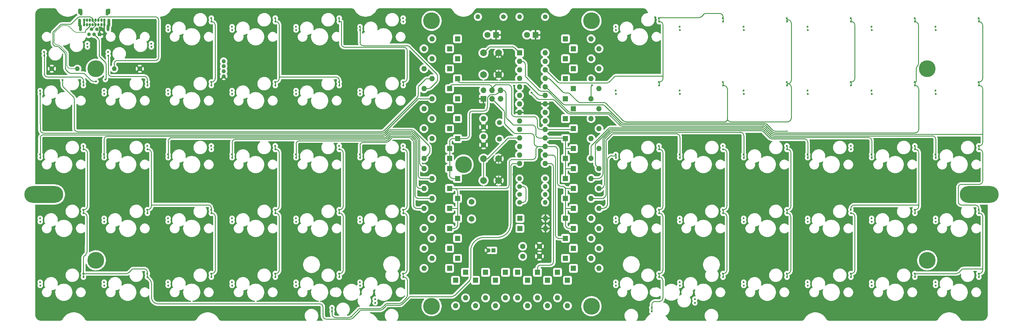
<source format=gtl>
G04 #@! TF.GenerationSoftware,KiCad,Pcbnew,(6.0.0)*
G04 #@! TF.CreationDate,2022-12-30T20:57:31+07:00*
G04 #@! TF.ProjectId,lumberjack,6c756d62-6572-46a6-9163-6b2e6b696361,1.6*
G04 #@! TF.SameCoordinates,Original*
G04 #@! TF.FileFunction,Copper,L1,Top*
G04 #@! TF.FilePolarity,Positive*
%FSLAX46Y46*%
G04 Gerber Fmt 4.6, Leading zero omitted, Abs format (unit mm)*
G04 Created by KiCad (PCBNEW (6.0.0)) date 2022-12-30 20:57:31*
%MOMM*%
%LPD*%
G01*
G04 APERTURE LIST*
G04 #@! TA.AperFunction,ComponentPad*
%ADD10C,1.600000*%
G04 #@! TD*
G04 #@! TA.AperFunction,ComponentPad*
%ADD11R,1.800000X1.800000*%
G04 #@! TD*
G04 #@! TA.AperFunction,ComponentPad*
%ADD12C,1.800000*%
G04 #@! TD*
G04 #@! TA.AperFunction,ComponentPad*
%ADD13R,1.600000X1.600000*%
G04 #@! TD*
G04 #@! TA.AperFunction,ComponentPad*
%ADD14O,1.600000X1.600000*%
G04 #@! TD*
G04 #@! TA.AperFunction,ComponentPad*
%ADD15C,1.710000*%
G04 #@! TD*
G04 #@! TA.AperFunction,ComponentPad*
%ADD16R,1.200000X1.200000*%
G04 #@! TD*
G04 #@! TA.AperFunction,ComponentPad*
%ADD17C,1.200000*%
G04 #@! TD*
G04 #@! TA.AperFunction,ComponentPad*
%ADD18C,2.000000*%
G04 #@! TD*
G04 #@! TA.AperFunction,WasherPad*
%ADD19C,5.000000*%
G04 #@! TD*
G04 #@! TA.AperFunction,WasherPad*
%ADD20O,11.600000X5.000000*%
G04 #@! TD*
G04 #@! TA.AperFunction,ComponentPad*
%ADD21C,0.600000*%
G04 #@! TD*
G04 #@! TA.AperFunction,ComponentPad*
%ADD22R,1.700000X1.700000*%
G04 #@! TD*
G04 #@! TA.AperFunction,ComponentPad*
%ADD23O,1.700000X1.700000*%
G04 #@! TD*
G04 #@! TA.AperFunction,ComponentPad*
%ADD24C,1.400000*%
G04 #@! TD*
G04 #@! TA.AperFunction,ComponentPad*
%ADD25O,1.400000X1.400000*%
G04 #@! TD*
G04 #@! TA.AperFunction,ComponentPad*
%ADD26C,1.500000*%
G04 #@! TD*
G04 #@! TA.AperFunction,ComponentPad*
%ADD27O,0.700000X0.900000*%
G04 #@! TD*
G04 #@! TA.AperFunction,ComponentPad*
%ADD28O,1.100000X1.100000*%
G04 #@! TD*
G04 #@! TA.AperFunction,ComponentPad*
%ADD29O,0.700000X1.000000*%
G04 #@! TD*
G04 #@! TA.AperFunction,ComponentPad*
%ADD30C,1.100000*%
G04 #@! TD*
G04 #@! TA.AperFunction,ComponentPad*
%ADD31R,1.100000X1.100000*%
G04 #@! TD*
G04 #@! TA.AperFunction,ComponentPad*
%ADD32O,0.900000X2.400000*%
G04 #@! TD*
G04 #@! TA.AperFunction,ComponentPad*
%ADD33O,0.850000X2.000000*%
G04 #@! TD*
G04 #@! TA.AperFunction,ComponentPad*
%ADD34O,0.900000X1.700000*%
G04 #@! TD*
G04 #@! TA.AperFunction,ComponentPad*
%ADD35C,1.244600*%
G04 #@! TD*
G04 #@! TA.AperFunction,ViaPad*
%ADD36C,0.600000*%
G04 #@! TD*
G04 #@! TA.AperFunction,ViaPad*
%ADD37C,0.450000*%
G04 #@! TD*
G04 #@! TA.AperFunction,Conductor*
%ADD38C,0.250000*%
G04 #@! TD*
G04 #@! TA.AperFunction,Conductor*
%ADD39C,0.200000*%
G04 #@! TD*
G04 APERTURE END LIST*
D10*
X173755346Y-90015314D03*
X173755346Y-92515314D03*
X173755346Y-84657497D03*
X173755346Y-87157497D03*
D11*
X189233484Y-59654351D03*
D12*
X186693484Y-59654351D03*
D13*
X184470980Y-65012168D03*
D14*
X184470980Y-67552168D03*
X184470980Y-70092168D03*
X184470980Y-72632168D03*
X184470980Y-75172168D03*
X184470980Y-77712168D03*
X184470980Y-80252168D03*
X184470980Y-82792168D03*
X184470980Y-85332168D03*
X184470980Y-87872168D03*
X184470980Y-90412168D03*
X184470980Y-92952168D03*
X184470980Y-95492168D03*
X184470980Y-98032168D03*
X192090980Y-98032168D03*
X192090980Y-95492168D03*
X192090980Y-92952168D03*
X192090980Y-90412168D03*
X192090980Y-87872168D03*
X192090980Y-85332168D03*
X192090980Y-82792168D03*
X192090980Y-80252168D03*
X192090980Y-77712168D03*
X192090980Y-75172168D03*
X192090980Y-72632168D03*
X192090980Y-70092168D03*
X192090980Y-67552168D03*
X192090980Y-65012168D03*
D15*
X170183468Y-109501895D03*
X170183468Y-114581895D03*
D13*
X166016277Y-78704367D03*
D14*
X158396277Y-78704367D03*
D13*
X166016277Y-114423147D03*
D14*
X158396277Y-114423147D03*
D13*
X180303789Y-130496598D03*
D14*
X180303789Y-138116598D03*
D13*
X177327224Y-132877850D03*
D14*
X177327224Y-140497850D03*
D13*
X174350659Y-130496598D03*
D14*
X174350659Y-138116598D03*
D13*
X168397529Y-130496598D03*
D14*
X168397529Y-138116598D03*
D16*
X176731911Y-123948155D03*
D17*
X175231911Y-123948155D03*
D13*
X166016277Y-72751237D03*
D14*
X158396277Y-72751237D03*
D18*
X173755346Y-103112200D03*
X173755346Y-96612200D03*
X178255346Y-103112200D03*
X178255346Y-96612200D03*
D19*
X158277208Y-55487160D03*
X205902248Y-55487160D03*
X158277208Y-140616919D03*
X205902248Y-140616919D03*
D20*
X42786486Y-107279391D03*
X321392970Y-107279391D03*
D13*
X195781927Y-130496598D03*
D14*
X195781927Y-138116598D03*
D11*
X177485972Y-59654351D03*
D12*
X174945972Y-59654351D03*
D13*
X166016277Y-126329407D03*
D14*
X158396277Y-126329407D03*
D13*
X166016277Y-120376277D03*
D14*
X158396277Y-120376277D03*
D13*
X163635025Y-111446582D03*
D14*
X156015025Y-111446582D03*
D13*
X166016277Y-108470017D03*
D14*
X158396277Y-108470017D03*
D13*
X163635025Y-105493452D03*
D14*
X156015025Y-105493452D03*
D13*
X163635025Y-117399712D03*
D14*
X156015025Y-117399712D03*
D13*
X163635025Y-93587192D03*
D14*
X156015025Y-93587192D03*
D13*
X166016277Y-90610627D03*
D14*
X158396277Y-90610627D03*
D13*
X163635025Y-99540322D03*
D14*
X156015025Y-99540322D03*
D13*
X163635025Y-87634062D03*
D14*
X156015025Y-87634062D03*
D13*
X166016277Y-84657497D03*
D14*
X158396277Y-84657497D03*
D13*
X163635025Y-81680932D03*
D14*
X156015025Y-81680932D03*
D13*
X198163179Y-72751237D03*
D14*
X205783179Y-72751237D03*
D13*
X163635025Y-69774672D03*
D14*
X156015025Y-69774672D03*
D13*
X200544431Y-69774672D03*
D14*
X208164431Y-69774672D03*
D13*
X163635025Y-63821542D03*
D14*
X156015025Y-63821542D03*
D13*
X192805362Y-132877850D03*
D14*
X192805362Y-140497850D03*
D18*
X173755346Y-65060611D03*
X173755346Y-71560611D03*
X178255346Y-71560611D03*
X178255346Y-65060611D03*
D10*
X185424110Y-122757529D03*
X190424110Y-122757529D03*
D13*
X165420964Y-132877850D03*
D14*
X165420964Y-140497850D03*
D13*
X200544431Y-111446582D03*
D14*
X208164431Y-111446582D03*
D13*
X198758492Y-132877850D03*
D14*
X198758492Y-140497850D03*
D13*
X200544431Y-75727802D03*
D14*
X208164431Y-75727802D03*
D13*
X198163179Y-60844977D03*
D14*
X205783179Y-60844977D03*
D13*
X200544431Y-63821542D03*
D14*
X208164431Y-63821542D03*
D13*
X198163179Y-78704367D03*
D14*
X205783179Y-78704367D03*
D13*
X200544431Y-93587192D03*
D14*
X208164431Y-93587192D03*
D13*
X200544431Y-87634062D03*
D14*
X208164431Y-87634062D03*
D13*
X198163179Y-90610627D03*
D14*
X205783179Y-90610627D03*
D13*
X198163179Y-102516887D03*
D14*
X205783179Y-102516887D03*
D13*
X200544431Y-99540322D03*
D14*
X208164431Y-99540322D03*
D13*
X198163179Y-96563757D03*
D14*
X205783179Y-96563757D03*
D13*
X200544431Y-81680932D03*
D14*
X208164431Y-81680932D03*
D13*
X198163179Y-108470017D03*
D14*
X205783179Y-108470017D03*
D13*
X200544431Y-105493452D03*
D14*
X208164431Y-105493452D03*
D13*
X198163179Y-114423147D03*
D14*
X205783179Y-114423147D03*
D13*
X198163179Y-84657497D03*
D14*
X205783179Y-84657497D03*
D13*
X198163179Y-66798107D03*
D14*
X205783179Y-66798107D03*
D13*
X200544431Y-129305972D03*
D14*
X208164431Y-129305972D03*
D13*
X198163179Y-120376277D03*
D14*
X205783179Y-120376277D03*
D13*
X183875667Y-130496598D03*
D14*
X183875667Y-138116598D03*
D13*
X200544431Y-117399712D03*
D14*
X208164431Y-117399712D03*
D13*
X200544431Y-123352842D03*
D14*
X208164431Y-123352842D03*
D13*
X198163179Y-126329407D03*
D14*
X205783179Y-126329407D03*
D13*
X186852232Y-132877850D03*
D14*
X186852232Y-140497850D03*
D21*
X236709768Y-139611728D03*
X236699768Y-138481728D03*
X223882768Y-142151728D03*
X223872768Y-141021728D03*
X141449688Y-138481728D03*
X141459688Y-139611728D03*
X128622688Y-141021728D03*
X128632688Y-142151728D03*
D10*
X185424110Y-125734094D03*
X190424110Y-125734094D03*
D22*
X173755346Y-78704367D03*
D23*
X173755346Y-76164367D03*
X176295346Y-78704367D03*
X176295346Y-76164367D03*
X178835346Y-78704367D03*
X178835346Y-76164367D03*
D19*
X167802216Y-98349696D03*
D13*
X189828797Y-130496598D03*
D14*
X189828797Y-138116598D03*
D13*
X163635025Y-129305972D03*
D14*
X156015025Y-129305972D03*
D13*
X166016277Y-102516887D03*
D14*
X158396277Y-102516887D03*
D13*
X163635025Y-96563757D03*
D14*
X156015025Y-96563757D03*
D13*
X163635025Y-75727802D03*
D14*
X156015025Y-75727802D03*
D24*
X192090980Y-102516887D03*
D25*
X184470980Y-102516887D03*
D26*
X178517850Y-85848123D03*
X178517850Y-90728123D03*
D13*
X163635025Y-123352842D03*
D14*
X156015025Y-123352842D03*
D24*
X184470980Y-109660643D03*
D25*
X192090980Y-109660643D03*
D24*
X179708476Y-54296534D03*
D25*
X172088476Y-54296534D03*
D24*
X192090980Y-54296534D03*
D25*
X184470980Y-54296534D03*
D24*
X184470980Y-107279391D03*
D25*
X192090980Y-107279391D03*
D13*
X184590049Y-117399712D03*
D14*
X192210049Y-117399712D03*
D13*
X184590049Y-114423147D03*
D14*
X192210049Y-114423147D03*
D24*
X45167738Y-69774672D03*
D25*
X52787738Y-69774672D03*
D24*
X71361510Y-69774672D03*
D25*
X63741510Y-69774672D03*
D24*
X184470980Y-104898139D03*
D25*
X192090980Y-104898139D03*
D13*
X166016277Y-60844977D03*
D14*
X158396277Y-60844977D03*
D13*
X166016277Y-66798107D03*
D14*
X158396277Y-66798107D03*
D13*
X171374094Y-132877850D03*
D14*
X171374094Y-140497850D03*
D21*
X41719616Y-77269680D03*
X41699616Y-76289680D03*
X54569616Y-73709680D03*
X54589616Y-74789680D03*
X41699616Y-95339696D03*
X41719616Y-96319696D03*
X54569616Y-92759696D03*
X54589616Y-93839696D03*
X41719616Y-115369712D03*
X41699616Y-114389712D03*
X54589616Y-112889712D03*
X54569616Y-111809712D03*
X41699616Y-133439728D03*
X41719616Y-134419728D03*
X54569616Y-130859728D03*
X54589616Y-131939728D03*
X60769632Y-134419728D03*
X60749632Y-133439728D03*
X73639632Y-131939728D03*
X73619632Y-130859728D03*
X74809632Y-62279664D03*
X74829632Y-63259664D03*
X61939632Y-64759664D03*
X61959632Y-65839664D03*
X60749632Y-76289680D03*
X60769632Y-77269680D03*
X73619632Y-73709680D03*
X73639632Y-74789680D03*
X60749632Y-95339696D03*
X60769632Y-96319696D03*
X73619632Y-92759696D03*
X73639632Y-93839696D03*
X60749632Y-114389712D03*
X60769632Y-115369712D03*
X73619632Y-111809712D03*
X73639632Y-112889712D03*
X79819648Y-115369712D03*
X79799648Y-114389712D03*
X92669648Y-111809712D03*
X92689648Y-112889712D03*
X79799648Y-133439728D03*
X79819648Y-134419728D03*
X92669648Y-130859728D03*
X92689648Y-131939728D03*
X79819648Y-96319696D03*
X79799648Y-95339696D03*
X92689648Y-93839696D03*
X92669648Y-92759696D03*
X98849664Y-95339696D03*
X98869664Y-96319696D03*
X111719664Y-92759696D03*
X111739664Y-93839696D03*
X98849664Y-114389712D03*
X98869664Y-115369712D03*
X111739664Y-112889712D03*
X111719664Y-111809712D03*
X98869664Y-134419728D03*
X98849664Y-133439728D03*
X111739664Y-131939728D03*
X111719664Y-130859728D03*
X98849664Y-57239664D03*
X98869664Y-58219664D03*
X111719664Y-54659664D03*
X111739664Y-55739664D03*
X98849664Y-76289680D03*
X98869664Y-77269680D03*
X111739664Y-74789680D03*
X111719664Y-73709680D03*
X117899680Y-76289680D03*
X117919680Y-77269680D03*
X130769680Y-73709680D03*
X130789680Y-74789680D03*
X117919680Y-96319696D03*
X117899680Y-95339696D03*
X130769680Y-92759696D03*
X130789680Y-93839696D03*
X117919680Y-115369712D03*
X117899680Y-114389712D03*
X130789680Y-112889712D03*
X130769680Y-111809712D03*
X117919680Y-134419728D03*
X117899680Y-133439728D03*
X130789680Y-131939728D03*
X130769680Y-130859728D03*
X117919680Y-58219664D03*
X117899680Y-57239664D03*
X130769680Y-54659664D03*
X130789680Y-55739664D03*
X136969696Y-58219664D03*
X136949696Y-57239664D03*
X149819696Y-54659664D03*
X149839696Y-55739664D03*
X136949696Y-76289680D03*
X136969696Y-77269680D03*
X149819696Y-73709680D03*
X149839696Y-74789680D03*
X136969696Y-96319696D03*
X136949696Y-95339696D03*
X149819696Y-92759696D03*
X149839696Y-93839696D03*
X136969696Y-115369712D03*
X136949696Y-114389712D03*
X149839696Y-112889712D03*
X149819696Y-111809712D03*
X136949696Y-133439728D03*
X136969696Y-134419728D03*
X149819696Y-130859728D03*
X149839696Y-131939728D03*
X308419840Y-58219664D03*
X308399840Y-57239664D03*
X321269840Y-54659664D03*
X321289840Y-55739664D03*
X308399840Y-76289680D03*
X308419840Y-77269680D03*
X321289840Y-74789680D03*
X321269840Y-73709680D03*
X308419840Y-96319696D03*
X308399840Y-95339696D03*
X321269840Y-92759696D03*
X321289840Y-93839696D03*
X308399840Y-114389712D03*
X308419840Y-115369712D03*
X321269840Y-111809712D03*
X321289840Y-112889712D03*
X308399840Y-133439728D03*
X308419840Y-134419728D03*
X321269840Y-130859728D03*
X321289840Y-131939728D03*
X289369824Y-134419728D03*
X289349824Y-133439728D03*
X302219824Y-130859728D03*
X302239824Y-131939728D03*
X289349824Y-57239664D03*
X289369824Y-58219664D03*
X302239824Y-55739664D03*
X302219824Y-54659664D03*
X289349824Y-76289680D03*
X289369824Y-77269680D03*
X302219824Y-73709680D03*
X302239824Y-74789680D03*
X289369824Y-96319696D03*
X289349824Y-95339696D03*
X302239824Y-93839696D03*
X302219824Y-92759696D03*
X289349824Y-114389712D03*
X289369824Y-115369712D03*
X302219824Y-111809712D03*
X302239824Y-112889712D03*
X270299808Y-114389712D03*
X270319808Y-115369712D03*
X283169808Y-111809712D03*
X283189808Y-112889712D03*
X270299808Y-133439728D03*
X270319808Y-134419728D03*
X283189808Y-131939728D03*
X283169808Y-130859728D03*
X270299808Y-57239664D03*
X270319808Y-58219664D03*
X283169808Y-54659664D03*
X283189808Y-55739664D03*
X270319808Y-77269680D03*
X270299808Y-76289680D03*
X283189808Y-74789680D03*
X283169808Y-73709680D03*
X270319808Y-96319696D03*
X270299808Y-95339696D03*
X283189808Y-93839696D03*
X283169808Y-92759696D03*
X251249792Y-95339696D03*
X251269792Y-96319696D03*
X264119792Y-92759696D03*
X264139792Y-93839696D03*
X251249792Y-114389712D03*
X251269792Y-115369712D03*
X264139792Y-112889712D03*
X264119792Y-111809712D03*
X251269792Y-134419728D03*
X251249792Y-133439728D03*
X264139792Y-131939728D03*
X264119792Y-130859728D03*
X251249792Y-57239664D03*
X251269792Y-58219664D03*
X264139792Y-55739664D03*
X264119792Y-54659664D03*
X251269792Y-77269680D03*
X251249792Y-76289680D03*
X264139792Y-74789680D03*
X264119792Y-73709680D03*
X232199776Y-76289680D03*
X232219776Y-77269680D03*
X245069776Y-73709680D03*
X245089776Y-74789680D03*
X232199776Y-95339696D03*
X232219776Y-96319696D03*
X245089776Y-93839696D03*
X245069776Y-92759696D03*
X232199776Y-114389712D03*
X232219776Y-115369712D03*
X245069776Y-111809712D03*
X245089776Y-112889712D03*
X232219776Y-134419728D03*
X232199776Y-133439728D03*
X245089776Y-131939728D03*
X245069776Y-130859728D03*
X232199776Y-57239664D03*
X232219776Y-58219664D03*
X245069776Y-54659664D03*
X245089776Y-55739664D03*
X213169760Y-58219664D03*
X213149760Y-57239664D03*
X226039760Y-55739664D03*
X226019760Y-54659664D03*
X213149760Y-76289680D03*
X213169760Y-77269680D03*
X226039760Y-74789680D03*
X226019760Y-73709680D03*
X213169760Y-96319696D03*
X213149760Y-95339696D03*
X226039760Y-93839696D03*
X226019760Y-92759696D03*
X213169760Y-115369712D03*
X213149760Y-114389712D03*
X226019760Y-111809712D03*
X226039760Y-112889712D03*
X213169760Y-134419728D03*
X213149760Y-133439728D03*
X226019760Y-130859728D03*
X226039760Y-131939728D03*
X79799648Y-57239664D03*
X79819648Y-58219664D03*
X92669648Y-54659664D03*
X92689648Y-55739664D03*
X79819648Y-77269680D03*
X79799648Y-76289680D03*
X92669648Y-73709680D03*
X92689648Y-74789680D03*
D19*
X58264624Y-126924720D03*
X305914832Y-69774672D03*
X305914832Y-126924720D03*
X58264624Y-69774672D03*
D21*
X55759568Y-62279610D03*
X55779568Y-63259610D03*
X42889568Y-64759610D03*
X42909568Y-65839610D03*
X213169760Y-96319696D03*
X213149760Y-95339696D03*
X226019760Y-92759696D03*
X226039760Y-93839696D03*
D27*
X59067600Y-56615860D03*
D28*
X58589600Y-58015860D03*
D29*
X56517600Y-55315860D03*
D27*
X56517600Y-56615860D03*
D29*
X59067600Y-55315860D03*
D27*
X57367600Y-56615860D03*
D29*
X58217600Y-55315860D03*
D30*
X57789600Y-59565860D03*
D29*
X57367600Y-55315860D03*
D27*
X58217600Y-56615860D03*
D28*
X56989600Y-58015860D03*
D29*
X60767600Y-56665860D03*
D31*
X59389600Y-59565860D03*
D29*
X54817600Y-55315860D03*
X54817600Y-56665860D03*
X60767600Y-55315860D03*
D32*
X53467600Y-56045860D03*
D33*
X53689600Y-57605860D03*
X61889600Y-57605860D03*
D32*
X62117600Y-56045860D03*
D34*
X53467600Y-52665860D03*
D33*
X53889600Y-52905860D03*
X61689600Y-52905860D03*
D34*
X62117600Y-52665860D03*
D29*
X55667600Y-56665860D03*
D30*
X56189600Y-59565860D03*
D29*
X59917600Y-55315860D03*
X59917600Y-56665860D03*
X55667600Y-55315860D03*
D35*
X96364600Y-72030860D03*
X96364600Y-70530861D03*
X96364600Y-69030859D03*
X96364600Y-67530859D03*
D36*
X98298000Y-72136000D03*
X171450000Y-67564000D03*
X70228000Y-64485060D03*
X182626000Y-101346000D03*
X47571200Y-84322460D03*
X57223200Y-64707981D03*
X179578000Y-93218000D03*
X51635200Y-67482260D03*
X51350000Y-54300000D03*
X77314600Y-79299610D03*
X188042858Y-76918428D03*
D37*
X264131600Y-88356371D03*
D36*
X48358600Y-73171860D03*
X206067200Y-74695860D03*
X61100000Y-73000000D03*
X58340800Y-73578260D03*
D38*
X188214000Y-113423147D02*
X188214000Y-101838000D01*
X177800000Y-61214000D02*
X177556893Y-61457107D01*
X178016893Y-68033107D02*
X178255346Y-67794654D01*
X184470980Y-82792168D02*
X187303618Y-82792168D01*
X178255346Y-96612200D02*
X178255346Y-103112200D01*
X188010725Y-82499275D02*
X189964939Y-80545061D01*
X177800000Y-61214000D02*
X177778865Y-61192865D01*
X179285107Y-95582439D02*
X178255346Y-96612200D01*
X178255346Y-67794654D02*
X178255346Y-67765346D01*
X176849786Y-61750000D02*
X172450000Y-61750000D01*
X178255346Y-67765346D02*
X178255346Y-71560611D01*
X171450000Y-67564000D02*
X171919107Y-68033107D01*
X177485972Y-60485758D02*
X177485972Y-59654351D01*
X172626214Y-68326000D02*
X177309786Y-68326000D01*
X190672046Y-80252168D02*
X192090980Y-80252168D01*
X178255346Y-65060611D02*
X178255346Y-67765346D01*
X179578000Y-93218000D02*
X179578000Y-94875332D01*
X189233484Y-59654351D02*
X189233484Y-60681408D01*
X192210049Y-114423147D02*
X189214000Y-114423147D01*
X183134000Y-100838000D02*
X182626000Y-101346000D01*
X178015107Y-61429107D02*
X177800000Y-61214000D01*
X187214000Y-100838000D02*
X183134000Y-100838000D01*
X188233484Y-61681408D02*
X178431181Y-61681408D01*
X171450000Y-62750000D02*
X171450000Y-67564000D01*
X178015107Y-61429107D02*
G75*
G03*
X178431181Y-61681407I734929J742757D01*
G01*
X177485973Y-60485758D02*
G75*
G03*
X177778866Y-61192864I999993J-3D01*
G01*
X189233484Y-60681408D02*
G75*
G02*
X188233484Y-61681408I-999999J-1D01*
G01*
X179285107Y-95582439D02*
G75*
G03*
X179578000Y-94875332I-707106J707106D01*
G01*
X188214000Y-101838000D02*
G75*
G03*
X187214000Y-100838000I-999999J1D01*
G01*
X172626214Y-68325999D02*
G75*
G02*
X171919108Y-68033106I-3J999993D01*
G01*
X171450000Y-62750000D02*
G75*
G02*
X172450000Y-61750000I999999J1D01*
G01*
X190672046Y-80252169D02*
G75*
G03*
X189964940Y-80545062I-3J-999993D01*
G01*
X188010725Y-82499275D02*
G75*
G02*
X187303618Y-82792168I-707106J707106D01*
G01*
X188214000Y-113423147D02*
G75*
G03*
X189214000Y-114423147I999999J-1D01*
G01*
X176849786Y-61749999D02*
G75*
G03*
X177556892Y-61457106I1J999998D01*
G01*
X178016893Y-68033107D02*
G75*
G02*
X177309786Y-68326000I-707106J707106D01*
G01*
X186127649Y-73941863D02*
X167016277Y-73941863D01*
X190019275Y-77419275D02*
X186834756Y-74234756D01*
X166016277Y-72941863D02*
X166016277Y-72751237D01*
X192090980Y-77712168D02*
X190726382Y-77712168D01*
X186127649Y-73941864D02*
G75*
G02*
X186834755Y-74234757I1J-999998D01*
G01*
X167016277Y-73941863D02*
G75*
G02*
X166016277Y-72941863I-1J999999D01*
G01*
X190019275Y-77419275D02*
G75*
G03*
X190726382Y-77712168I707106J707106D01*
G01*
X190749520Y-87872168D02*
X192090980Y-87872168D01*
X189749040Y-86786678D02*
X189749520Y-86786197D01*
X175295346Y-74537176D02*
X164635025Y-74537176D01*
X182089728Y-83062184D02*
X182089728Y-75537176D01*
X176295346Y-76164367D02*
X176295346Y-75537176D01*
X176295346Y-75537176D02*
X176295346Y-76164367D01*
X181089728Y-74537176D02*
X177295346Y-74537176D01*
X189749520Y-86786197D02*
X189749520Y-85062184D01*
X200306325Y-87872168D02*
X200544431Y-87634062D01*
X188749520Y-84062184D02*
X183089728Y-84062184D01*
X189749520Y-86786197D02*
X189749520Y-86872168D01*
X177295346Y-74537176D02*
X176295346Y-75537176D01*
X192090980Y-87872168D02*
X200306325Y-87872168D01*
X192090980Y-87872168D02*
X192090980Y-87840980D01*
X199949118Y-87634062D02*
X199711012Y-87872168D01*
X163635025Y-75537176D02*
X163635025Y-75727802D01*
X189749520Y-86872168D02*
G75*
G03*
X190749520Y-87872168I999999J-1D01*
G01*
X188749520Y-84062184D02*
G75*
G02*
X189749520Y-85062184I1J-999999D01*
G01*
X182089728Y-75537176D02*
G75*
G03*
X181089728Y-74537176I-999999J1D01*
G01*
X163635025Y-75537176D02*
G75*
G02*
X164635025Y-74537176I999999J1D01*
G01*
X182089728Y-83062184D02*
G75*
G03*
X183089728Y-84062184I999999J-1D01*
G01*
X175295346Y-74537176D02*
G75*
G02*
X176295346Y-75537176I1J-999999D01*
G01*
X174830167Y-81400000D02*
X174830167Y-81284643D01*
X163635025Y-101516887D02*
X163635025Y-99540322D01*
X166016277Y-90610627D02*
X166016277Y-90155940D01*
X198221220Y-99540322D02*
X198163179Y-99482281D01*
X198163179Y-102516887D02*
X198163179Y-99482281D01*
X174945972Y-80812031D02*
X174945972Y-78728953D01*
X163635025Y-96563757D02*
X163635025Y-93587192D01*
X179449091Y-76164367D02*
X178835346Y-76164367D01*
X180449091Y-83974371D02*
X180449091Y-77164367D01*
X164635025Y-90610627D02*
X166016277Y-90610627D01*
X200544431Y-93587192D02*
X198255426Y-93587192D01*
X182783687Y-86559408D02*
X182706113Y-86533079D01*
X163635025Y-99540322D02*
X163635025Y-96563757D01*
X175238865Y-78021846D02*
X175469702Y-77791009D01*
X198163179Y-99482281D02*
X198163179Y-96563757D01*
X188299520Y-86559408D02*
X182783687Y-86559408D01*
X198163179Y-96563757D02*
X198163179Y-93679439D01*
X163635025Y-93587192D02*
X163635025Y-91610627D01*
X166016277Y-90610627D02*
X168550000Y-90610627D01*
X189299520Y-89412168D02*
X189299520Y-87559408D01*
X197964720Y-90412168D02*
X198163179Y-90610627D01*
X182706113Y-86533079D02*
X182559821Y-86459361D01*
X166016277Y-102516887D02*
X164635025Y-102516887D01*
X198163179Y-93679439D02*
X198163179Y-90610627D01*
X182367613Y-86307107D02*
X180741984Y-84681478D01*
X192090980Y-90412168D02*
X190299520Y-90412168D01*
X200544431Y-99540322D02*
X198221220Y-99540322D01*
X182559821Y-86459361D02*
X182426822Y-86363721D01*
X170550000Y-82400000D02*
X173830167Y-82400000D01*
X169550000Y-89610627D02*
X169550000Y-83400000D01*
X176176809Y-77498116D02*
X177087383Y-77498116D01*
X192090980Y-90412168D02*
X197964720Y-90412168D01*
X198255426Y-93587192D02*
X198163179Y-93679439D01*
X177794490Y-77205223D02*
X178835346Y-76164367D01*
X182426822Y-86363721D02*
X182367613Y-86307107D01*
X189299520Y-89412168D02*
G75*
G03*
X190299520Y-90412168I999999J-1D01*
G01*
X174945971Y-80812031D02*
G75*
G02*
X174830167Y-81284643I-1044893J5538D01*
G01*
X175238865Y-78021846D02*
G75*
G03*
X174945972Y-78728953I707101J-707104D01*
G01*
X164635025Y-102516887D02*
G75*
G02*
X163635025Y-101516887I-1J999999D01*
G01*
X164635025Y-90610627D02*
G75*
G03*
X163635025Y-91610627I-1J-999999D01*
G01*
X169550000Y-89610627D02*
G75*
G02*
X168550000Y-90610627I-999999J-1D01*
G01*
X169550000Y-83400000D02*
G75*
G02*
X170550000Y-82400000I999999J1D01*
G01*
X179449091Y-76164367D02*
G75*
G02*
X180449091Y-77164367I1J-999999D01*
G01*
X176176809Y-77498117D02*
G75*
G03*
X175469703Y-77791010I-1J-999998D01*
G01*
X177794490Y-77205223D02*
G75*
G02*
X177087383Y-77498116I-707106J707106D01*
G01*
X180449092Y-83974371D02*
G75*
G03*
X180741985Y-84681477I999993J-3D01*
G01*
X188299520Y-86559408D02*
G75*
G02*
X189299520Y-87559408I1J-999999D01*
G01*
X173830167Y-82400000D02*
G75*
G03*
X174830167Y-81400000I1J999999D01*
G01*
X166016277Y-114423147D02*
X166016277Y-116399712D01*
X181375225Y-97850000D02*
X181375225Y-104493452D01*
X166016277Y-114423147D02*
X166016277Y-111379183D01*
X200544431Y-117399712D02*
X199163179Y-117399712D01*
X197934299Y-105200559D02*
X197567866Y-104834126D01*
X187850000Y-89100000D02*
X183333469Y-89100000D01*
X194781927Y-92952168D02*
X192090980Y-92952168D01*
X198163179Y-105429439D02*
X197567866Y-104834126D01*
X165016277Y-117399712D02*
X163635025Y-117399712D01*
X179999080Y-85765611D02*
X179999080Y-82822315D01*
X163635025Y-111446582D02*
X165948878Y-111446582D01*
X198180322Y-111446582D02*
X198163179Y-111429439D01*
X188850000Y-91952168D02*
X188850000Y-90100000D01*
X198163179Y-111429439D02*
X198163179Y-108470017D01*
X195781927Y-103834126D02*
X195781927Y-93952168D01*
X179706187Y-82115208D02*
X176295346Y-78704367D01*
X198163179Y-114423147D02*
X198163179Y-111429439D01*
X200544431Y-111446582D02*
X198180322Y-111446582D01*
X180375225Y-105493452D02*
X163635025Y-105493452D01*
X199949118Y-105493452D02*
X198641406Y-105493452D01*
X198163179Y-116399712D02*
X198163179Y-114423147D01*
X197567866Y-104834126D02*
X196781927Y-104834126D01*
X189350000Y-93952168D02*
X189350000Y-95850000D01*
X165016277Y-105493452D02*
X163635025Y-105493452D01*
X198163179Y-108470017D02*
X198163179Y-105429439D01*
X166016277Y-108470017D02*
X166016277Y-106493452D01*
X190350000Y-92952168D02*
X189850000Y-92952168D01*
X165948878Y-111446582D02*
X166016277Y-111379183D01*
X188350000Y-96850000D02*
X182375225Y-96850000D01*
X182626362Y-88807107D02*
X180291973Y-86472718D01*
X166016277Y-111379183D02*
X166016277Y-108470017D01*
X192090980Y-92952168D02*
X190350000Y-92952168D01*
X180375225Y-105493452D02*
G75*
G03*
X181375225Y-104493452I1J999999D01*
G01*
X182626362Y-88807107D02*
G75*
G03*
X183333469Y-89100000I707106J707106D01*
G01*
X199163179Y-117399712D02*
G75*
G02*
X198163179Y-116399712I-1J999999D01*
G01*
X195781927Y-103834126D02*
G75*
G03*
X196781927Y-104834126I999999J-1D01*
G01*
X179999081Y-85765611D02*
G75*
G03*
X180291974Y-86472717I999998J-1D01*
G01*
X189350000Y-95850000D02*
G75*
G02*
X188350000Y-96850000I-999999J-1D01*
G01*
X165016277Y-117399712D02*
G75*
G03*
X166016277Y-116399712I1J999999D01*
G01*
X190350000Y-92952168D02*
G75*
G03*
X189350000Y-93952168I-1J-999999D01*
G01*
X181375225Y-97850000D02*
G75*
G02*
X182375225Y-96850000I999999J1D01*
G01*
X194781927Y-92952168D02*
G75*
G02*
X195781927Y-93952168I1J-999999D01*
G01*
X188850000Y-90100000D02*
G75*
G03*
X187850000Y-89100000I-999999J1D01*
G01*
X189850000Y-92952168D02*
G75*
G02*
X188850000Y-91952168I-1J999999D01*
G01*
X179706187Y-82115208D02*
G75*
G02*
X179999080Y-82822315I-707106J-707106D01*
G01*
X165016277Y-105493452D02*
G75*
G02*
X166016277Y-106493452I1J-999999D01*
G01*
X198641406Y-105493451D02*
G75*
G02*
X197934300Y-105200558I-3J999993D01*
G01*
X196186614Y-120376277D02*
X197567866Y-120376277D01*
X195186614Y-96492168D02*
X195186614Y-119376277D01*
X192090980Y-95492168D02*
X194186614Y-95492168D01*
X195186614Y-96492168D02*
G75*
G03*
X194186614Y-95492168I-999999J1D01*
G01*
X195186614Y-119376277D02*
G75*
G03*
X196186614Y-120376277I999999J-1D01*
G01*
X189828797Y-129350000D02*
X189828797Y-130496598D01*
X192090980Y-98032168D02*
X193591301Y-98032168D01*
X194591301Y-99032168D02*
X194591301Y-127350000D01*
X193591301Y-128350000D02*
X190828797Y-128350000D01*
X194591301Y-99032168D02*
G75*
G03*
X193591301Y-98032168I-999999J1D01*
G01*
X193591301Y-128350000D02*
G75*
G03*
X194591301Y-127350000I1J999999D01*
G01*
X190828797Y-128350000D02*
G75*
G03*
X189828797Y-129350000I-1J-999999D01*
G01*
X173755346Y-65060611D02*
X175296835Y-63519122D01*
X176003942Y-63226229D02*
X182270827Y-63226229D01*
X182977934Y-63519122D02*
X184470980Y-65012168D01*
X182270827Y-63226230D02*
G75*
G02*
X182977933Y-63519123I3J-999993D01*
G01*
X176003942Y-63226230D02*
G75*
G03*
X175296836Y-63519123I-3J-999993D01*
G01*
X173755346Y-96612200D02*
X173755346Y-103112200D01*
X131950000Y-129859728D02*
X131950000Y-113889712D01*
X130789680Y-93839696D02*
X130930000Y-93839696D01*
X130769680Y-130859728D02*
X130950000Y-130859728D01*
X131930000Y-94839696D02*
X131930000Y-110809712D01*
X130789680Y-74789680D02*
X130789680Y-73729680D01*
X174897529Y-96612200D02*
X180804668Y-90705061D01*
X111739664Y-73729680D02*
X111719664Y-73709680D01*
X111739664Y-54679664D02*
X111719664Y-54659664D01*
X181511775Y-90412168D02*
X184470980Y-90412168D01*
X111719664Y-73709680D02*
X111900000Y-73709680D01*
X130789680Y-73729680D02*
X130769680Y-73709680D01*
X112900000Y-72257460D02*
X112900000Y-56739664D01*
X111900000Y-55739664D02*
X111739664Y-55739664D01*
X130930000Y-111809712D02*
X130769680Y-111809712D01*
X130769680Y-112869712D02*
X130789680Y-112889712D01*
X130789680Y-130879728D02*
X130769680Y-130859728D01*
X112900000Y-72257460D02*
X129789680Y-72257460D01*
X112900000Y-72709680D02*
X112900000Y-72257460D01*
X111739664Y-74789680D02*
X111739664Y-73729680D01*
X130950000Y-112889712D02*
X130789680Y-112889712D01*
X173755346Y-96612200D02*
X174897529Y-96612200D01*
X130769680Y-111809712D02*
X130769680Y-112869712D01*
X130789680Y-131939728D02*
X130789680Y-130879728D01*
X111739664Y-55739664D02*
X111739664Y-54679664D01*
X130789680Y-73257460D02*
X130789680Y-74789680D01*
X181511775Y-90412169D02*
G75*
G03*
X180804669Y-90705062I-3J-999993D01*
G01*
X131950000Y-129859728D02*
G75*
G02*
X130950000Y-130859728I-999999J-1D01*
G01*
X130789680Y-73257460D02*
G75*
G03*
X129789680Y-72257460I-999999J1D01*
G01*
X130930000Y-111809712D02*
G75*
G03*
X131930000Y-110809712I1J999999D01*
G01*
X130930000Y-93839696D02*
G75*
G02*
X131930000Y-94839696I1J-999999D01*
G01*
X112900000Y-56739664D02*
G75*
G03*
X111900000Y-55739664I-999999J1D01*
G01*
X130950000Y-112889712D02*
G75*
G02*
X131950000Y-113889712I1J-999999D01*
G01*
X112900000Y-72709680D02*
G75*
G02*
X111900000Y-73709680I-999999J-1D01*
G01*
X54750000Y-93839696D02*
X54589616Y-93839696D01*
X165163003Y-137303003D02*
X169652332Y-132813673D01*
X73619632Y-130859728D02*
X73619632Y-131919728D01*
X181851475Y-116100000D02*
X181851475Y-99032168D01*
X54590548Y-130880660D02*
X67345126Y-130880660D01*
X55630000Y-122450000D02*
X55630000Y-124395786D01*
X42909568Y-64779610D02*
X42889568Y-64759610D01*
X182851475Y-98032168D02*
X184470980Y-98032168D01*
X54589616Y-73729680D02*
X54569616Y-73709680D01*
X42909568Y-71257460D02*
X42909568Y-65839610D01*
X169945225Y-132106566D02*
X169945225Y-124100000D01*
X127854214Y-144460000D02*
X127873734Y-144479520D01*
X145320411Y-140269520D02*
X148811984Y-140269520D01*
X55337107Y-125102893D02*
X54862509Y-125577491D01*
X54569616Y-111809712D02*
X54750000Y-111809712D01*
X68052233Y-130587767D02*
X68877107Y-129762893D01*
X42909568Y-65839610D02*
X42909568Y-64779610D01*
X74850800Y-133979323D02*
X74850800Y-137923060D01*
X125910000Y-140879968D02*
X125910000Y-143460000D01*
X137564694Y-141759520D02*
X143001983Y-141759520D01*
X143709090Y-141466627D02*
X144613304Y-140562413D01*
X152193734Y-137716198D02*
X164335594Y-137716198D01*
X54569616Y-73709680D02*
X54569616Y-73257460D01*
X55750000Y-110809712D02*
X55750000Y-94839696D01*
X73639632Y-131939728D02*
X74265013Y-132565109D01*
X149519091Y-139976627D02*
X151486627Y-138009091D01*
X134723373Y-144186627D02*
X136857587Y-142052413D01*
X54589616Y-111829712D02*
X54569616Y-111809712D01*
X54569616Y-130859728D02*
X54590548Y-130880660D01*
X54589616Y-74789680D02*
X54589616Y-73729680D01*
X73619632Y-130470000D02*
X73619632Y-130859728D01*
X55639613Y-124389613D02*
X55639613Y-113889712D01*
X126910000Y-144460000D02*
X127854214Y-144460000D01*
X173945225Y-120100000D02*
X177851475Y-120100000D01*
X69584214Y-129470000D02*
X72619632Y-129470000D01*
X127873734Y-144479520D02*
X134016266Y-144479520D01*
X54589616Y-130879728D02*
X54569616Y-130859728D01*
X54589616Y-112889712D02*
X54589616Y-111829712D01*
X53569616Y-72257460D02*
X43909568Y-72257460D01*
X54569616Y-126284598D02*
X54569616Y-130859728D01*
X54589616Y-131939728D02*
X54589616Y-130879728D01*
X76425101Y-139879968D02*
X124910000Y-139879968D01*
X165042701Y-137423305D02*
X165163003Y-137303003D01*
X54569616Y-92759696D02*
X54569616Y-93819696D01*
X54639613Y-112889712D02*
X54589616Y-112889712D01*
X73619632Y-131919728D02*
X73639632Y-131939728D01*
X54569616Y-93819696D02*
X54589616Y-93839696D01*
X126910000Y-144460000D02*
G75*
G02*
X125910000Y-143460000I-1J999999D01*
G01*
X43909568Y-72257460D02*
G75*
G02*
X42909568Y-71257460I-1J999999D01*
G01*
X177851475Y-120100000D02*
G75*
G03*
X181851475Y-116100000I0J4000000D01*
G01*
X165042701Y-137423305D02*
G75*
G02*
X164335594Y-137716198I-707106J707106D01*
G01*
X68052233Y-130587767D02*
G75*
G02*
X67345126Y-130880660I-707106J707106D01*
G01*
X76425101Y-139879968D02*
G75*
G02*
X74850800Y-137923060I431757J1959045D01*
G01*
X125910000Y-140879968D02*
G75*
G03*
X124910000Y-139879968I-999999J1D01*
G01*
X55337107Y-125102893D02*
G75*
G03*
X55630000Y-124395786I-707106J707106D01*
G01*
X69584214Y-129470001D02*
G75*
G03*
X68877108Y-129762894I-3J-999993D01*
G01*
X137564694Y-141759521D02*
G75*
G03*
X136857588Y-142052414I-3J-999993D01*
G01*
X152193734Y-137716199D02*
G75*
G03*
X151486628Y-138009092I-1J-999998D01*
G01*
X53569616Y-72257460D02*
G75*
G02*
X54569616Y-73257460I1J-999999D01*
G01*
X54750000Y-93839696D02*
G75*
G02*
X55750000Y-94839696I1J-999999D01*
G01*
X169945224Y-132106566D02*
G75*
G02*
X169652331Y-132813672I-999998J-1D01*
G01*
X134723373Y-144186627D02*
G75*
G02*
X134016266Y-144479520I-707104J707101D01*
G01*
X54639613Y-112889712D02*
G75*
G02*
X55639613Y-113889712I1J-999999D01*
G01*
X54569617Y-126284598D02*
G75*
G02*
X54862510Y-125577492I999993J3D01*
G01*
X173945225Y-120100000D02*
G75*
G03*
X169945225Y-124100000I0J-4000000D01*
G01*
X143709090Y-141466627D02*
G75*
G02*
X143001983Y-141759520I-707104J707101D01*
G01*
X74850799Y-133979323D02*
G75*
G03*
X74265012Y-132565110I-1999999J0D01*
G01*
X72619632Y-129470000D02*
G75*
G02*
X73619632Y-130470000I1J-999999D01*
G01*
X145320411Y-140269521D02*
G75*
G03*
X144613305Y-140562414I-3J-999993D01*
G01*
X54750000Y-111809712D02*
G75*
G03*
X55750000Y-110809712I1J999999D01*
G01*
X149519091Y-139976627D02*
G75*
G02*
X148811984Y-140269520I-707106J707106D01*
G01*
X182851475Y-98032168D02*
G75*
G03*
X181851475Y-99032168I-1J-999999D01*
G01*
X62959632Y-72054260D02*
X72639632Y-72054260D01*
X73800000Y-111809712D02*
X73619632Y-111809712D01*
X92689648Y-130879728D02*
X92669648Y-130859728D01*
X92669648Y-130859728D02*
X92850000Y-130859728D01*
X61959632Y-65839664D02*
X61959632Y-71054260D01*
X92689648Y-111408260D02*
X92689648Y-112889712D01*
X93850000Y-129859728D02*
X93850000Y-113889712D01*
X74800000Y-110408260D02*
X91689648Y-110408260D01*
X74800000Y-94839696D02*
X74800000Y-110408260D01*
X73639632Y-111829712D02*
X73619632Y-111809712D01*
X73639632Y-73054260D02*
X73639632Y-74789680D01*
X74800000Y-110408260D02*
X74800000Y-110809712D01*
X73639632Y-112889712D02*
X73639632Y-111829712D01*
X73639632Y-93839696D02*
X73800000Y-93839696D01*
X92850000Y-112889712D02*
X92689648Y-112889712D01*
X92689648Y-131939728D02*
X92689648Y-130879728D01*
X91689648Y-110408260D02*
G75*
G02*
X92689648Y-111408260I1J-999999D01*
G01*
X74800000Y-94839696D02*
G75*
G03*
X73800000Y-93839696I-999999J1D01*
G01*
X72639632Y-72054260D02*
G75*
G02*
X73639632Y-73054260I1J-999999D01*
G01*
X74800000Y-110809712D02*
G75*
G02*
X73800000Y-111809712I-999999J-1D01*
G01*
X93850000Y-113889712D02*
G75*
G03*
X92850000Y-112889712I-999999J1D01*
G01*
X62959632Y-72054260D02*
G75*
G02*
X61959632Y-71054260I-1J999999D01*
G01*
X93850000Y-129859728D02*
G75*
G02*
X92850000Y-130859728I-999999J-1D01*
G01*
X111719664Y-93819696D02*
X111739664Y-93839696D01*
X111739664Y-131939728D02*
X111739664Y-130879728D01*
X112900000Y-110809712D02*
X112900000Y-94839696D01*
X111900000Y-112889712D02*
X111739664Y-112889712D01*
X111739664Y-130879728D02*
X111719664Y-130859728D01*
X111739664Y-111829712D02*
X111719664Y-111809712D01*
X92689648Y-54679664D02*
X92669648Y-54659664D01*
X92689648Y-74789680D02*
X92689648Y-73729680D01*
X92669648Y-73709680D02*
X92799200Y-73709680D01*
X111900000Y-93839696D02*
X111739664Y-93839696D01*
X111719664Y-130859728D02*
X111900000Y-130859728D01*
X92799200Y-55739664D02*
X92689648Y-55739664D01*
X111739664Y-112889712D02*
X111739664Y-111829712D01*
X111719664Y-111809712D02*
X111900000Y-111809712D01*
X92689648Y-73729680D02*
X92669648Y-73709680D01*
X112900000Y-129859728D02*
X112900000Y-113889712D01*
X92689648Y-55739664D02*
X92689648Y-54679664D01*
X111719664Y-92759696D02*
X111719664Y-93819696D01*
X93799200Y-72709680D02*
X93799200Y-56739664D01*
X112900000Y-110809712D02*
G75*
G02*
X111900000Y-111809712I-999999J-1D01*
G01*
X92799200Y-55739664D02*
G75*
G02*
X93799200Y-56739664I1J-999999D01*
G01*
X93799200Y-72709680D02*
G75*
G02*
X92799200Y-73709680I-999999J-1D01*
G01*
X112900000Y-94839696D02*
G75*
G03*
X111900000Y-93839696I-999999J1D01*
G01*
X111900000Y-112889712D02*
G75*
G02*
X112900000Y-113889712I1J-999999D01*
G01*
X112900000Y-129859728D02*
G75*
G02*
X111900000Y-130859728I-999999J-1D01*
G01*
X149819696Y-111809712D02*
X150000000Y-111809712D01*
X149819696Y-73709680D02*
X150000000Y-73709680D01*
X149819696Y-130859728D02*
X150000000Y-130859728D01*
X150000000Y-93839696D02*
X149839696Y-93839696D01*
X131390000Y-55740000D02*
X131389664Y-55739664D01*
X150000000Y-63356906D02*
X132391200Y-63356906D01*
X149839696Y-112889712D02*
X149839696Y-111829712D01*
X129724214Y-144030000D02*
X133575786Y-144030000D01*
X137124214Y-141310000D02*
X142815786Y-141310000D01*
X149839696Y-73729680D02*
X149819696Y-73709680D01*
X128632688Y-142151728D02*
X128632688Y-142938474D01*
X134282893Y-143737107D02*
X136417107Y-141602893D01*
X149332893Y-139527107D02*
X150744214Y-138115786D01*
X143522893Y-141017107D02*
X144427107Y-140112893D01*
X149819696Y-130859728D02*
X149819696Y-131919728D01*
X151000000Y-129859728D02*
X151000000Y-113889712D01*
X149839696Y-74789680D02*
X149839696Y-73729680D01*
X131391200Y-62356906D02*
X131391200Y-56341184D01*
X151000000Y-110809712D02*
X151000000Y-94839696D01*
X128925581Y-143645581D02*
X129017107Y-143737107D01*
X131389664Y-55739664D02*
X130789680Y-55739664D01*
X151000000Y-72709680D02*
X151000000Y-64356906D01*
X150037107Y-131939728D02*
X149839696Y-131939728D01*
X150000000Y-112889712D02*
X149839696Y-112889712D01*
X149839696Y-111829712D02*
X149819696Y-111809712D01*
X149819696Y-131919728D02*
X149839696Y-131939728D01*
X128632688Y-142151728D02*
X128632688Y-141031728D01*
X131390000Y-56339984D02*
X131390000Y-55740000D01*
X128632688Y-141031728D02*
X128622688Y-141021728D01*
X130769680Y-55719664D02*
X130769680Y-54659664D01*
X145134214Y-139820000D02*
X148625786Y-139820000D01*
X151037107Y-137408679D02*
X151037107Y-132939728D01*
X143522893Y-141017107D02*
G75*
G02*
X142815786Y-141310000I-707106J707106D01*
G01*
X149332893Y-139527107D02*
G75*
G02*
X148625786Y-139820000I-707106J707106D01*
G01*
X151037106Y-137408679D02*
G75*
G02*
X150744213Y-138115785I-999993J-3D01*
G01*
X151000000Y-110809712D02*
G75*
G02*
X150000000Y-111809712I-999999J-1D01*
G01*
X137124214Y-141310001D02*
G75*
G03*
X136417108Y-141602894I-3J-999993D01*
G01*
X151000000Y-72709680D02*
G75*
G02*
X150000000Y-73709680I-999999J-1D01*
G01*
X151000000Y-113889712D02*
G75*
G03*
X150000000Y-112889712I-999999J1D01*
G01*
X151000000Y-94839696D02*
G75*
G03*
X150000000Y-93839696I-999999J1D01*
G01*
X145134214Y-139820001D02*
G75*
G03*
X144427108Y-140112894I-1J-999998D01*
G01*
X128925581Y-143645581D02*
G75*
G02*
X128632688Y-142938474I707101J707104D01*
G01*
X151000000Y-64356906D02*
G75*
G03*
X150000000Y-63356906I-999999J1D01*
G01*
X129724214Y-144029999D02*
G75*
G02*
X129017108Y-143737106I-3J999993D01*
G01*
X151000000Y-129859728D02*
G75*
G02*
X150000000Y-130859728I-999999J-1D01*
G01*
X134282893Y-143737107D02*
G75*
G02*
X133575786Y-144030000I-707104J707101D01*
G01*
X131391200Y-62356906D02*
G75*
G03*
X132391200Y-63356906I999999J-1D01*
G01*
X150037107Y-131939728D02*
G75*
G02*
X151037107Y-132939728I1J-999999D01*
G01*
X321289840Y-74789680D02*
X321289840Y-73729680D01*
X315150000Y-109445191D02*
X315150000Y-105250000D01*
X321269840Y-111809712D02*
X321269840Y-111445191D01*
X315283165Y-130566835D02*
X316098847Y-129751153D01*
X321289840Y-92779696D02*
X321269840Y-92759696D01*
X316150000Y-104250000D02*
X321450000Y-104250000D01*
X195010965Y-79248753D02*
X198725179Y-82962967D01*
X321289840Y-54679664D02*
X321269840Y-54659664D01*
X321399200Y-55739664D02*
X321289840Y-55739664D01*
X316805954Y-129458260D02*
X322450000Y-129458260D01*
X322450000Y-129458260D02*
X322450000Y-113889712D01*
X260259981Y-89355882D02*
X322378022Y-89355882D01*
X211282493Y-83548753D02*
X214359427Y-86625687D01*
X321289840Y-55739664D02*
X321289840Y-54679664D01*
X207437946Y-83255860D02*
X207438030Y-83255944D01*
X322450000Y-91759696D02*
X322450000Y-89427860D01*
X322450000Y-129859728D02*
X322450000Y-129458260D01*
X321289840Y-93839696D02*
X321289840Y-92779696D01*
X257701357Y-87211473D02*
X259552875Y-89062989D01*
X188042858Y-76918428D02*
X189787397Y-78662967D01*
X321269840Y-73709680D02*
X321399200Y-73709680D01*
X321289840Y-111829712D02*
X321269840Y-111809712D01*
X321269840Y-92759696D02*
X321450000Y-92759696D01*
X321289840Y-112889712D02*
X321289840Y-111829712D01*
X321450000Y-93839696D02*
X321289840Y-93839696D01*
X321269840Y-130859728D02*
X321450000Y-130859728D01*
X322399200Y-72709680D02*
X322399200Y-56739664D01*
X199432286Y-83255860D02*
X201790916Y-83255860D01*
X321289840Y-131939728D02*
X321289840Y-130879728D01*
X321289840Y-130879728D02*
X321269840Y-130859728D01*
X321450000Y-112889712D02*
X321289840Y-112889712D01*
X321450000Y-74789680D02*
X321289840Y-74789680D01*
X322450000Y-89427860D02*
X322450000Y-75789680D01*
X208890832Y-83255944D02*
X208890916Y-83255860D01*
X302219824Y-130859728D02*
X314576058Y-130859728D01*
X321289840Y-73729680D02*
X321269840Y-73709680D01*
X322450000Y-103250000D02*
X322450000Y-94839696D01*
X302239824Y-130879728D02*
X302219824Y-130859728D01*
X201790832Y-83255944D02*
X201790916Y-83255860D01*
X201790916Y-83255860D02*
X207437946Y-83255860D01*
X320269840Y-110445191D02*
X316150000Y-110445191D01*
X190494504Y-78955860D02*
X194303858Y-78955860D01*
X322378022Y-89355882D02*
X322450000Y-89427860D01*
X215066534Y-86918580D02*
X256994251Y-86918580D01*
X208890916Y-83255860D02*
X210575386Y-83255860D01*
X207438030Y-83255944D02*
X208890832Y-83255944D01*
X302239824Y-131939728D02*
X302239824Y-130879728D01*
X215066534Y-86918579D02*
G75*
G02*
X214359428Y-86625686I-3J999993D01*
G01*
X315150000Y-109445191D02*
G75*
G03*
X316150000Y-110445191I999999J-1D01*
G01*
X260259981Y-89355882D02*
G75*
G02*
X259552875Y-89062989I3J1000005D01*
G01*
X322399200Y-72709680D02*
G75*
G02*
X321399200Y-73709680I-999999J-1D01*
G01*
X316150000Y-104250000D02*
G75*
G03*
X315150000Y-105250000I-1J-999999D01*
G01*
X190494504Y-78955859D02*
G75*
G02*
X189787398Y-78662966I-3J999993D01*
G01*
X322450000Y-129859728D02*
G75*
G02*
X321450000Y-130859728I-999999J-1D01*
G01*
X321399200Y-55739664D02*
G75*
G02*
X322399200Y-56739664I1J-999999D01*
G01*
X322450000Y-75789680D02*
G75*
G03*
X321450000Y-74789680I-999999J1D01*
G01*
X322450000Y-91759696D02*
G75*
G02*
X321450000Y-92759696I-999999J-1D01*
G01*
X316805954Y-129458261D02*
G75*
G03*
X316098848Y-129751154I-3J-999993D01*
G01*
X256994251Y-86918580D02*
G75*
G02*
X257701357Y-87211473I-3J-1000005D01*
G01*
X210575386Y-83255861D02*
G75*
G02*
X211282492Y-83548754I3J-999993D01*
G01*
X314576058Y-130859727D02*
G75*
G03*
X315283164Y-130566834I3J999993D01*
G01*
X322450000Y-113889712D02*
G75*
G03*
X321450000Y-112889712I-999999J1D01*
G01*
X198725179Y-82962967D02*
G75*
G03*
X199432286Y-83255860I707106J707106D01*
G01*
X321450000Y-93839696D02*
G75*
G02*
X322450000Y-94839696I1J-999999D01*
G01*
X322450000Y-103250000D02*
G75*
G02*
X321450000Y-104250000I-999999J-1D01*
G01*
X194303858Y-78955861D02*
G75*
G02*
X195010964Y-79248754I3J-999993D01*
G01*
X321269840Y-111445191D02*
G75*
G03*
X320269840Y-110445191I-999999J1D01*
G01*
X257887557Y-86761953D02*
X259738582Y-88612978D01*
X283189808Y-131939728D02*
X283189808Y-130879728D01*
X302440320Y-73709680D02*
X302650000Y-73500000D01*
X260445689Y-88905871D02*
X278817187Y-88905871D01*
X278817187Y-88905871D02*
X278817678Y-88906362D01*
X283350000Y-112889712D02*
X283189808Y-112889712D01*
X302239824Y-54679664D02*
X302219824Y-54659664D01*
X278817678Y-88906362D02*
X302349200Y-88906362D01*
X303298400Y-68264563D02*
X303298400Y-56739664D01*
X207624430Y-82805933D02*
X208704432Y-82805933D01*
X186200000Y-68550000D02*
X186200000Y-71684791D01*
X193189903Y-76748753D02*
X198954106Y-82512956D01*
X302239824Y-73729680D02*
X302219824Y-73709680D01*
X302219824Y-111809712D02*
X302400000Y-111809712D01*
X302239824Y-92779696D02*
X302219824Y-92759696D01*
X186492893Y-72391898D02*
X190263962Y-76162967D01*
X215253425Y-86469060D02*
X257180450Y-86469060D01*
X302298400Y-55739664D02*
X302239824Y-55739664D01*
X201604348Y-82805849D02*
X201604432Y-82805933D01*
X302239824Y-112889712D02*
X302239824Y-111829712D01*
X303215655Y-110445191D02*
X303400000Y-110629536D01*
X284169808Y-110445191D02*
X303215655Y-110445191D01*
X302942893Y-69034284D02*
X303005507Y-68971670D01*
X184470980Y-67552168D02*
X184473148Y-67550000D01*
X201604432Y-82805933D02*
X201604516Y-82805849D01*
X190971069Y-76455860D02*
X192482796Y-76455860D01*
X303400000Y-110809712D02*
X303400000Y-110629536D01*
X302239824Y-55739664D02*
X302239824Y-54679664D01*
X302239824Y-93839696D02*
X302239824Y-92779696D01*
X283169808Y-130859728D02*
X283350000Y-130859728D01*
X302239824Y-111829712D02*
X302219824Y-111809712D01*
X211468893Y-83098742D02*
X214546318Y-86176167D01*
X208704516Y-82805849D02*
X210761786Y-82805849D01*
X184473148Y-67550000D02*
X185200000Y-67550000D01*
X284350000Y-129859728D02*
X284350000Y-113889712D01*
X302349200Y-74789680D02*
X302239824Y-74789680D01*
X302239824Y-74789680D02*
X302239824Y-73729680D01*
X283169808Y-111809712D02*
X283169808Y-111445191D01*
X303349200Y-87906362D02*
X303349200Y-75789680D01*
X199661213Y-82805849D02*
X201604348Y-82805849D01*
X302400000Y-93839696D02*
X302239824Y-93839696D01*
X201604516Y-82805849D02*
X207624346Y-82805849D01*
X207624346Y-82805849D02*
X207624430Y-82805933D01*
X303400000Y-110629536D02*
X303400000Y-94839696D01*
X283189808Y-130879728D02*
X283169808Y-130859728D01*
X302650000Y-73500000D02*
X302650000Y-69741391D01*
X302219824Y-73709680D02*
X302440320Y-73709680D01*
X208704432Y-82805933D02*
X208704516Y-82805849D01*
X302400000Y-93839696D02*
G75*
G02*
X303400000Y-94839696I1J-999999D01*
G01*
X199661213Y-82805848D02*
G75*
G02*
X198954107Y-82512955I-1J999998D01*
G01*
X211468893Y-83098742D02*
G75*
G03*
X210761786Y-82805849I-707106J-707106D01*
G01*
X303349200Y-87906362D02*
G75*
G02*
X302349200Y-88906362I-999999J-1D01*
G01*
X302349200Y-74789680D02*
G75*
G02*
X303349200Y-75789680I1J-999999D01*
G01*
X302298400Y-55739664D02*
G75*
G02*
X303298400Y-56739664I1J-999999D01*
G01*
X284350000Y-129859728D02*
G75*
G02*
X283350000Y-130859728I-999999J-1D01*
G01*
X186492893Y-72391898D02*
G75*
G02*
X186200000Y-71684791I707101J707104D01*
G01*
X303005507Y-68971670D02*
G75*
G03*
X303298400Y-68264563I-707106J707106D01*
G01*
X283169808Y-111445191D02*
G75*
G02*
X284169808Y-110445191I999999J1D01*
G01*
X283350000Y-112889712D02*
G75*
G02*
X284350000Y-113889712I1J-999999D01*
G01*
X215253425Y-86469059D02*
G75*
G02*
X214546319Y-86176166I-3J999993D01*
G01*
X260445689Y-88905870D02*
G75*
G02*
X259738583Y-88612977I-1J999998D01*
G01*
X257887557Y-86761953D02*
G75*
G03*
X257180450Y-86469060I-707106J-707106D01*
G01*
X186200000Y-68550000D02*
G75*
G03*
X185200000Y-67550000I-999999J1D01*
G01*
X193189903Y-76748753D02*
G75*
G03*
X192482796Y-76455860I-707104J-707101D01*
G01*
X302942893Y-69034284D02*
G75*
G03*
X302650000Y-69741391I707106J-707106D01*
G01*
X302400000Y-111809712D02*
G75*
G03*
X303400000Y-110809712I1J999999D01*
G01*
X190971069Y-76455859D02*
G75*
G02*
X190263963Y-76162966I-3J999993D01*
G01*
X264139792Y-92779696D02*
X264119792Y-92759696D01*
X283189808Y-73729680D02*
X283169808Y-73709680D01*
X214760387Y-85726647D02*
X209816939Y-80783199D01*
X283189808Y-74789680D02*
X283189808Y-73729680D01*
X283350000Y-55739664D02*
X283189808Y-55739664D01*
X192249728Y-75172168D02*
X192090980Y-75172168D01*
X264119792Y-111809712D02*
X264300000Y-111809712D01*
X259824800Y-88063478D02*
X258073755Y-86312433D01*
X283189808Y-54679664D02*
X283169808Y-54659664D01*
X265249200Y-129859728D02*
X265249200Y-113889712D01*
X283189808Y-55739664D02*
X283189808Y-54679664D01*
X265300000Y-110809712D02*
X265300000Y-94839696D01*
X264139792Y-111829712D02*
X264119792Y-111809712D01*
X283169808Y-73709680D02*
X283350000Y-73709680D01*
X257366648Y-86019540D02*
X215467494Y-86019540D01*
X209109832Y-80490306D02*
X197982080Y-80490306D01*
X197274973Y-80197413D02*
X192249728Y-75172168D01*
X284350000Y-72709680D02*
X284350000Y-56739664D01*
X264119792Y-130859728D02*
X264249200Y-130859728D01*
X264131600Y-88356371D02*
X260531907Y-88356371D01*
X264139792Y-93839696D02*
X264139792Y-92779696D01*
X264300000Y-93839696D02*
X264139792Y-93839696D01*
X264139792Y-130879728D02*
X264119792Y-130859728D01*
X264249200Y-112889712D02*
X264139792Y-112889712D01*
X264139792Y-112889712D02*
X264139792Y-111829712D01*
X264139792Y-131939728D02*
X264139792Y-130879728D01*
X283350000Y-55739664D02*
G75*
G02*
X284350000Y-56739664I1J-999999D01*
G01*
X283350000Y-73709680D02*
G75*
G03*
X284350000Y-72709680I1J999999D01*
G01*
X209816939Y-80783199D02*
G75*
G03*
X209109832Y-80490306I-707106J-707106D01*
G01*
X264249200Y-112889712D02*
G75*
G02*
X265249200Y-113889712I1J-999999D01*
G01*
X260531907Y-88356370D02*
G75*
G02*
X259824801Y-88063477I-3J999993D01*
G01*
X265249200Y-129859728D02*
G75*
G02*
X264249200Y-130859728I-999999J-1D01*
G01*
X264300000Y-93839696D02*
G75*
G02*
X265300000Y-94839696I1J-999999D01*
G01*
X265300000Y-110809712D02*
G75*
G02*
X264300000Y-111809712I-999999J-1D01*
G01*
X197274973Y-80197413D02*
G75*
G03*
X197982080Y-80490306I707106J707106D01*
G01*
X258073755Y-86312433D02*
G75*
G03*
X257366648Y-86019540I-707106J-707106D01*
G01*
X214760387Y-85726647D02*
G75*
G03*
X215467494Y-86019540I707106J707106D01*
G01*
X192090980Y-72632168D02*
X192867954Y-72632168D01*
X245089776Y-74789680D02*
X245089776Y-73729680D01*
X198057964Y-76993750D02*
X198817036Y-76993750D01*
X264139792Y-74789680D02*
X264139792Y-74269792D01*
X245089776Y-73729680D02*
X245069776Y-73709680D01*
X265401600Y-73271600D02*
X265401600Y-56171600D01*
X264119792Y-54659664D02*
X264119792Y-55199792D01*
X245351600Y-74789680D02*
X245089776Y-74789680D01*
X264401600Y-85570020D02*
X247351600Y-85570020D01*
X245250000Y-93839696D02*
X245089776Y-93839696D01*
X245089776Y-131939728D02*
X245089776Y-130879728D01*
X264401600Y-74271600D02*
X264141600Y-74271600D01*
X264151184Y-55171600D02*
X264149584Y-55170000D01*
X245089776Y-112889712D02*
X245089776Y-111829712D01*
X245069776Y-130859728D02*
X245250000Y-130859728D01*
X210205443Y-80121771D02*
X215360799Y-85277127D01*
X264139792Y-74269792D02*
X264139792Y-73729680D01*
X246250000Y-129859728D02*
X246250000Y-113889712D01*
X264149584Y-55170000D02*
X264119792Y-55199792D01*
X193575061Y-72925061D02*
X197350857Y-76700857D01*
X245762633Y-85570020D02*
X246351600Y-84981053D01*
X265401600Y-75271600D02*
X265401600Y-84570020D01*
X246351600Y-84570020D02*
X246351600Y-83020000D01*
X246250000Y-110809712D02*
X246250000Y-94839696D01*
X245089776Y-111829712D02*
X245069776Y-111809712D01*
X246351600Y-84570020D02*
X246351600Y-75789680D01*
X264119792Y-55199792D02*
X264119792Y-55719664D01*
X264119792Y-55719664D02*
X264139792Y-55739664D01*
X264401600Y-74271600D02*
X264401600Y-74271600D01*
X246351600Y-84981053D02*
X246351600Y-84570020D01*
X245069776Y-111809712D02*
X245250000Y-111809712D01*
X199524143Y-77286643D02*
X201773485Y-79535985D01*
X216067906Y-85570020D02*
X245762633Y-85570020D01*
X264141600Y-74271600D02*
X264139792Y-74269792D01*
X264139792Y-73729680D02*
X264119792Y-73709680D01*
X245250000Y-112889712D02*
X245089776Y-112889712D01*
X202480592Y-79828878D02*
X209498336Y-79828878D01*
X264401600Y-55171600D02*
X264151184Y-55171600D01*
X245089776Y-130879728D02*
X245069776Y-130859728D01*
X193575061Y-72925061D02*
G75*
G03*
X192867954Y-72632168I-707106J-707106D01*
G01*
X265401600Y-56171600D02*
G75*
G03*
X264401600Y-55171600I-999999J1D01*
G01*
X209498336Y-79828879D02*
G75*
G02*
X210205442Y-80121772I3J-999993D01*
G01*
X246250000Y-113889712D02*
G75*
G03*
X245250000Y-112889712I-999999J1D01*
G01*
X245351600Y-74789680D02*
G75*
G02*
X246351600Y-75789680I1J-999999D01*
G01*
X246351600Y-84570020D02*
G75*
G03*
X247351600Y-85570020I999999J-1D01*
G01*
X246250000Y-110809712D02*
G75*
G02*
X245250000Y-111809712I-999999J-1D01*
G01*
X216067906Y-85570019D02*
G75*
G02*
X215360800Y-85277126I-3J999993D01*
G01*
X246250000Y-129859728D02*
G75*
G02*
X245250000Y-130859728I-999999J-1D01*
G01*
X265401600Y-75271600D02*
G75*
G03*
X264401600Y-74271600I-999999J1D01*
G01*
X264401600Y-85570020D02*
G75*
G03*
X265401600Y-84570020I1J999999D01*
G01*
X246250000Y-94839696D02*
G75*
G03*
X245250000Y-93839696I-999999J1D01*
G01*
X202480592Y-79828877D02*
G75*
G02*
X201773486Y-79535984I-3J999993D01*
G01*
X199524143Y-77286643D02*
G75*
G03*
X198817036Y-76993750I-707106J-707106D01*
G01*
X265401600Y-73271600D02*
G75*
G02*
X264401600Y-74271600I-999999J-1D01*
G01*
X197350857Y-76700857D02*
G75*
G03*
X198057964Y-76993750I707106J707106D01*
G01*
X48358600Y-73171860D02*
X48358600Y-74554386D01*
X154582493Y-74762967D02*
X156301330Y-73044130D01*
X144082002Y-88263458D02*
X153996707Y-78348753D01*
X157008437Y-72751237D02*
X158396277Y-72751237D01*
X52863800Y-88556351D02*
X143374895Y-88556351D01*
X154289600Y-77641646D02*
X154289600Y-75470074D01*
X48651493Y-75261493D02*
X51570907Y-78180907D01*
X51863800Y-78888014D02*
X51863800Y-87556351D01*
X157008437Y-72751238D02*
G75*
G03*
X156301331Y-73044131I-3J-999993D01*
G01*
X144082002Y-88263458D02*
G75*
G02*
X143374895Y-88556351I-707104J707101D01*
G01*
X51863799Y-78888014D02*
G75*
G03*
X51570906Y-78180908I-999993J3D01*
G01*
X48651493Y-75261493D02*
G75*
G02*
X48358600Y-74554386I707106J707106D01*
G01*
X154582493Y-74762967D02*
G75*
G03*
X154289600Y-75470074I707106J-707106D01*
G01*
X154289599Y-77641646D02*
G75*
G02*
X153996706Y-78348752I-999993J-3D01*
G01*
X51863800Y-87556351D02*
G75*
G03*
X52863800Y-88556351I999999J-1D01*
G01*
X158396277Y-78704367D02*
X154691718Y-78704367D01*
X143561786Y-89005871D02*
X42729200Y-89005871D01*
X153984611Y-78997260D02*
X144268893Y-88712978D01*
X41699616Y-86299476D02*
X41699616Y-76289680D01*
X41729200Y-86329060D02*
X41699616Y-86299476D01*
X41729200Y-88005871D02*
X41729200Y-86329060D01*
X143561786Y-89005870D02*
G75*
G03*
X144268892Y-88712977I1J999998D01*
G01*
X41729200Y-88005871D02*
G75*
G03*
X42729200Y-89005871I999999J-1D01*
G01*
X153984611Y-78997260D02*
G75*
G02*
X154691718Y-78704367I707104J-707101D01*
G01*
X152363786Y-88005460D02*
X146026343Y-88005460D01*
X156994400Y-92221860D02*
X153070893Y-88298353D01*
X143747984Y-89455391D02*
X42719616Y-89455391D01*
X156015025Y-96563757D02*
X156036243Y-96563757D01*
X41719616Y-90455391D02*
X41719616Y-96319696D01*
X157705600Y-94480186D02*
X157705600Y-93347274D01*
X145319236Y-88298353D02*
X144455091Y-89162498D01*
X156994400Y-92221860D02*
X157127843Y-92355304D01*
X156036243Y-96563757D02*
X157412707Y-95187293D01*
X157412707Y-92640167D02*
X156994400Y-92221860D01*
X152363786Y-88005461D02*
G75*
G02*
X153070892Y-88298354I3J-999993D01*
G01*
X143747984Y-89455390D02*
G75*
G03*
X144455090Y-89162497I3J999993D01*
G01*
X42719616Y-89455391D02*
G75*
G03*
X41719616Y-90455391I-1J-999999D01*
G01*
X157412707Y-95187293D02*
G75*
G03*
X157705600Y-94480186I-707106J707106D01*
G01*
X157412707Y-92640167D02*
G75*
G02*
X157705600Y-93347274I-707101J-707104D01*
G01*
X145319236Y-88298353D02*
G75*
G02*
X146026343Y-88005460I707104J-707101D01*
G01*
X145505434Y-88747873D02*
X144641289Y-89612018D01*
X143934182Y-89904911D02*
X61790000Y-89904911D01*
X152177588Y-88454980D02*
X146212541Y-88454980D01*
X154415507Y-90278685D02*
X152884695Y-88747873D01*
X60753105Y-90936895D02*
X60753105Y-95423781D01*
X156015025Y-99540322D02*
X155001293Y-98526590D01*
X60749632Y-96299696D02*
X60769632Y-96319696D01*
X154708400Y-97819483D02*
X154708400Y-90985792D01*
X60749632Y-95339696D02*
X60749632Y-96299696D01*
X61045998Y-90229788D02*
G75*
G03*
X60753105Y-90936895I707106J-707106D01*
G01*
X154708401Y-97819483D02*
G75*
G03*
X155001294Y-98526589I999993J-3D01*
G01*
X61072893Y-90202893D02*
G75*
G02*
X61780000Y-89910000I707104J-707101D01*
G01*
X152884695Y-88747873D02*
G75*
G03*
X152177588Y-88454980I-707106J-707106D01*
G01*
X144641289Y-89612018D02*
G75*
G02*
X143934182Y-89904911I-707106J707106D01*
G01*
X154708399Y-90985792D02*
G75*
G03*
X154415506Y-90278686I-999993J3D01*
G01*
X146212541Y-88454981D02*
G75*
G03*
X145505435Y-88747874I-3J-999993D01*
G01*
X152282423Y-88945092D02*
X152089660Y-88906749D01*
X153965987Y-90464883D02*
X152698497Y-89197393D01*
X144217177Y-90353655D02*
X144118907Y-90355904D01*
X79820212Y-91384002D02*
X79820212Y-95870888D01*
X152698497Y-89197393D02*
X152627419Y-89129496D01*
X79820212Y-95870888D02*
X79819648Y-95871452D01*
X146107706Y-88945093D02*
X145926127Y-89020305D01*
X154033884Y-90535961D02*
X153965987Y-90464883D01*
X144118907Y-90355904D02*
X80434096Y-90355904D01*
X154218288Y-90880957D02*
X154143076Y-90699377D01*
X152089660Y-88906749D02*
X151991390Y-88904500D01*
X151991390Y-88904500D02*
X146398739Y-88904500D01*
X144409940Y-90315312D02*
X144217177Y-90353655D01*
X144591520Y-90240100D02*
X144409940Y-90315312D01*
X154256631Y-91073720D02*
X154218288Y-90880957D01*
X145691632Y-89197393D02*
X144826014Y-90063011D01*
X154258880Y-91171990D02*
X154256631Y-91073720D01*
X152464003Y-89020304D02*
X152282423Y-88945092D01*
X80434096Y-90355904D02*
X80140000Y-90650000D01*
X144826014Y-90063011D02*
X144754936Y-90130908D01*
X154258880Y-101516887D02*
X154258880Y-91171990D01*
X79819648Y-95871452D02*
X79819648Y-96319696D01*
X145762710Y-89129497D02*
X145691632Y-89197393D01*
X154143076Y-90699377D02*
X154033884Y-90535961D01*
X145926127Y-89020305D02*
X145762710Y-89129497D01*
X152627419Y-89129496D02*
X152464003Y-89020304D01*
X146300469Y-88906750D02*
X146107706Y-88945093D01*
X146398739Y-88904500D02*
X146300469Y-88906750D01*
X158396277Y-102516887D02*
X155258880Y-102516887D01*
X144754936Y-90130908D02*
X144591520Y-90240100D01*
X80113105Y-90676895D02*
G75*
G03*
X79820212Y-91384002I707106J-707106D01*
G01*
X154258880Y-101516887D02*
G75*
G03*
X155258880Y-102516887I999999J-1D01*
G01*
X153516467Y-90651081D02*
X152512299Y-89646913D01*
X98869664Y-91832810D02*
X98869664Y-96319696D01*
X151805192Y-89354020D02*
X146584937Y-89354020D01*
X145877830Y-89646913D02*
X145011721Y-90513022D01*
X156015025Y-105493452D02*
X154809360Y-105493452D01*
X99189452Y-91098808D02*
X99162557Y-91125703D01*
X153809360Y-104493452D02*
X153809360Y-91358188D01*
X144304614Y-90805915D02*
X99896559Y-90805915D01*
X144304614Y-90805914D02*
G75*
G03*
X145011720Y-90513021I3J999993D01*
G01*
X153516467Y-90651081D02*
G75*
G02*
X153809360Y-91358188I-707101J-707104D01*
G01*
X145877830Y-89646913D02*
G75*
G02*
X146584937Y-89354020I707106J-707106D01*
G01*
X99189452Y-91098808D02*
G75*
G02*
X99896559Y-90805915I707104J-707101D01*
G01*
X151805192Y-89354021D02*
G75*
G02*
X152512298Y-89646914I3J-999993D01*
G01*
X154809360Y-105493452D02*
G75*
G02*
X153809360Y-104493452I-1J999999D01*
G01*
X98869665Y-91832810D02*
G75*
G02*
X99162558Y-91125704I999998J1D01*
G01*
X153359840Y-107470017D02*
X153359840Y-91544386D01*
X151717263Y-89805789D02*
X146672865Y-89805789D01*
X158396277Y-108470017D02*
X154359840Y-108470017D01*
X153359840Y-91544386D02*
X153357591Y-91446116D01*
X144588591Y-91253676D02*
X144586832Y-91255435D01*
X144781354Y-91215333D02*
X144588591Y-91253676D01*
X144962933Y-91140121D02*
X144781354Y-91215333D01*
X152255023Y-90028537D02*
X152091606Y-89919345D01*
X153066947Y-90837279D02*
X152326101Y-90096433D01*
X146672865Y-89805789D02*
X146480102Y-89844132D01*
X153244036Y-91071773D02*
X153134844Y-90908357D01*
X146480102Y-89844132D02*
X146298523Y-89919344D01*
X145126350Y-91030929D02*
X144962933Y-91140121D01*
X153134844Y-90908357D02*
X153066947Y-90837279D01*
X151910027Y-89844133D02*
X151717263Y-89805789D01*
X152091606Y-89919345D02*
X151910027Y-89844133D01*
X144586832Y-91255435D02*
X118919680Y-91255435D01*
X146064028Y-90096433D02*
X145197428Y-90963033D01*
X153357591Y-91446116D02*
X153319248Y-91253353D01*
X117919680Y-92255435D02*
X117919680Y-96319696D01*
X146135106Y-90028536D02*
X146064028Y-90096433D01*
X145197428Y-90963033D02*
X145126350Y-91030929D01*
X146298523Y-89919344D02*
X146135106Y-90028536D01*
X153319248Y-91253353D02*
X153244036Y-91071773D01*
X152326101Y-90096433D02*
X152255023Y-90028537D01*
X153359840Y-107470017D02*
G75*
G03*
X154359840Y-108470017I999999J-1D01*
G01*
X117919680Y-92255435D02*
G75*
G02*
X118919680Y-91255435I999999J1D01*
G01*
X156015025Y-75727802D02*
X157297587Y-75727802D01*
X160063147Y-72962242D02*
X160063147Y-72007361D01*
X159770254Y-71300254D02*
X151670279Y-63200279D01*
X158004694Y-75434909D02*
X159770254Y-73669349D01*
X150963172Y-62907386D02*
X137967386Y-62907386D01*
X136970000Y-58640000D02*
X136970000Y-58219968D01*
X136969696Y-57259664D02*
X136949696Y-57239664D01*
X136969696Y-58219664D02*
X136969696Y-57259664D01*
X136967386Y-61907386D02*
X136967386Y-58642614D01*
X136970000Y-58219968D02*
X136969696Y-58219664D01*
X136967386Y-58642614D02*
X136970000Y-58640000D01*
X150963172Y-62907387D02*
G75*
G02*
X151670278Y-63200280I3J-999993D01*
G01*
X160063146Y-72962242D02*
G75*
G02*
X159770253Y-73669348I-999993J-3D01*
G01*
X160063146Y-72007361D02*
G75*
G03*
X159770253Y-71300255I-999993J3D01*
G01*
X158004694Y-75434909D02*
G75*
G02*
X157297587Y-75727802I-707106J707106D01*
G01*
X137967386Y-62907386D02*
G75*
G02*
X136967386Y-61907386I-1J999999D01*
G01*
X152910320Y-91730584D02*
X152910320Y-110439680D01*
X155988443Y-111420000D02*
X156015025Y-111446582D01*
X155120000Y-111420000D02*
X155988443Y-111420000D01*
X145383625Y-91412553D02*
X146224266Y-90571913D01*
X146931372Y-90279020D02*
X151458756Y-90279020D01*
X152165863Y-90571913D02*
X152617427Y-91023477D01*
X137969696Y-91705446D02*
X144676519Y-91705446D01*
X155100320Y-111439680D02*
X155120000Y-111420000D01*
X153910320Y-111439680D02*
X155100320Y-111439680D01*
X136969696Y-96319696D02*
X136969696Y-92705446D01*
X152910319Y-91730584D02*
G75*
G03*
X152617426Y-91023478I-999998J1D01*
G01*
X152910320Y-110439680D02*
G75*
G03*
X153910320Y-111439680I999999J-1D01*
G01*
X137969696Y-91705446D02*
G75*
G03*
X136969696Y-92705446I-1J-999999D01*
G01*
X146931372Y-90279020D02*
G75*
G03*
X146224266Y-90571913I3J-1000005D01*
G01*
X152165863Y-90571913D02*
G75*
G03*
X151458756Y-90279020I-707104J-707101D01*
G01*
X145383625Y-91412553D02*
G75*
G02*
X144676519Y-91705446I-707109J707112D01*
G01*
X206067200Y-74695860D02*
X205783179Y-74979881D01*
X205783179Y-74979881D02*
X205783179Y-78704367D01*
X205783179Y-96563757D02*
X205783179Y-93174095D01*
X260073784Y-89805402D02*
X307419840Y-89805402D01*
X308419840Y-90805402D02*
X308419840Y-96319696D01*
X206076072Y-92466988D02*
X210882067Y-87660993D01*
X257515159Y-87660993D02*
X259366678Y-89512509D01*
X211589174Y-87368100D02*
X256808053Y-87368100D01*
X210882067Y-87660993D02*
G75*
G02*
X211589174Y-87368100I707106J-707106D01*
G01*
X205783180Y-93174095D02*
G75*
G02*
X206076073Y-92466989I999993J3D01*
G01*
X256808053Y-87368100D02*
G75*
G02*
X257515159Y-87660993I-3J-1000005D01*
G01*
X260073784Y-89805402D02*
G75*
G02*
X259366678Y-89512509I3J1000005D01*
G01*
X308419840Y-90805402D02*
G75*
G03*
X307419840Y-89805402I-999999J1D01*
G01*
X289369824Y-91254922D02*
X289369824Y-96319696D01*
X259791739Y-90254922D02*
X288369824Y-90254922D01*
X207332813Y-91845966D02*
X211068266Y-88110513D01*
X259416031Y-90139959D02*
X259597580Y-90215159D01*
X208164431Y-99540322D02*
X207332813Y-98708704D01*
X259597580Y-90215159D02*
X259790313Y-90253496D01*
X256621856Y-87817620D02*
X256720110Y-87820028D01*
X207688187Y-99421253D02*
X207569118Y-99540322D01*
X259181461Y-89963011D02*
X259252640Y-90030785D01*
X256720110Y-87820028D02*
X256912843Y-87858365D01*
X207039920Y-98001597D02*
X207039920Y-92553073D01*
X257328962Y-88110513D02*
X259181461Y-89963011D01*
X211775373Y-87817620D02*
X256621856Y-87817620D01*
X257257783Y-88042739D02*
X257328962Y-88110513D01*
X257094392Y-87933565D02*
X257257783Y-88042739D01*
X259252640Y-90030785D02*
X259416031Y-90139959D01*
X256912843Y-87858365D02*
X257094392Y-87933565D01*
X259790313Y-90253496D02*
X259791739Y-90254922D01*
X207039921Y-92553073D02*
G75*
G02*
X207332814Y-91845967I999993J3D01*
G01*
X289369824Y-91254922D02*
G75*
G03*
X288369824Y-90254922I-999999J1D01*
G01*
X211775373Y-87817621D02*
G75*
G03*
X211068267Y-88110514I-3J-999993D01*
G01*
X207332813Y-98708704D02*
G75*
G02*
X207039920Y-98001597I707106J707106D01*
G01*
X257142765Y-88560033D02*
X258995754Y-90413022D01*
X205783179Y-102516887D02*
X207908899Y-102516887D01*
X209607612Y-90206884D02*
X211254464Y-88560033D01*
X270319808Y-91705915D02*
X270319808Y-96319696D01*
X259702861Y-90705915D02*
X269319808Y-90705915D01*
X211961570Y-88267140D02*
X256435658Y-88267140D01*
X208616006Y-102223994D02*
X209021826Y-101818174D01*
X209314719Y-101111067D02*
X209314719Y-90913991D01*
X211961570Y-88267140D02*
G75*
G03*
X211254464Y-88560033I3J-1000005D01*
G01*
X259702861Y-90705914D02*
G75*
G02*
X258995755Y-90413021I-1J999998D01*
G01*
X270319808Y-91705915D02*
G75*
G03*
X269319808Y-90705915I-999999J1D01*
G01*
X209607612Y-90206884D02*
G75*
G03*
X209314719Y-90913991I707106J-707106D01*
G01*
X208616006Y-102223994D02*
G75*
G02*
X207908899Y-102516887I-707106J707106D01*
G01*
X257142765Y-88560033D02*
G75*
G03*
X256435658Y-88267140I-707106J-707106D01*
G01*
X209314718Y-101111067D02*
G75*
G02*
X209021825Y-101818173I-999998J-1D01*
G01*
X210057623Y-90392591D02*
X211440661Y-89009553D01*
X251269792Y-89716660D02*
X251269792Y-96319696D01*
X208164431Y-105493452D02*
X208976548Y-105493452D01*
X208976548Y-105493452D02*
X209471837Y-104998163D01*
X212147768Y-88716660D02*
X250269792Y-88716660D01*
X209764730Y-104291056D02*
X209764730Y-91099698D01*
X210057623Y-90392591D02*
G75*
G03*
X209764730Y-91099698I707101J-707104D01*
G01*
X250269792Y-88716660D02*
G75*
G02*
X251269792Y-89716660I1J-999999D01*
G01*
X212147768Y-88716661D02*
G75*
G03*
X211440662Y-89009554I-3J-999993D01*
G01*
X209764729Y-104291056D02*
G75*
G02*
X209471836Y-104998162I-999993J-3D01*
G01*
X210212812Y-107349346D02*
X210214741Y-107251045D01*
X209286896Y-108429734D02*
X209468534Y-108354497D01*
X208995769Y-108470017D02*
X209094071Y-108468089D01*
X205783179Y-108470017D02*
X208995769Y-108470017D01*
X209094071Y-108468089D02*
X209286896Y-108429734D01*
X210099220Y-107723809D02*
X210174457Y-107542172D01*
X209921848Y-107958152D02*
X209989994Y-107887278D01*
X210507634Y-90822366D02*
X211870927Y-89459073D01*
X209989994Y-107887278D02*
X210099220Y-107723809D01*
X210174457Y-107542172D02*
X210212812Y-107349346D01*
X209702876Y-108177124D02*
X209921848Y-107958152D01*
X209632003Y-108245270D02*
X209702876Y-108177124D01*
X210214741Y-107251045D02*
X210214741Y-91529473D01*
X212578034Y-89166180D02*
X231219776Y-89166180D01*
X232219776Y-90166180D02*
X232219776Y-96319696D01*
X209468534Y-108354497D02*
X209632003Y-108245270D01*
X210507634Y-90822366D02*
G75*
G03*
X210214741Y-91529473I707106J-707106D01*
G01*
X211870927Y-89459073D02*
G75*
G02*
X212578034Y-89166180I707106J-707106D01*
G01*
X232219776Y-90166180D02*
G75*
G03*
X231219776Y-89166180I-999999J1D01*
G01*
X210664261Y-97294757D02*
X210664261Y-96949953D01*
X211883974Y-95730240D02*
X213169760Y-95730240D01*
X210664752Y-97295248D02*
X210664261Y-97294757D01*
X210957154Y-96242846D02*
X211176867Y-96023133D01*
X213169760Y-96319696D02*
X213169760Y-95730240D01*
X210664752Y-110161034D02*
X210664752Y-97295248D01*
X213169760Y-95359696D02*
X213149760Y-95339696D01*
X208164431Y-111446582D02*
X209379204Y-111446582D01*
X210086311Y-111153689D02*
X210371859Y-110868141D01*
X213169760Y-95730240D02*
X213169760Y-95359696D01*
X210957154Y-96242846D02*
G75*
G03*
X210664261Y-96949953I707106J-707106D01*
G01*
X210371859Y-110868141D02*
G75*
G03*
X210664752Y-110161034I-707106J707106D01*
G01*
X211176867Y-96023133D02*
G75*
G02*
X211883974Y-95730240I707106J-707106D01*
G01*
X210086311Y-111153689D02*
G75*
G02*
X209379204Y-111446582I-707106J707106D01*
G01*
X226019760Y-54659664D02*
X226019760Y-55719664D01*
X226039760Y-130879728D02*
X226019760Y-130859728D01*
X227150000Y-132939728D02*
X227150000Y-138161060D01*
X213348354Y-71955860D02*
X227200000Y-71955860D01*
X223882768Y-140161060D02*
X223882768Y-142151728D01*
X226039760Y-131939728D02*
X226150000Y-131939728D01*
X227200000Y-110809712D02*
X227200000Y-94839696D01*
X244089776Y-53295143D02*
X239969071Y-53295143D01*
X227149200Y-129859728D02*
X227149200Y-113889712D01*
X227200000Y-72709680D02*
X227200000Y-72466260D01*
X226019760Y-73709680D02*
X226200000Y-73709680D01*
X226119424Y-54560000D02*
X226019760Y-54659664D01*
X245089776Y-55739664D02*
X245089776Y-54295143D01*
X226019760Y-130859728D02*
X226149200Y-130859728D01*
X226039760Y-93839696D02*
X226039760Y-92779696D01*
X226149200Y-112889712D02*
X226039760Y-112889712D01*
X226039760Y-112889712D02*
X226039760Y-111829712D01*
X192172168Y-70092168D02*
X195807587Y-73727587D01*
X227200000Y-72466260D02*
X227200000Y-56739664D01*
X226039760Y-111829712D02*
X226019760Y-111809712D01*
X227200000Y-71955860D02*
X227200000Y-72466260D01*
X226150000Y-139161060D02*
X224882768Y-139161060D01*
X196514694Y-74020480D02*
X210455306Y-74020480D01*
X192090980Y-70092168D02*
X192172168Y-70092168D01*
X226039760Y-73729680D02*
X226019760Y-73709680D01*
X226200000Y-55739664D02*
X226039760Y-55739664D01*
X211162413Y-73727587D02*
X212641247Y-72248753D01*
X226039760Y-131939728D02*
X226039760Y-130879728D01*
X237875786Y-54560000D02*
X226119424Y-54560000D01*
X226039760Y-92779696D02*
X226019760Y-92759696D01*
X226039760Y-74789680D02*
X226039760Y-73729680D01*
X226019760Y-55719664D02*
X226039760Y-55739664D01*
X226200000Y-93839696D02*
X226039760Y-93839696D01*
X226019760Y-111809712D02*
X226200000Y-111809712D01*
X239261964Y-53588036D02*
X238582893Y-54267107D01*
X211162413Y-73727587D02*
G75*
G02*
X210455306Y-74020480I-707106J707106D01*
G01*
X237875786Y-54559999D02*
G75*
G03*
X238582892Y-54267106I1J999998D01*
G01*
X196514694Y-74020479D02*
G75*
G02*
X195807588Y-73727586I-1J999998D01*
G01*
X239261964Y-53588036D02*
G75*
G02*
X239969071Y-53295143I707104J-707101D01*
G01*
X227200000Y-110809712D02*
G75*
G02*
X226200000Y-111809712I-999999J-1D01*
G01*
X226200000Y-55739664D02*
G75*
G02*
X227200000Y-56739664I1J-999999D01*
G01*
X227149200Y-129859728D02*
G75*
G02*
X226149200Y-130859728I-999999J-1D01*
G01*
X227150000Y-138161060D02*
G75*
G02*
X226150000Y-139161060I-999999J-1D01*
G01*
X223882768Y-140161060D02*
G75*
G02*
X224882768Y-139161060I999999J1D01*
G01*
X213348354Y-71955861D02*
G75*
G03*
X212641248Y-72248754I-3J-999993D01*
G01*
X227150000Y-132939728D02*
G75*
G03*
X226150000Y-131939728I-999999J1D01*
G01*
X227200000Y-72709680D02*
G75*
G02*
X226200000Y-73709680I-999999J-1D01*
G01*
X226200000Y-93839696D02*
G75*
G02*
X227200000Y-94839696I1J-999999D01*
G01*
X226149200Y-112889712D02*
G75*
G02*
X227149200Y-113889712I1J-999999D01*
G01*
X244089776Y-53295143D02*
G75*
G02*
X245089776Y-54295143I1J-999999D01*
G01*
X59067600Y-54777860D02*
X59256082Y-54589378D01*
X76984400Y-55296485D02*
X76984400Y-66329860D01*
X59963189Y-54296485D02*
X75984400Y-54296485D01*
X59067600Y-55465860D02*
X59067600Y-54777860D01*
X63741510Y-68329860D02*
X63741510Y-69774672D01*
X75984400Y-67329860D02*
X64741510Y-67329860D01*
X76984400Y-55296485D02*
G75*
G03*
X75984400Y-54296485I-999999J1D01*
G01*
X76984400Y-66329860D02*
G75*
G02*
X75984400Y-67329860I-999999J-1D01*
G01*
X59963189Y-54296486D02*
G75*
G03*
X59256083Y-54589379I-3J-999993D01*
G01*
X64741510Y-67329860D02*
G75*
G03*
X63741510Y-68329860I-1J-999999D01*
G01*
D39*
X49611281Y-65373793D02*
X49611281Y-68597067D01*
X49904174Y-69304174D02*
X50081779Y-69481779D01*
X55165800Y-58973260D02*
X55125455Y-58932915D01*
D38*
X56517600Y-56815860D02*
X56517600Y-57027860D01*
D39*
X55125455Y-58932915D02*
X52534655Y-58932915D01*
X51827548Y-58640022D02*
X50421679Y-57234153D01*
X45887520Y-59512516D02*
X45887520Y-61695481D01*
X49714572Y-56941260D02*
X48458776Y-56941260D01*
X56526568Y-56250987D02*
X56349600Y-56725860D01*
X47640076Y-62988374D02*
X49318388Y-64666686D01*
X47751669Y-57234153D02*
X46180413Y-58805409D01*
X46887519Y-62695481D02*
X46932969Y-62695481D01*
D38*
X56517600Y-57027860D02*
X55458693Y-58086767D01*
D39*
X50788886Y-69774672D02*
X52787738Y-69774672D01*
D38*
X55165800Y-58793874D02*
X55165800Y-58973260D01*
D39*
X49611282Y-68597067D02*
G75*
G03*
X49904175Y-69304173I999993J-3D01*
G01*
X45887521Y-59512516D02*
G75*
G02*
X46180414Y-58805410I999993J3D01*
G01*
X49714572Y-56941261D02*
G75*
G02*
X50421678Y-57234154I3J-999993D01*
G01*
X51827548Y-58640022D02*
G75*
G03*
X52534655Y-58932915I707106J707106D01*
G01*
X46887519Y-62695481D02*
G75*
G02*
X45887520Y-61695481I2J1000001D01*
G01*
X48458776Y-56941261D02*
G75*
G03*
X47751670Y-57234154I-3J-999993D01*
G01*
D38*
X55458693Y-58086767D02*
G75*
G03*
X55165800Y-58793874I707106J-707106D01*
G01*
D39*
X47640076Y-62988374D02*
G75*
G03*
X46932969Y-62695481I-707104J-707101D01*
G01*
X49611280Y-65373793D02*
G75*
G03*
X49318387Y-64666687I-999993J3D01*
G01*
X50788886Y-69774671D02*
G75*
G02*
X50081780Y-69481778I-3J999993D01*
G01*
D38*
X61344256Y-72755744D02*
X61344256Y-68512330D01*
X58962307Y-60738567D02*
X57789600Y-59565860D01*
X59255200Y-65594846D02*
X59255200Y-61445674D01*
X61051363Y-67805223D02*
X59548093Y-66301953D01*
X61100000Y-73000000D02*
X61344256Y-72755744D01*
X58962307Y-60738567D02*
G75*
G02*
X59255200Y-61445674I-707106J-707106D01*
G01*
X61051363Y-67805223D02*
G75*
G02*
X61344256Y-68512330I-707101J-707104D01*
G01*
X59255201Y-65594846D02*
G75*
G03*
X59548094Y-66301952I999998J-1D01*
G01*
X58217600Y-56383860D02*
X57367600Y-55533860D01*
X51037140Y-56291993D02*
X51108013Y-56223847D01*
X52813307Y-54521282D02*
X52976776Y-54412055D01*
X58217600Y-56815860D02*
X58217600Y-56820468D01*
X58217600Y-56815860D02*
X58217600Y-56383860D01*
X45755894Y-58629566D02*
X47575827Y-56809633D01*
X58217600Y-56820468D02*
X57222208Y-57815860D01*
X45463001Y-62120000D02*
X45463001Y-59336673D01*
X56366182Y-54296534D02*
X56464484Y-54298462D01*
X184470980Y-104898139D02*
X185408111Y-104898139D01*
X53449540Y-54296534D02*
X56366182Y-54296534D01*
X51108013Y-56223847D02*
X52742433Y-54589427D01*
X48282934Y-56516740D02*
X50400906Y-56516740D01*
X57367600Y-55533860D02*
X57367600Y-55465860D01*
X50499208Y-56514812D02*
X50692033Y-56476457D01*
X53158413Y-54336818D02*
X53351239Y-54298463D01*
X56838947Y-54412054D02*
X57002416Y-54521281D01*
X56930307Y-73285367D02*
X55103093Y-71458153D01*
X57002416Y-54521281D02*
X57073289Y-54589427D01*
X57073289Y-54589427D02*
X57367600Y-54883738D01*
X52976776Y-54412055D02*
X53158413Y-54336818D01*
X56464484Y-54298462D02*
X56657309Y-54336817D01*
X57367600Y-54883738D02*
X57367600Y-55465860D01*
X46757126Y-63120000D02*
X46463001Y-63120000D01*
X48893868Y-64842528D02*
X47464233Y-63412893D01*
D39*
X57376568Y-55012828D02*
X57376568Y-54900987D01*
D38*
X49186761Y-69496407D02*
X49186761Y-65549635D01*
X56657309Y-54336817D02*
X56838947Y-54412054D01*
X58340800Y-73578260D02*
X57637414Y-73578260D01*
X50873670Y-56401220D02*
X51037140Y-56291993D01*
X53351239Y-54298463D02*
X53449540Y-54296534D01*
X50692033Y-56476457D02*
X50873670Y-56401220D01*
X185405862Y-109660643D02*
X184470980Y-109660643D01*
X52742433Y-54589427D02*
X52813307Y-54521282D01*
X50400906Y-56516740D02*
X50499208Y-56514812D01*
X186405862Y-105799869D02*
X186405862Y-108660643D01*
X50148507Y-70872367D02*
X49479654Y-70203513D01*
X54395986Y-71165260D02*
X50855614Y-71165260D01*
X57222208Y-57815860D02*
X56989600Y-57815860D01*
X48282934Y-56516741D02*
G75*
G03*
X47575828Y-56809634I-3J-999993D01*
G01*
X49479654Y-70203513D02*
G75*
G02*
X49186761Y-69496407I707101J707104D01*
G01*
X49186760Y-65549635D02*
G75*
G03*
X48893867Y-64842529I-999993J3D01*
G01*
X54395986Y-71165261D02*
G75*
G02*
X55103092Y-71458154I3J-999993D01*
G01*
X57637414Y-73578259D02*
G75*
G02*
X56930308Y-73285366I-3J999993D01*
G01*
X45463002Y-59336673D02*
G75*
G02*
X45755895Y-58629567I999993J3D01*
G01*
X50855614Y-71165259D02*
G75*
G02*
X50148508Y-70872366I-3J999993D01*
G01*
X46757126Y-63120001D02*
G75*
G02*
X47464232Y-63412894I3J-999993D01*
G01*
X186405862Y-105799869D02*
G75*
G03*
X185408111Y-104898140I-999678J-103266D01*
G01*
X185405862Y-109660643D02*
G75*
G03*
X186405862Y-108660643I1J999999D01*
G01*
X46463001Y-63120000D02*
G75*
G02*
X45463001Y-62120000I-1J999999D01*
G01*
G04 #@! TA.AperFunction,Conductor*
G36*
X183180149Y-74595365D02*
G01*
X183226642Y-74649021D01*
X183236746Y-74719295D01*
X183233735Y-74733974D01*
X183183243Y-74922413D01*
X183177437Y-74944081D01*
X183157482Y-75172168D01*
X183177437Y-75400255D01*
X183178860Y-75405567D01*
X183178861Y-75405570D01*
X183226806Y-75584500D01*
X183236696Y-75621411D01*
X183239019Y-75626392D01*
X183239019Y-75626393D01*
X183331131Y-75823930D01*
X183331134Y-75823935D01*
X183333457Y-75828917D01*
X183402778Y-75927918D01*
X183459997Y-76009634D01*
X183464782Y-76016468D01*
X183626680Y-76178366D01*
X183631188Y-76181523D01*
X183631191Y-76181525D01*
X183703824Y-76232383D01*
X183814231Y-76309691D01*
X183819213Y-76312014D01*
X183819218Y-76312017D01*
X183853437Y-76327973D01*
X183906722Y-76374890D01*
X183926183Y-76443167D01*
X183905641Y-76511127D01*
X183853437Y-76556363D01*
X183819218Y-76572319D01*
X183819213Y-76572322D01*
X183814231Y-76574645D01*
X183713016Y-76645517D01*
X183631191Y-76702811D01*
X183631188Y-76702813D01*
X183626680Y-76705970D01*
X183464782Y-76867868D01*
X183461625Y-76872376D01*
X183461623Y-76872379D01*
X183432423Y-76914081D01*
X183333457Y-77055419D01*
X183331134Y-77060401D01*
X183331131Y-77060406D01*
X183241451Y-77252727D01*
X183236696Y-77262925D01*
X183235274Y-77268233D01*
X183235273Y-77268235D01*
X183178861Y-77478766D01*
X183177437Y-77484081D01*
X183157482Y-77712168D01*
X183177437Y-77940255D01*
X183178861Y-77945568D01*
X183178861Y-77945570D01*
X183228302Y-78130083D01*
X183236696Y-78161411D01*
X183239019Y-78166392D01*
X183239019Y-78166393D01*
X183331131Y-78363930D01*
X183331134Y-78363935D01*
X183333457Y-78368917D01*
X183464782Y-78556468D01*
X183626680Y-78718366D01*
X183631188Y-78721523D01*
X183631191Y-78721525D01*
X183677282Y-78753798D01*
X183814231Y-78849691D01*
X183819213Y-78852014D01*
X183819218Y-78852017D01*
X183853437Y-78867973D01*
X183906722Y-78914890D01*
X183926183Y-78983167D01*
X183905641Y-79051127D01*
X183853437Y-79096363D01*
X183819218Y-79112319D01*
X183819213Y-79112322D01*
X183814231Y-79114645D01*
X183725835Y-79176541D01*
X183631191Y-79242811D01*
X183631188Y-79242813D01*
X183626680Y-79245970D01*
X183464782Y-79407868D01*
X183461625Y-79412376D01*
X183461623Y-79412379D01*
X183433039Y-79453202D01*
X183333457Y-79595419D01*
X183331134Y-79600401D01*
X183331131Y-79600406D01*
X183249199Y-79776111D01*
X183236696Y-79802925D01*
X183235274Y-79808233D01*
X183235273Y-79808235D01*
X183178861Y-80018766D01*
X183177437Y-80024081D01*
X183157482Y-80252168D01*
X183177437Y-80480255D01*
X183178861Y-80485568D01*
X183178861Y-80485570D01*
X183205949Y-80586661D01*
X183236696Y-80701411D01*
X183239019Y-80706392D01*
X183239019Y-80706393D01*
X183331131Y-80903930D01*
X183331134Y-80903935D01*
X183333457Y-80908917D01*
X183403358Y-81008745D01*
X183456653Y-81084858D01*
X183464782Y-81096468D01*
X183626680Y-81258366D01*
X183631188Y-81261523D01*
X183631191Y-81261525D01*
X183645527Y-81271563D01*
X183814231Y-81389691D01*
X183819213Y-81392014D01*
X183819218Y-81392017D01*
X183854029Y-81408249D01*
X183907314Y-81455166D01*
X183926775Y-81523443D01*
X183906233Y-81591403D01*
X183854029Y-81636639D01*
X183819469Y-81652754D01*
X183809973Y-81658237D01*
X183631513Y-81783196D01*
X183623105Y-81790252D01*
X183469064Y-81944293D01*
X183462008Y-81952701D01*
X183337049Y-82131161D01*
X183331566Y-82140657D01*
X183239490Y-82338115D01*
X183235744Y-82348407D01*
X183189586Y-82520671D01*
X183189922Y-82534767D01*
X183197864Y-82538168D01*
X185738947Y-82538168D01*
X185752478Y-82534195D01*
X185753707Y-82525646D01*
X185706216Y-82348407D01*
X185702470Y-82338115D01*
X185610394Y-82140657D01*
X185604911Y-82131161D01*
X185479952Y-81952701D01*
X185472896Y-81944293D01*
X185318855Y-81790252D01*
X185310447Y-81783196D01*
X185131987Y-81658237D01*
X185122491Y-81652754D01*
X185087931Y-81636639D01*
X185034646Y-81589722D01*
X185015185Y-81521445D01*
X185035727Y-81453485D01*
X185087931Y-81408249D01*
X185122742Y-81392017D01*
X185122747Y-81392014D01*
X185127729Y-81389691D01*
X185296433Y-81271563D01*
X185310769Y-81261525D01*
X185310772Y-81261523D01*
X185315280Y-81258366D01*
X185477178Y-81096468D01*
X185485308Y-81084858D01*
X185538602Y-81008745D01*
X185608503Y-80908917D01*
X185610826Y-80903935D01*
X185610829Y-80903930D01*
X185702941Y-80706393D01*
X185702941Y-80706392D01*
X185705264Y-80701411D01*
X185736012Y-80586661D01*
X185763099Y-80485570D01*
X185763099Y-80485568D01*
X185764523Y-80480255D01*
X185784478Y-80252168D01*
X185764523Y-80024081D01*
X185763099Y-80018766D01*
X185706687Y-79808235D01*
X185706686Y-79808233D01*
X185705264Y-79802925D01*
X185692761Y-79776111D01*
X185610829Y-79600406D01*
X185610826Y-79600401D01*
X185608503Y-79595419D01*
X185508921Y-79453202D01*
X185480337Y-79412379D01*
X185480335Y-79412376D01*
X185477178Y-79407868D01*
X185315280Y-79245970D01*
X185310772Y-79242813D01*
X185310769Y-79242811D01*
X185216125Y-79176541D01*
X185127729Y-79114645D01*
X185122747Y-79112322D01*
X185122742Y-79112319D01*
X185088523Y-79096363D01*
X185035238Y-79049446D01*
X185015777Y-78981169D01*
X185036319Y-78913209D01*
X185088523Y-78867973D01*
X185122742Y-78852017D01*
X185122747Y-78852014D01*
X185127729Y-78849691D01*
X185264678Y-78753798D01*
X185310769Y-78721525D01*
X185310772Y-78721523D01*
X185315280Y-78718366D01*
X185477178Y-78556468D01*
X185608503Y-78368917D01*
X185610826Y-78363935D01*
X185610829Y-78363930D01*
X185702941Y-78166393D01*
X185702941Y-78166392D01*
X185705264Y-78161411D01*
X185713659Y-78130083D01*
X185763099Y-77945570D01*
X185763099Y-77945568D01*
X185764523Y-77940255D01*
X185784478Y-77712168D01*
X185764523Y-77484081D01*
X185763099Y-77478766D01*
X185706687Y-77268235D01*
X185706686Y-77268233D01*
X185705264Y-77262925D01*
X185700509Y-77252727D01*
X185610829Y-77060406D01*
X185610826Y-77060401D01*
X185608503Y-77055419D01*
X185509537Y-76914081D01*
X185480337Y-76872379D01*
X185480335Y-76872376D01*
X185477178Y-76867868D01*
X185315280Y-76705970D01*
X185310772Y-76702813D01*
X185310769Y-76702811D01*
X185228944Y-76645517D01*
X185127729Y-76574645D01*
X185122747Y-76572322D01*
X185122742Y-76572319D01*
X185088523Y-76556363D01*
X185035238Y-76509446D01*
X185015777Y-76441169D01*
X185036319Y-76373209D01*
X185088523Y-76327973D01*
X185122742Y-76312017D01*
X185122747Y-76312014D01*
X185127729Y-76309691D01*
X185238136Y-76232383D01*
X185310769Y-76181525D01*
X185310772Y-76181523D01*
X185315280Y-76178366D01*
X185477178Y-76016468D01*
X185481964Y-76009634D01*
X185539182Y-75927918D01*
X185608503Y-75828917D01*
X185610826Y-75823935D01*
X185610829Y-75823930D01*
X185702941Y-75626393D01*
X185702941Y-75626392D01*
X185705264Y-75621411D01*
X185715155Y-75584500D01*
X185763099Y-75405570D01*
X185763100Y-75405567D01*
X185764523Y-75400255D01*
X185784478Y-75172168D01*
X185764523Y-74944081D01*
X185758717Y-74922413D01*
X185708225Y-74733974D01*
X185709915Y-74662998D01*
X185749709Y-74604202D01*
X185814973Y-74576254D01*
X185829932Y-74575363D01*
X186077632Y-74575363D01*
X186094078Y-74576441D01*
X186113436Y-74578990D01*
X186113440Y-74578990D01*
X186120967Y-74579981D01*
X186128521Y-74579147D01*
X186158792Y-74579464D01*
X186187983Y-74583307D01*
X186206061Y-74585687D01*
X186237829Y-74594199D01*
X186264763Y-74605355D01*
X186295571Y-74618116D01*
X186324058Y-74634563D01*
X186358473Y-74660971D01*
X186371788Y-74672772D01*
X186374194Y-74675229D01*
X186378813Y-74681248D01*
X186384737Y-74685994D01*
X186406251Y-74703230D01*
X186416565Y-74712469D01*
X187701197Y-75997101D01*
X187735223Y-76059413D01*
X187730158Y-76130228D01*
X187687611Y-76187064D01*
X187678150Y-76193496D01*
X187541946Y-76277290D01*
X187536911Y-76282221D01*
X187536908Y-76282223D01*
X187443997Y-76373209D01*
X187412351Y-76404199D01*
X187314093Y-76556666D01*
X187311684Y-76563286D01*
X187311682Y-76563289D01*
X187267367Y-76685044D01*
X187252055Y-76727113D01*
X187229321Y-76907068D01*
X187247021Y-77087588D01*
X187304276Y-77259701D01*
X187307923Y-77265723D01*
X187307924Y-77265725D01*
X187390315Y-77401769D01*
X187398238Y-77414852D01*
X187403127Y-77419915D01*
X187403128Y-77419916D01*
X187467024Y-77486082D01*
X187524240Y-77545330D01*
X187556547Y-77566471D01*
X187665172Y-77637553D01*
X187676017Y-77644650D01*
X187682621Y-77647106D01*
X187682623Y-77647107D01*
X187839416Y-77705418D01*
X187839418Y-77705418D01*
X187846026Y-77707876D01*
X187853011Y-77708808D01*
X187853015Y-77708809D01*
X187887945Y-77713469D01*
X187908045Y-77716151D01*
X187972921Y-77744986D01*
X187980475Y-77751949D01*
X189301259Y-79072733D01*
X189312925Y-79086176D01*
X189320574Y-79096363D01*
X189326803Y-79104660D01*
X189336154Y-79114208D01*
X189339404Y-79116756D01*
X189339407Y-79116759D01*
X189349841Y-79124940D01*
X189355154Y-79129346D01*
X189497958Y-79254583D01*
X189676001Y-79373548D01*
X189868050Y-79468255D01*
X189871955Y-79469580D01*
X189871956Y-79469581D01*
X190066904Y-79535757D01*
X190066908Y-79535758D01*
X190070817Y-79537085D01*
X190074861Y-79537889D01*
X190074867Y-79537891D01*
X190276780Y-79578054D01*
X190276783Y-79578054D01*
X190280833Y-79578860D01*
X190379874Y-79585351D01*
X190398515Y-79586573D01*
X190406065Y-79587296D01*
X190406792Y-79587388D01*
X190414474Y-79589360D01*
X190436926Y-79589360D01*
X190445155Y-79589629D01*
X190451826Y-79590066D01*
X190461323Y-79591053D01*
X190477054Y-79593292D01*
X190477067Y-79593293D01*
X190481142Y-79593873D01*
X190488054Y-79593945D01*
X190490386Y-79593970D01*
X190490388Y-79593970D01*
X190494506Y-79594013D01*
X190498596Y-79593518D01*
X190498597Y-79593518D01*
X190506253Y-79592591D01*
X190525413Y-79590273D01*
X190540548Y-79589360D01*
X190759054Y-79589360D01*
X190827175Y-79609362D01*
X190873668Y-79663018D01*
X190883772Y-79733292D01*
X190873248Y-79768611D01*
X190859492Y-79798110D01*
X190855744Y-79808407D01*
X190809586Y-79980671D01*
X190809922Y-79994767D01*
X190817864Y-79998168D01*
X193358947Y-79998168D01*
X193372478Y-79994195D01*
X193373707Y-79985646D01*
X193326216Y-79808407D01*
X193322468Y-79798110D01*
X193308712Y-79768611D01*
X193298050Y-79698420D01*
X193327029Y-79633607D01*
X193386448Y-79594750D01*
X193422906Y-79589360D01*
X194253842Y-79589360D01*
X194270288Y-79590438D01*
X194289646Y-79592987D01*
X194289650Y-79592987D01*
X194297177Y-79593978D01*
X194304731Y-79593144D01*
X194335002Y-79593461D01*
X194368271Y-79597841D01*
X194382270Y-79599684D01*
X194414041Y-79608197D01*
X194429700Y-79614683D01*
X194471782Y-79632114D01*
X194500266Y-79648560D01*
X194534685Y-79674970D01*
X194548007Y-79686777D01*
X194550397Y-79689218D01*
X194555021Y-79695244D01*
X194574145Y-79710565D01*
X194582459Y-79717226D01*
X194592773Y-79726465D01*
X198000209Y-83133902D01*
X198034235Y-83196214D01*
X198029170Y-83267030D01*
X197986623Y-83323865D01*
X197920103Y-83348676D01*
X197911114Y-83348997D01*
X197315045Y-83348997D01*
X197252863Y-83355752D01*
X197116474Y-83406882D01*
X196999918Y-83494236D01*
X196912564Y-83610792D01*
X196861434Y-83747181D01*
X196854679Y-83809363D01*
X196854679Y-85505631D01*
X196861434Y-85567813D01*
X196912564Y-85704202D01*
X196999918Y-85820758D01*
X197116474Y-85908112D01*
X197252863Y-85959242D01*
X197315045Y-85965997D01*
X199011313Y-85965997D01*
X199073495Y-85959242D01*
X199209884Y-85908112D01*
X199326440Y-85820758D01*
X199413794Y-85704202D01*
X199464924Y-85567813D01*
X199471679Y-85505631D01*
X199471679Y-84015360D01*
X199491681Y-83947239D01*
X199545337Y-83900746D01*
X199597679Y-83889360D01*
X201711169Y-83889360D01*
X201723012Y-83889918D01*
X201730741Y-83891646D01*
X201738663Y-83891397D01*
X201801490Y-83889422D01*
X201805449Y-83889360D01*
X204499817Y-83889360D01*
X204567938Y-83909362D01*
X204614431Y-83963018D01*
X204624535Y-84033292D01*
X204614013Y-84068608D01*
X204600361Y-84097884D01*
X204556326Y-84192319D01*
X204548895Y-84208254D01*
X204547473Y-84213562D01*
X204547472Y-84213564D01*
X204503432Y-84377922D01*
X204489636Y-84429410D01*
X204469681Y-84657497D01*
X204489636Y-84885584D01*
X204491060Y-84890897D01*
X204491060Y-84890899D01*
X204538064Y-85066317D01*
X204548895Y-85106740D01*
X204551218Y-85111721D01*
X204551218Y-85111722D01*
X204643330Y-85309259D01*
X204643333Y-85309264D01*
X204645656Y-85314246D01*
X204716938Y-85416047D01*
X204753301Y-85467978D01*
X204776981Y-85501797D01*
X204938879Y-85663695D01*
X204943387Y-85666852D01*
X204943390Y-85666854D01*
X205006991Y-85711388D01*
X205126430Y-85795020D01*
X205131412Y-85797343D01*
X205131417Y-85797346D01*
X205309510Y-85880391D01*
X205333936Y-85891781D01*
X205339244Y-85893203D01*
X205339246Y-85893204D01*
X205549777Y-85949616D01*
X205549779Y-85949616D01*
X205555092Y-85951040D01*
X205783179Y-85970995D01*
X206011266Y-85951040D01*
X206016579Y-85949616D01*
X206016581Y-85949616D01*
X206227112Y-85893204D01*
X206227114Y-85893203D01*
X206232422Y-85891781D01*
X206256848Y-85880391D01*
X206434941Y-85797346D01*
X206434946Y-85797343D01*
X206439928Y-85795020D01*
X206559367Y-85711388D01*
X206622968Y-85666854D01*
X206622971Y-85666852D01*
X206627479Y-85663695D01*
X206789377Y-85501797D01*
X206813058Y-85467978D01*
X206849420Y-85416047D01*
X206920702Y-85314246D01*
X206923025Y-85309264D01*
X206923028Y-85309259D01*
X207015140Y-85111722D01*
X207015140Y-85111721D01*
X207017463Y-85106740D01*
X207028295Y-85066317D01*
X207075298Y-84890899D01*
X207075298Y-84890897D01*
X207076722Y-84885584D01*
X207096677Y-84657497D01*
X207076722Y-84429410D01*
X207062926Y-84377922D01*
X207018886Y-84213564D01*
X207018885Y-84213562D01*
X207017463Y-84208254D01*
X207010033Y-84192319D01*
X206965997Y-84097884D01*
X206952346Y-84068609D01*
X206941685Y-83998418D01*
X206970665Y-83933606D01*
X207030085Y-83894749D01*
X207066541Y-83889360D01*
X207357335Y-83889360D01*
X207357783Y-83889388D01*
X207358000Y-83889444D01*
X207378254Y-83889444D01*
X207397964Y-83890995D01*
X207417973Y-83894164D01*
X207425865Y-83893418D01*
X207446462Y-83891471D01*
X207461992Y-83890003D01*
X207473849Y-83889444D01*
X208812065Y-83889444D01*
X208823248Y-83889971D01*
X208830741Y-83891646D01*
X208838667Y-83891397D01*
X208838668Y-83891397D01*
X208898818Y-83889506D01*
X208902777Y-83889444D01*
X208930688Y-83889444D01*
X208931131Y-83889388D01*
X208932024Y-83889360D01*
X210525370Y-83889360D01*
X210541816Y-83890438D01*
X210561174Y-83892987D01*
X210561178Y-83892987D01*
X210568705Y-83893978D01*
X210576259Y-83893144D01*
X210606530Y-83893461D01*
X210639799Y-83897841D01*
X210653798Y-83899684D01*
X210685569Y-83908197D01*
X210714440Y-83920155D01*
X210743310Y-83932114D01*
X210771794Y-83948560D01*
X210806213Y-83974970D01*
X210819535Y-83986777D01*
X210821925Y-83989218D01*
X210826549Y-83995244D01*
X210832477Y-83999993D01*
X210853987Y-84017226D01*
X210864301Y-84026465D01*
X213357340Y-86519505D01*
X213391366Y-86581817D01*
X213386301Y-86652633D01*
X213343754Y-86709468D01*
X213277234Y-86734279D01*
X213268245Y-86734600D01*
X211643170Y-86734600D01*
X211625416Y-86733343D01*
X211602539Y-86730087D01*
X211596042Y-86730019D01*
X211593302Y-86729990D01*
X211593298Y-86729990D01*
X211589175Y-86729947D01*
X211585087Y-86730442D01*
X211585080Y-86730442D01*
X211571909Y-86732036D01*
X211565016Y-86732678D01*
X211379617Y-86744830D01*
X211379613Y-86744831D01*
X211375502Y-86745100D01*
X211371462Y-86745904D01*
X211371459Y-86745904D01*
X211320768Y-86755987D01*
X211165486Y-86786874D01*
X211161582Y-86788199D01*
X211161579Y-86788200D01*
X210977089Y-86850826D01*
X210962719Y-86855704D01*
X210959023Y-86857527D01*
X210959015Y-86857530D01*
X210876118Y-86898411D01*
X210770671Y-86950412D01*
X210592628Y-87069376D01*
X210536998Y-87118162D01*
X210503944Y-87147149D01*
X210498096Y-87151974D01*
X210497526Y-87152416D01*
X210490704Y-87156451D01*
X210474853Y-87172302D01*
X210468846Y-87177929D01*
X210463784Y-87182369D01*
X210456365Y-87188392D01*
X210443676Y-87197919D01*
X210443667Y-87197927D01*
X210440373Y-87200400D01*
X210430825Y-87209751D01*
X210426381Y-87215419D01*
X210411617Y-87234248D01*
X210401558Y-87245597D01*
X209669948Y-87977207D01*
X209607636Y-88011233D01*
X209536821Y-88006168D01*
X209479985Y-87963621D01*
X209455174Y-87897101D01*
X209456741Y-87866750D01*
X209457974Y-87862149D01*
X209458454Y-87856669D01*
X209477450Y-87639537D01*
X209477929Y-87634062D01*
X209457974Y-87405975D01*
X209449985Y-87376158D01*
X209400138Y-87190129D01*
X209400137Y-87190127D01*
X209398715Y-87184819D01*
X209396220Y-87179468D01*
X209304280Y-86982300D01*
X209304277Y-86982295D01*
X209301954Y-86977313D01*
X209203722Y-86837023D01*
X209173788Y-86794273D01*
X209173786Y-86794270D01*
X209170629Y-86789762D01*
X209008731Y-86627864D01*
X209004223Y-86624707D01*
X209004220Y-86624705D01*
X208921026Y-86566452D01*
X208821180Y-86496539D01*
X208816198Y-86494216D01*
X208816193Y-86494213D01*
X208618656Y-86402101D01*
X208618655Y-86402101D01*
X208613674Y-86399778D01*
X208608366Y-86398356D01*
X208608364Y-86398355D01*
X208397833Y-86341943D01*
X208397831Y-86341943D01*
X208392518Y-86340519D01*
X208164431Y-86320564D01*
X207936344Y-86340519D01*
X207931031Y-86341943D01*
X207931029Y-86341943D01*
X207720498Y-86398355D01*
X207720496Y-86398356D01*
X207715188Y-86399778D01*
X207710207Y-86402101D01*
X207710206Y-86402101D01*
X207512669Y-86494213D01*
X207512664Y-86494216D01*
X207507682Y-86496539D01*
X207407836Y-86566452D01*
X207324642Y-86624705D01*
X207324639Y-86624707D01*
X207320131Y-86627864D01*
X207158233Y-86789762D01*
X207155076Y-86794270D01*
X207155074Y-86794273D01*
X207125140Y-86837023D01*
X207026908Y-86977313D01*
X207024585Y-86982295D01*
X207024582Y-86982300D01*
X206932642Y-87179468D01*
X206930147Y-87184819D01*
X206928725Y-87190127D01*
X206928724Y-87190129D01*
X206878877Y-87376158D01*
X206870888Y-87405975D01*
X206850933Y-87634062D01*
X206870888Y-87862149D01*
X206872312Y-87867462D01*
X206872312Y-87867464D01*
X206914994Y-88026752D01*
X206930147Y-88083305D01*
X206932470Y-88088286D01*
X206932470Y-88088287D01*
X207024582Y-88285824D01*
X207024585Y-88285829D01*
X207026908Y-88290811D01*
X207082540Y-88370261D01*
X207153404Y-88471465D01*
X207158233Y-88478362D01*
X207320131Y-88640260D01*
X207324639Y-88643417D01*
X207324642Y-88643419D01*
X207388243Y-88687953D01*
X207507682Y-88771585D01*
X207512664Y-88773908D01*
X207512669Y-88773911D01*
X207710206Y-88866023D01*
X207715188Y-88868346D01*
X207720496Y-88869768D01*
X207720498Y-88869769D01*
X207931029Y-88926181D01*
X207931031Y-88926181D01*
X207936344Y-88927605D01*
X208164431Y-88947560D01*
X208169906Y-88947081D01*
X208387044Y-88928084D01*
X208387045Y-88928084D01*
X208392518Y-88927605D01*
X208396895Y-88926432D01*
X208467157Y-88934266D01*
X208522262Y-88979031D01*
X208544417Y-89046483D01*
X208526589Y-89115204D01*
X208507576Y-89139579D01*
X207270746Y-90376409D01*
X207208434Y-90410435D01*
X207137619Y-90405370D01*
X207080783Y-90362823D01*
X207059944Y-90319925D01*
X207056409Y-90306730D01*
X207034890Y-90226423D01*
X207018886Y-90166694D01*
X207018885Y-90166692D01*
X207017463Y-90161384D01*
X207013738Y-90153395D01*
X206923028Y-89958865D01*
X206923025Y-89958860D01*
X206920702Y-89953878D01*
X206821475Y-89812168D01*
X206792536Y-89770838D01*
X206792534Y-89770835D01*
X206789377Y-89766327D01*
X206627479Y-89604429D01*
X206622971Y-89601272D01*
X206622968Y-89601270D01*
X206540218Y-89543328D01*
X206439928Y-89473104D01*
X206434946Y-89470781D01*
X206434941Y-89470778D01*
X206237404Y-89378666D01*
X206237403Y-89378666D01*
X206232422Y-89376343D01*
X206227114Y-89374921D01*
X206227112Y-89374920D01*
X206016581Y-89318508D01*
X206016579Y-89318508D01*
X206011266Y-89317084D01*
X205783179Y-89297129D01*
X205555092Y-89317084D01*
X205549779Y-89318508D01*
X205549777Y-89318508D01*
X205339246Y-89374920D01*
X205339244Y-89374921D01*
X205333936Y-89376343D01*
X205328955Y-89378666D01*
X205328954Y-89378666D01*
X205131417Y-89470778D01*
X205131412Y-89470781D01*
X205126430Y-89473104D01*
X205026140Y-89543328D01*
X204943390Y-89601270D01*
X204943387Y-89601272D01*
X204938879Y-89604429D01*
X204776981Y-89766327D01*
X204773824Y-89770835D01*
X204773822Y-89770838D01*
X204744883Y-89812168D01*
X204645656Y-89953878D01*
X204643333Y-89958860D01*
X204643330Y-89958865D01*
X204552620Y-90153395D01*
X204548895Y-90161384D01*
X204547473Y-90166692D01*
X204547472Y-90166694D01*
X204491279Y-90376409D01*
X204489636Y-90382540D01*
X204469681Y-90610627D01*
X204489636Y-90838714D01*
X204491060Y-90844027D01*
X204491060Y-90844029D01*
X204545176Y-91045989D01*
X204548895Y-91059870D01*
X204551218Y-91064851D01*
X204551218Y-91064852D01*
X204643330Y-91262389D01*
X204643333Y-91262394D01*
X204645656Y-91267376D01*
X204704541Y-91351472D01*
X204773348Y-91449738D01*
X204776981Y-91454927D01*
X204938879Y-91616825D01*
X204943387Y-91619982D01*
X204943390Y-91619984D01*
X204989665Y-91652386D01*
X205126430Y-91748150D01*
X205131412Y-91750473D01*
X205131417Y-91750476D01*
X205328954Y-91842588D01*
X205333936Y-91844911D01*
X205339244Y-91846333D01*
X205339246Y-91846334D01*
X205369924Y-91854554D01*
X205496307Y-91888418D01*
X205556929Y-91925370D01*
X205587950Y-91989230D01*
X205579522Y-92059725D01*
X205558429Y-92093199D01*
X205484456Y-92177549D01*
X205365491Y-92355592D01*
X205270784Y-92547641D01*
X205269459Y-92551546D01*
X205269458Y-92551547D01*
X205205821Y-92739017D01*
X205201954Y-92750408D01*
X205201150Y-92754452D01*
X205201148Y-92754458D01*
X205160985Y-92956371D01*
X205160179Y-92960424D01*
X205153703Y-93059238D01*
X205152466Y-93078106D01*
X205151743Y-93085656D01*
X205151651Y-93086383D01*
X205149679Y-93094065D01*
X205149679Y-93116517D01*
X205149410Y-93124746D01*
X205149095Y-93129550D01*
X205148973Y-93131412D01*
X205147986Y-93140914D01*
X205145747Y-93156645D01*
X205145746Y-93156658D01*
X205145166Y-93160733D01*
X205145026Y-93174097D01*
X205145521Y-93178187D01*
X205145521Y-93178188D01*
X205148766Y-93205001D01*
X205149679Y-93220139D01*
X205149679Y-95344363D01*
X205129677Y-95412484D01*
X205095950Y-95447576D01*
X204943390Y-95554400D01*
X204943387Y-95554402D01*
X204938879Y-95557559D01*
X204776981Y-95719457D01*
X204773824Y-95723965D01*
X204773822Y-95723968D01*
X204752965Y-95753755D01*
X204645656Y-95907008D01*
X204643333Y-95911990D01*
X204643330Y-95911995D01*
X204565652Y-96078578D01*
X204548895Y-96114514D01*
X204547473Y-96119822D01*
X204547472Y-96119824D01*
X204492698Y-96324242D01*
X204489636Y-96335670D01*
X204469681Y-96563757D01*
X204489636Y-96791844D01*
X204491060Y-96797157D01*
X204491060Y-96797159D01*
X204545404Y-96999970D01*
X204548895Y-97013000D01*
X204551218Y-97017981D01*
X204551218Y-97017982D01*
X204643330Y-97215519D01*
X204643333Y-97215524D01*
X204645656Y-97220506D01*
X204703530Y-97303158D01*
X204772425Y-97401550D01*
X204776981Y-97408057D01*
X204938879Y-97569955D01*
X204943387Y-97573112D01*
X204943390Y-97573114D01*
X204945257Y-97574421D01*
X205126430Y-97701280D01*
X205131412Y-97703603D01*
X205131417Y-97703606D01*
X205328954Y-97795718D01*
X205333936Y-97798041D01*
X205339244Y-97799463D01*
X205339246Y-97799464D01*
X205549777Y-97855876D01*
X205549779Y-97855876D01*
X205555092Y-97857300D01*
X205783179Y-97877255D01*
X206011266Y-97857300D01*
X206016579Y-97855876D01*
X206016581Y-97855876D01*
X206103596Y-97832560D01*
X206232422Y-97798041D01*
X206237346Y-97795745D01*
X206308182Y-97791245D01*
X206370222Y-97825764D01*
X206403750Y-97888345D01*
X206406420Y-97914148D01*
X206406420Y-97947601D01*
X206405163Y-97965355D01*
X206401907Y-97988232D01*
X206401767Y-98001596D01*
X206402262Y-98005684D01*
X206402262Y-98005691D01*
X206403856Y-98018862D01*
X206404498Y-98025755D01*
X206415789Y-98198007D01*
X206416920Y-98215269D01*
X206417724Y-98219309D01*
X206417724Y-98219312D01*
X206427929Y-98270615D01*
X206458694Y-98425285D01*
X206460019Y-98429189D01*
X206460020Y-98429192D01*
X206484744Y-98502025D01*
X206527524Y-98628052D01*
X206529347Y-98631748D01*
X206529350Y-98631756D01*
X206577018Y-98728416D01*
X206622232Y-98820100D01*
X206624526Y-98823533D01*
X206624527Y-98823535D01*
X206641487Y-98848918D01*
X206741196Y-98998143D01*
X206773053Y-99034469D01*
X206818971Y-99086829D01*
X206823795Y-99092676D01*
X206824239Y-99093248D01*
X206828271Y-99100066D01*
X206844115Y-99115910D01*
X206849742Y-99121917D01*
X206854189Y-99126987D01*
X206860214Y-99134408D01*
X206866383Y-99142625D01*
X206891286Y-99209111D01*
X206887326Y-99250886D01*
X206872313Y-99306913D01*
X206872312Y-99306920D01*
X206870888Y-99312235D01*
X206850933Y-99540322D01*
X206870888Y-99768409D01*
X206872312Y-99773722D01*
X206872312Y-99773724D01*
X206908191Y-99907623D01*
X206930147Y-99989565D01*
X206932470Y-99994546D01*
X206932470Y-99994547D01*
X207024582Y-100192084D01*
X207024585Y-100192089D01*
X207026908Y-100197071D01*
X207158233Y-100384622D01*
X207320131Y-100546520D01*
X207324639Y-100549677D01*
X207324642Y-100549679D01*
X207357041Y-100572365D01*
X207507682Y-100677845D01*
X207512664Y-100680168D01*
X207512669Y-100680171D01*
X207710206Y-100772283D01*
X207715188Y-100774606D01*
X207720496Y-100776028D01*
X207720498Y-100776029D01*
X207931029Y-100832441D01*
X207931031Y-100832441D01*
X207936344Y-100833865D01*
X208164431Y-100853820D01*
X208392518Y-100833865D01*
X208522609Y-100799007D01*
X208593584Y-100800697D01*
X208652380Y-100840491D01*
X208680328Y-100905755D01*
X208681219Y-100920714D01*
X208681219Y-101061050D01*
X208680141Y-101077496D01*
X208676601Y-101104385D01*
X208677435Y-101111938D01*
X208677118Y-101142211D01*
X208670895Y-101189479D01*
X208662383Y-101221247D01*
X208642976Y-101268101D01*
X208638466Y-101278989D01*
X208622019Y-101307476D01*
X208595611Y-101341891D01*
X208583810Y-101355206D01*
X208581353Y-101357612D01*
X208575334Y-101362231D01*
X208570588Y-101368155D01*
X208553356Y-101389664D01*
X208544117Y-101399979D01*
X208203420Y-101740675D01*
X208191029Y-101751542D01*
X208169514Y-101768051D01*
X208164763Y-101773981D01*
X208164762Y-101773982D01*
X208164755Y-101773990D01*
X208143132Y-101795165D01*
X208105308Y-101824189D01*
X208076825Y-101840633D01*
X208019082Y-101864551D01*
X207987309Y-101873064D01*
X207944307Y-101878725D01*
X207926544Y-101879796D01*
X207923111Y-101879760D01*
X207915583Y-101878769D01*
X207908038Y-101879602D01*
X207908034Y-101879602D01*
X207880647Y-101882626D01*
X207866820Y-101883387D01*
X207002573Y-101883387D01*
X206934452Y-101863385D01*
X206899360Y-101829658D01*
X206792536Y-101677098D01*
X206792534Y-101677095D01*
X206789377Y-101672587D01*
X206627479Y-101510689D01*
X206622971Y-101507532D01*
X206622968Y-101507530D01*
X206469369Y-101399979D01*
X206439928Y-101379364D01*
X206434946Y-101377041D01*
X206434941Y-101377038D01*
X206237404Y-101284926D01*
X206237403Y-101284926D01*
X206232422Y-101282603D01*
X206227114Y-101281181D01*
X206227112Y-101281180D01*
X206016581Y-101224768D01*
X206016579Y-101224768D01*
X206011266Y-101223344D01*
X205783179Y-101203389D01*
X205555092Y-101223344D01*
X205549779Y-101224768D01*
X205549777Y-101224768D01*
X205339246Y-101281180D01*
X205339244Y-101281181D01*
X205333936Y-101282603D01*
X205328955Y-101284926D01*
X205328954Y-101284926D01*
X205131417Y-101377038D01*
X205131412Y-101377041D01*
X205126430Y-101379364D01*
X205096989Y-101399979D01*
X204943390Y-101507530D01*
X204943387Y-101507532D01*
X204938879Y-101510689D01*
X204776981Y-101672587D01*
X204773824Y-101677095D01*
X204773822Y-101677098D01*
X204737652Y-101728755D01*
X204645656Y-101860138D01*
X204643333Y-101865120D01*
X204643330Y-101865125D01*
X204590569Y-101978273D01*
X204548895Y-102067644D01*
X204547473Y-102072952D01*
X204547472Y-102072954D01*
X204514180Y-102197201D01*
X204489636Y-102288800D01*
X204469681Y-102516887D01*
X204489636Y-102744974D01*
X204491060Y-102750287D01*
X204491060Y-102750289D01*
X204538273Y-102926487D01*
X204548895Y-102966130D01*
X204551218Y-102971111D01*
X204551218Y-102971112D01*
X204643330Y-103168649D01*
X204643333Y-103168654D01*
X204645656Y-103173636D01*
X204718084Y-103277073D01*
X204771701Y-103353646D01*
X204776981Y-103361187D01*
X204938879Y-103523085D01*
X204943387Y-103526242D01*
X204943390Y-103526244D01*
X204984721Y-103555184D01*
X205126430Y-103654410D01*
X205131412Y-103656733D01*
X205131417Y-103656736D01*
X205248616Y-103711386D01*
X205333936Y-103751171D01*
X205339244Y-103752593D01*
X205339246Y-103752594D01*
X205549777Y-103809006D01*
X205549779Y-103809006D01*
X205555092Y-103810430D01*
X205783179Y-103830385D01*
X206011266Y-103810430D01*
X206016579Y-103809006D01*
X206016581Y-103809006D01*
X206227112Y-103752594D01*
X206227114Y-103752593D01*
X206232422Y-103751171D01*
X206317742Y-103711386D01*
X206434941Y-103656736D01*
X206434946Y-103656733D01*
X206439928Y-103654410D01*
X206581637Y-103555184D01*
X206622968Y-103526244D01*
X206622971Y-103526242D01*
X206627479Y-103523085D01*
X206789377Y-103361187D01*
X206794603Y-103353724D01*
X206899360Y-103204116D01*
X206954817Y-103159788D01*
X207002573Y-103150387D01*
X207854903Y-103150387D01*
X207872657Y-103151644D01*
X207895534Y-103154900D01*
X207902031Y-103154968D01*
X207904771Y-103154997D01*
X207904775Y-103154997D01*
X207908898Y-103155040D01*
X207912986Y-103154545D01*
X207912993Y-103154545D01*
X207926164Y-103152951D01*
X207933057Y-103152309D01*
X207938077Y-103151980D01*
X207962380Y-103150387D01*
X208118456Y-103140157D01*
X208118460Y-103140156D01*
X208122571Y-103139887D01*
X208126611Y-103139083D01*
X208126614Y-103139083D01*
X208205232Y-103123445D01*
X208332587Y-103098113D01*
X208336491Y-103096788D01*
X208336494Y-103096787D01*
X208531439Y-103030612D01*
X208531440Y-103030612D01*
X208535354Y-103029283D01*
X208539050Y-103027460D01*
X208539058Y-103027457D01*
X208723699Y-102936401D01*
X208727402Y-102934575D01*
X208905445Y-102815611D01*
X208908543Y-102812894D01*
X208908551Y-102812888D01*
X208922154Y-102800958D01*
X208986559Y-102771082D01*
X209056891Y-102780769D01*
X209110822Y-102826943D01*
X209131230Y-102895691D01*
X209131230Y-104241040D01*
X209130152Y-104257486D01*
X209128251Y-104271927D01*
X209126612Y-104284375D01*
X209127446Y-104291928D01*
X209127129Y-104322200D01*
X209125374Y-104335534D01*
X209124343Y-104343363D01*
X209095621Y-104408290D01*
X209036356Y-104447382D01*
X208965364Y-104448227D01*
X208927150Y-104430130D01*
X208825689Y-104359086D01*
X208825687Y-104359085D01*
X208821180Y-104355929D01*
X208816198Y-104353606D01*
X208816193Y-104353603D01*
X208618656Y-104261491D01*
X208618655Y-104261491D01*
X208613674Y-104259168D01*
X208608366Y-104257746D01*
X208608364Y-104257745D01*
X208397833Y-104201333D01*
X208397831Y-104201333D01*
X208392518Y-104199909D01*
X208164431Y-104179954D01*
X207936344Y-104199909D01*
X207931031Y-104201333D01*
X207931029Y-104201333D01*
X207720498Y-104257745D01*
X207720496Y-104257746D01*
X207715188Y-104259168D01*
X207710207Y-104261491D01*
X207710206Y-104261491D01*
X207512669Y-104353603D01*
X207512664Y-104353606D01*
X207507682Y-104355929D01*
X207432903Y-104408290D01*
X207324642Y-104484095D01*
X207324639Y-104484097D01*
X207320131Y-104487254D01*
X207158233Y-104649152D01*
X207155076Y-104653660D01*
X207155074Y-104653663D01*
X207129096Y-104690764D01*
X207026908Y-104836703D01*
X207024585Y-104841685D01*
X207024582Y-104841690D01*
X206955031Y-104990845D01*
X206930147Y-105044209D01*
X206928725Y-105049517D01*
X206928724Y-105049519D01*
X206872931Y-105257740D01*
X206870888Y-105265365D01*
X206850933Y-105493452D01*
X206870888Y-105721539D01*
X206872312Y-105726852D01*
X206872312Y-105726854D01*
X206924141Y-105920279D01*
X206930147Y-105942695D01*
X206932470Y-105947676D01*
X206932470Y-105947677D01*
X207024582Y-106145214D01*
X207024585Y-106145219D01*
X207026908Y-106150201D01*
X207158233Y-106337752D01*
X207320131Y-106499650D01*
X207324639Y-106502807D01*
X207324642Y-106502809D01*
X207377981Y-106540157D01*
X207507682Y-106630975D01*
X207512664Y-106633298D01*
X207512669Y-106633301D01*
X207694935Y-106718292D01*
X207715188Y-106727736D01*
X207720496Y-106729158D01*
X207720498Y-106729159D01*
X207931029Y-106785571D01*
X207931031Y-106785571D01*
X207936344Y-106786995D01*
X208164431Y-106806950D01*
X208392518Y-106786995D01*
X208397831Y-106785571D01*
X208397833Y-106785571D01*
X208608364Y-106729159D01*
X208608366Y-106729158D01*
X208613674Y-106727736D01*
X208633927Y-106718292D01*
X208816193Y-106633301D01*
X208816198Y-106633298D01*
X208821180Y-106630975D01*
X208950881Y-106540157D01*
X209004220Y-106502809D01*
X209004223Y-106502807D01*
X209008731Y-106499650D01*
X209170629Y-106337752D01*
X209301954Y-106150201D01*
X209304279Y-106145216D01*
X209304282Y-106145210D01*
X209341046Y-106066368D01*
X209387963Y-106013082D01*
X209456240Y-105993621D01*
X209524200Y-106014163D01*
X209570266Y-106068185D01*
X209581241Y-106119617D01*
X209581241Y-107243578D01*
X209581217Y-107246050D01*
X209580754Y-107269645D01*
X209578357Y-107291755D01*
X209567723Y-107345214D01*
X209560553Y-107368849D01*
X209542569Y-107412267D01*
X209530926Y-107434051D01*
X209500642Y-107479375D01*
X209486702Y-107496705D01*
X209470338Y-107513724D01*
X209468607Y-107515488D01*
X209260196Y-107723899D01*
X209258430Y-107725631D01*
X209241424Y-107741982D01*
X209224098Y-107755919D01*
X209178776Y-107786203D01*
X209156993Y-107797847D01*
X209113578Y-107815830D01*
X209089943Y-107823000D01*
X209041009Y-107832733D01*
X209036484Y-107833633D01*
X209014375Y-107836030D01*
X208993134Y-107836446D01*
X208990760Y-107836493D01*
X208988290Y-107836517D01*
X207002573Y-107836517D01*
X206934452Y-107816515D01*
X206899360Y-107782788D01*
X206792536Y-107630228D01*
X206792534Y-107630225D01*
X206789377Y-107625717D01*
X206627479Y-107463819D01*
X206622971Y-107460662D01*
X206622968Y-107460660D01*
X206475477Y-107357386D01*
X206439928Y-107332494D01*
X206434946Y-107330171D01*
X206434941Y-107330168D01*
X206237404Y-107238056D01*
X206237403Y-107238056D01*
X206232422Y-107235733D01*
X206227114Y-107234311D01*
X206227112Y-107234310D01*
X206016581Y-107177898D01*
X206016579Y-107177898D01*
X206011266Y-107176474D01*
X205783179Y-107156519D01*
X205555092Y-107176474D01*
X205549779Y-107177898D01*
X205549777Y-107177898D01*
X205339246Y-107234310D01*
X205339244Y-107234311D01*
X205333936Y-107235733D01*
X205328955Y-107238056D01*
X205328954Y-107238056D01*
X205131417Y-107330168D01*
X205131412Y-107330171D01*
X205126430Y-107332494D01*
X205090881Y-107357386D01*
X204943390Y-107460660D01*
X204943387Y-107460662D01*
X204938879Y-107463819D01*
X204776981Y-107625717D01*
X204645656Y-107813268D01*
X204643333Y-107818250D01*
X204643330Y-107818255D01*
X204551218Y-108015792D01*
X204548895Y-108020774D01*
X204547473Y-108026082D01*
X204547472Y-108026084D01*
X204506711Y-108178205D01*
X204489636Y-108241930D01*
X204469681Y-108470017D01*
X204489636Y-108698104D01*
X204491060Y-108703417D01*
X204491060Y-108703419D01*
X204545513Y-108906637D01*
X204548895Y-108919260D01*
X204551218Y-108924241D01*
X204551218Y-108924242D01*
X204643330Y-109121779D01*
X204643333Y-109121784D01*
X204645656Y-109126766D01*
X204702954Y-109208596D01*
X204764073Y-109295882D01*
X204776981Y-109314317D01*
X204938879Y-109476215D01*
X204943387Y-109479372D01*
X204943390Y-109479374D01*
X204980359Y-109505260D01*
X205126430Y-109607540D01*
X205131412Y-109609863D01*
X205131417Y-109609866D01*
X205328954Y-109701978D01*
X205333936Y-109704301D01*
X205339244Y-109705723D01*
X205339246Y-109705724D01*
X205549777Y-109762136D01*
X205549779Y-109762136D01*
X205555092Y-109763560D01*
X205783179Y-109783515D01*
X206011266Y-109763560D01*
X206016579Y-109762136D01*
X206016581Y-109762136D01*
X206227112Y-109705724D01*
X206227114Y-109705723D01*
X206232422Y-109704301D01*
X206237404Y-109701978D01*
X206434941Y-109609866D01*
X206434946Y-109609863D01*
X206439928Y-109607540D01*
X206585999Y-109505260D01*
X206622968Y-109479374D01*
X206622971Y-109479372D01*
X206627479Y-109476215D01*
X206789377Y-109314317D01*
X206800499Y-109298433D01*
X206899360Y-109157246D01*
X206954817Y-109112918D01*
X207002573Y-109103517D01*
X208917270Y-109103517D01*
X208923425Y-109103844D01*
X208928177Y-109104965D01*
X208936096Y-109104810D01*
X208936099Y-109104810D01*
X209000779Y-109103541D01*
X209003250Y-109103517D01*
X209035625Y-109103517D01*
X209039569Y-109103019D01*
X209042355Y-109102843D01*
X209047795Y-109102619D01*
X209078166Y-109102023D01*
X209087548Y-109102189D01*
X209105196Y-109103160D01*
X209131258Y-109104595D01*
X209131261Y-109104595D01*
X209139168Y-109105030D01*
X209146940Y-109103484D01*
X209146941Y-109103484D01*
X209198638Y-109093201D01*
X209204978Y-109092107D01*
X209233024Y-109088003D01*
X209264965Y-109083330D01*
X209272276Y-109080268D01*
X209279914Y-109078147D01*
X209279972Y-109078356D01*
X209292489Y-109074533D01*
X209335430Y-109065991D01*
X209390015Y-109055133D01*
X209396829Y-109053972D01*
X209455388Y-109045638D01*
X209504518Y-109025288D01*
X209512857Y-109022174D01*
X209555780Y-109007854D01*
X209555781Y-109007854D01*
X209563300Y-109005345D01*
X209572743Y-108999247D01*
X209592876Y-108988688D01*
X209691670Y-108947767D01*
X209698138Y-108945293D01*
X209753946Y-108925695D01*
X209763577Y-108919260D01*
X209798159Y-108896152D01*
X209805738Y-108891467D01*
X209842827Y-108870313D01*
X209911909Y-108853938D01*
X209978878Y-108877511D01*
X210022471Y-108933548D01*
X210031252Y-108979762D01*
X210031252Y-110111017D01*
X210030174Y-110127463D01*
X210027887Y-110144837D01*
X210026634Y-110154352D01*
X210027468Y-110161903D01*
X210027469Y-110161916D01*
X210027151Y-110192184D01*
X210020929Y-110239445D01*
X210012416Y-110271217D01*
X209988498Y-110328960D01*
X209972052Y-110357445D01*
X209945651Y-110391852D01*
X209933845Y-110405173D01*
X209931392Y-110407575D01*
X209925367Y-110412198D01*
X209920619Y-110418125D01*
X209903386Y-110439635D01*
X209894146Y-110449950D01*
X209673729Y-110670367D01*
X209661336Y-110681236D01*
X209648829Y-110690833D01*
X209639819Y-110697746D01*
X209635068Y-110703676D01*
X209635066Y-110703678D01*
X209635060Y-110703685D01*
X209613437Y-110724860D01*
X209575613Y-110753884D01*
X209547130Y-110770328D01*
X209489387Y-110794246D01*
X209457614Y-110802759D01*
X209414612Y-110808420D01*
X209396853Y-110809491D01*
X209393417Y-110809455D01*
X209385888Y-110808464D01*
X209379428Y-110809177D01*
X209311969Y-110788603D01*
X209277978Y-110755592D01*
X209173788Y-110606793D01*
X209173786Y-110606790D01*
X209170629Y-110602282D01*
X209008731Y-110440384D01*
X209004223Y-110437227D01*
X209004220Y-110437225D01*
X208912130Y-110372743D01*
X208821180Y-110309059D01*
X208816198Y-110306736D01*
X208816193Y-110306733D01*
X208618656Y-110214621D01*
X208618655Y-110214621D01*
X208613674Y-110212298D01*
X208608366Y-110210876D01*
X208608364Y-110210875D01*
X208397833Y-110154463D01*
X208397831Y-110154463D01*
X208392518Y-110153039D01*
X208164431Y-110133084D01*
X207936344Y-110153039D01*
X207931031Y-110154463D01*
X207931029Y-110154463D01*
X207720498Y-110210875D01*
X207720496Y-110210876D01*
X207715188Y-110212298D01*
X207710207Y-110214621D01*
X207710206Y-110214621D01*
X207512669Y-110306733D01*
X207512664Y-110306736D01*
X207507682Y-110309059D01*
X207416732Y-110372743D01*
X207324642Y-110437225D01*
X207324639Y-110437227D01*
X207320131Y-110440384D01*
X207158233Y-110602282D01*
X207155076Y-110606790D01*
X207155074Y-110606793D01*
X207112036Y-110668258D01*
X207026908Y-110789833D01*
X207024585Y-110794815D01*
X207024582Y-110794820D01*
X206955641Y-110942666D01*
X206930147Y-110997339D01*
X206928725Y-111002647D01*
X206928724Y-111002649D01*
X206872312Y-111213180D01*
X206870888Y-111218495D01*
X206850933Y-111446582D01*
X206870888Y-111674669D01*
X206872312Y-111679982D01*
X206872312Y-111679984D01*
X206908404Y-111814678D01*
X206930147Y-111895825D01*
X206932470Y-111900806D01*
X206932470Y-111900807D01*
X207024582Y-112098344D01*
X207024585Y-112098349D01*
X207026908Y-112103331D01*
X207098855Y-112206082D01*
X207142732Y-112268744D01*
X207158233Y-112290882D01*
X207320131Y-112452780D01*
X207324639Y-112455937D01*
X207324642Y-112455939D01*
X207365973Y-112484879D01*
X207507682Y-112584105D01*
X207512664Y-112586428D01*
X207512669Y-112586431D01*
X207710206Y-112678543D01*
X207715188Y-112680866D01*
X207720496Y-112682288D01*
X207720498Y-112682289D01*
X207931029Y-112738701D01*
X207931031Y-112738701D01*
X207936344Y-112740125D01*
X208164431Y-112760080D01*
X208392518Y-112740125D01*
X208397831Y-112738701D01*
X208397833Y-112738701D01*
X208608364Y-112682289D01*
X208608366Y-112682288D01*
X208613674Y-112680866D01*
X208618656Y-112678543D01*
X208816193Y-112586431D01*
X208816198Y-112586428D01*
X208821180Y-112584105D01*
X208962889Y-112484879D01*
X209004220Y-112455939D01*
X209004223Y-112455937D01*
X209008731Y-112452780D01*
X209170629Y-112290882D01*
X209186131Y-112268744D01*
X209199644Y-112249445D01*
X220717582Y-112249445D01*
X220717735Y-112253833D01*
X220717735Y-112253839D01*
X220727101Y-112522030D01*
X220727385Y-112530170D01*
X220728147Y-112534493D01*
X220728148Y-112534500D01*
X220751924Y-112669336D01*
X220776162Y-112806799D01*
X220862963Y-113073947D01*
X220864891Y-113077900D01*
X220864893Y-113077905D01*
X220918547Y-113187911D01*
X220986100Y-113326414D01*
X220988555Y-113330053D01*
X220988558Y-113330059D01*
X221040336Y-113406823D01*
X221143175Y-113559288D01*
X221146120Y-113562559D01*
X221146121Y-113562560D01*
X221160786Y-113578847D01*
X221331131Y-113768034D01*
X221334493Y-113770855D01*
X221334494Y-113770856D01*
X221335424Y-113771636D01*
X221546310Y-113948591D01*
X221784524Y-114097443D01*
X221939114Y-114166271D01*
X222036111Y-114209457D01*
X222041135Y-114211694D01*
X222311150Y-114289119D01*
X222315500Y-114289730D01*
X222315503Y-114289731D01*
X222418450Y-114304199D01*
X222589312Y-114328212D01*
X222799906Y-114328212D01*
X222802092Y-114328059D01*
X222802096Y-114328059D01*
X223005587Y-114313830D01*
X223005592Y-114313829D01*
X223009972Y-114313523D01*
X223284730Y-114255121D01*
X223288859Y-114253618D01*
X223288863Y-114253617D01*
X223544541Y-114160558D01*
X223544545Y-114160556D01*
X223548686Y-114159049D01*
X223796702Y-114027176D01*
X223862480Y-113979386D01*
X224020389Y-113864659D01*
X224020392Y-113864656D01*
X224023952Y-113862070D01*
X224029242Y-113856962D01*
X224138497Y-113751455D01*
X224226012Y-113666943D01*
X224398948Y-113445594D01*
X224401144Y-113441790D01*
X224401149Y-113441783D01*
X224537195Y-113206143D01*
X224539396Y-113202331D01*
X224644622Y-112941888D01*
X224645688Y-112937613D01*
X224711513Y-112673605D01*
X224711514Y-112673600D01*
X224712577Y-112669336D01*
X224714679Y-112649343D01*
X224741479Y-112394348D01*
X224741479Y-112394345D01*
X224741938Y-112389979D01*
X224741594Y-112380127D01*
X224732289Y-112113651D01*
X224732288Y-112113645D01*
X224732135Y-112109254D01*
X224730519Y-112100084D01*
X224694502Y-111895825D01*
X224683358Y-111832625D01*
X224596557Y-111565477D01*
X224572091Y-111515313D01*
X224509703Y-111387401D01*
X224473420Y-111313010D01*
X224470965Y-111309371D01*
X224470962Y-111309365D01*
X224373504Y-111164878D01*
X224316345Y-111080136D01*
X224309823Y-111072892D01*
X224152453Y-110898116D01*
X224128389Y-110871390D01*
X224097870Y-110845781D01*
X224046352Y-110802553D01*
X223913210Y-110690833D01*
X223674996Y-110541981D01*
X223467005Y-110449377D01*
X223422399Y-110429517D01*
X223422397Y-110429516D01*
X223418385Y-110427730D01*
X223187583Y-110361549D01*
X223152597Y-110351517D01*
X223152596Y-110351517D01*
X223148370Y-110350305D01*
X223144020Y-110349694D01*
X223144017Y-110349693D01*
X223008047Y-110330584D01*
X222870208Y-110311212D01*
X222659614Y-110311212D01*
X222657428Y-110311365D01*
X222657424Y-110311365D01*
X222453933Y-110325594D01*
X222453928Y-110325595D01*
X222449548Y-110325901D01*
X222174790Y-110384303D01*
X222170661Y-110385806D01*
X222170657Y-110385807D01*
X221914979Y-110478866D01*
X221914975Y-110478868D01*
X221910834Y-110480375D01*
X221662818Y-110612248D01*
X221659259Y-110614834D01*
X221659257Y-110614835D01*
X221440914Y-110773470D01*
X221435568Y-110777354D01*
X221432404Y-110780410D01*
X221432401Y-110780412D01*
X221369271Y-110841376D01*
X221233508Y-110972481D01*
X221060572Y-111193830D01*
X221058376Y-111197634D01*
X221058371Y-111197641D01*
X220967392Y-111355222D01*
X220920124Y-111437093D01*
X220814898Y-111697536D01*
X220813833Y-111701809D01*
X220813832Y-111701811D01*
X220749382Y-111960307D01*
X220746943Y-111970088D01*
X220746484Y-111974456D01*
X220746483Y-111974461D01*
X220718667Y-112239124D01*
X220717582Y-112249445D01*
X209199644Y-112249445D01*
X209268586Y-112150985D01*
X209277467Y-112138303D01*
X209332923Y-112093975D01*
X209373761Y-112084764D01*
X209375076Y-112084692D01*
X209379203Y-112084735D01*
X209383292Y-112084240D01*
X209383297Y-112084240D01*
X209396469Y-112082646D01*
X209403362Y-112082004D01*
X209588761Y-112069852D01*
X209588765Y-112069851D01*
X209592876Y-112069582D01*
X209596916Y-112068778D01*
X209596919Y-112068778D01*
X209690916Y-112050081D01*
X209802892Y-112027808D01*
X209806796Y-112026483D01*
X209806799Y-112026482D01*
X210001744Y-111960307D01*
X210001745Y-111960307D01*
X210005659Y-111958978D01*
X210009355Y-111957155D01*
X210009363Y-111957152D01*
X210194004Y-111866096D01*
X210197707Y-111864270D01*
X210375750Y-111745306D01*
X210464437Y-111667531D01*
X210470283Y-111662707D01*
X210470855Y-111662263D01*
X210477673Y-111658231D01*
X210493517Y-111642387D01*
X210499529Y-111636755D01*
X210499870Y-111636456D01*
X210504594Y-111632313D01*
X210512013Y-111626290D01*
X210524702Y-111616763D01*
X210524711Y-111616755D01*
X210528005Y-111614282D01*
X210537553Y-111604931D01*
X210540091Y-111601694D01*
X210540101Y-111601683D01*
X210556763Y-111580433D01*
X210566820Y-111569086D01*
X210781634Y-111354272D01*
X210795076Y-111342607D01*
X210810250Y-111331214D01*
X210813553Y-111328734D01*
X210823101Y-111319383D01*
X210825646Y-111316137D01*
X210825656Y-111316126D01*
X210833809Y-111305727D01*
X210838232Y-111300393D01*
X210960758Y-111160680D01*
X210960762Y-111160674D01*
X210963476Y-111157580D01*
X211050892Y-111026752D01*
X211080145Y-110982972D01*
X211080146Y-110982970D01*
X211082440Y-110979537D01*
X211134604Y-110873759D01*
X211175322Y-110791193D01*
X211175325Y-110791185D01*
X211177148Y-110787489D01*
X211211232Y-110687082D01*
X211244652Y-110588629D01*
X211244653Y-110588626D01*
X211245978Y-110584722D01*
X211281819Y-110404535D01*
X211286948Y-110378749D01*
X211286948Y-110378746D01*
X211287752Y-110374706D01*
X211288090Y-110369558D01*
X211295467Y-110257005D01*
X211296191Y-110249453D01*
X211296281Y-110248740D01*
X211298252Y-110241064D01*
X211298252Y-110218633D01*
X211298522Y-110210390D01*
X211298960Y-110203709D01*
X211299947Y-110194200D01*
X211302184Y-110178484D01*
X211302185Y-110178474D01*
X211302765Y-110174397D01*
X211302905Y-110161033D01*
X211299165Y-110130126D01*
X211298252Y-110114991D01*
X211298252Y-98451785D01*
X213649826Y-98451785D01*
X213686103Y-98688859D01*
X213760614Y-98916825D01*
X213763004Y-98921416D01*
X213848732Y-99086097D01*
X213871357Y-99129560D01*
X213874460Y-99133693D01*
X213874462Y-99133696D01*
X214012253Y-99317216D01*
X214015358Y-99321351D01*
X214031764Y-99337029D01*
X214144665Y-99444919D01*
X214188750Y-99487048D01*
X214193022Y-99489962D01*
X214193023Y-99489963D01*
X214216137Y-99505730D01*
X214386877Y-99622201D01*
X214518830Y-99683452D01*
X214597236Y-99719847D01*
X214604416Y-99723180D01*
X214835528Y-99787272D01*
X214939239Y-99798356D01*
X215027982Y-99807840D01*
X215027990Y-99807840D01*
X215031317Y-99808196D01*
X215170563Y-99808196D01*
X215173136Y-99807984D01*
X215173147Y-99807984D01*
X215343636Y-99793967D01*
X215343642Y-99793966D01*
X215348787Y-99793543D01*
X215471595Y-99762696D01*
X215576385Y-99736375D01*
X215576389Y-99736374D01*
X215581396Y-99735116D01*
X215586126Y-99733060D01*
X215586133Y-99733057D01*
X215796601Y-99641543D01*
X215796604Y-99641541D01*
X215801338Y-99639483D01*
X215805672Y-99636679D01*
X215805676Y-99636677D01*
X215998364Y-99512021D01*
X215998367Y-99512019D01*
X216002707Y-99509211D01*
X216019176Y-99494226D01*
X216176273Y-99351278D01*
X216176274Y-99351276D01*
X216180095Y-99347800D01*
X216183294Y-99343749D01*
X216183298Y-99343745D01*
X216325534Y-99163642D01*
X216328739Y-99159584D01*
X216444647Y-98949618D01*
X216507186Y-98773013D01*
X216522979Y-98728416D01*
X216522980Y-98728412D01*
X216524705Y-98723541D01*
X216527398Y-98708422D01*
X216565858Y-98492512D01*
X216565859Y-98492506D01*
X216566764Y-98487423D01*
X216568980Y-98306038D01*
X216569631Y-98252777D01*
X216569631Y-98252775D01*
X216569694Y-98247607D01*
X216533417Y-98010533D01*
X216520284Y-97970353D01*
X216518133Y-97899390D01*
X216554689Y-97838528D01*
X216618346Y-97807091D01*
X216631259Y-97805515D01*
X216655588Y-97803814D01*
X216655594Y-97803813D01*
X216659972Y-97803507D01*
X216934730Y-97745105D01*
X216938859Y-97743602D01*
X216938863Y-97743601D01*
X217194541Y-97650542D01*
X217194545Y-97650540D01*
X217198686Y-97649033D01*
X217446702Y-97517160D01*
X217475843Y-97495988D01*
X217551206Y-97441234D01*
X217618074Y-97417375D01*
X217687226Y-97433456D01*
X217736706Y-97484370D01*
X217750805Y-97553953D01*
X217747308Y-97574505D01*
X217671609Y-97869333D01*
X217671113Y-97873261D01*
X217671112Y-97873265D01*
X217658469Y-97973345D01*
X217631260Y-98188729D01*
X217631260Y-98510663D01*
X217653763Y-98688791D01*
X217663127Y-98762914D01*
X217671609Y-98830059D01*
X217692624Y-98911907D01*
X217750685Y-99138041D01*
X217750688Y-99138049D01*
X217751671Y-99141879D01*
X217870182Y-99441206D01*
X218025276Y-99723320D01*
X218214504Y-99983770D01*
X218434883Y-100218450D01*
X218533245Y-100299822D01*
X218669626Y-100412646D01*
X218682938Y-100423659D01*
X218954756Y-100596160D01*
X218958335Y-100597844D01*
X218958342Y-100597848D01*
X219242461Y-100731544D01*
X219242465Y-100731546D01*
X219246051Y-100733233D01*
X219552229Y-100832716D01*
X219868461Y-100893041D01*
X220109348Y-100908196D01*
X220270172Y-100908196D01*
X220511059Y-100893041D01*
X220827291Y-100832716D01*
X221133469Y-100733233D01*
X221137055Y-100731546D01*
X221137059Y-100731544D01*
X221421178Y-100597848D01*
X221421185Y-100597844D01*
X221424764Y-100596160D01*
X221696582Y-100423659D01*
X221709895Y-100412646D01*
X221846275Y-100299822D01*
X221944637Y-100218450D01*
X222165016Y-99983770D01*
X222354244Y-99723320D01*
X222509338Y-99441206D01*
X222627849Y-99141879D01*
X222628832Y-99138049D01*
X222628835Y-99138041D01*
X222686896Y-98911907D01*
X222707911Y-98830059D01*
X222716394Y-98762914D01*
X222725757Y-98688791D01*
X222748260Y-98510663D01*
X222748260Y-98188729D01*
X222721051Y-97973345D01*
X222708408Y-97873265D01*
X222708407Y-97873261D01*
X222707911Y-97869333D01*
X222668774Y-97716905D01*
X222628835Y-97561351D01*
X222628832Y-97561343D01*
X222627849Y-97557513D01*
X222509338Y-97258186D01*
X222354244Y-96976072D01*
X222202129Y-96766703D01*
X222167344Y-96718826D01*
X222167343Y-96718824D01*
X222165016Y-96715622D01*
X222161157Y-96711512D01*
X221947348Y-96483829D01*
X221944637Y-96480942D01*
X221727538Y-96301342D01*
X221699631Y-96278255D01*
X221699623Y-96278249D01*
X221696582Y-96275733D01*
X221465833Y-96129295D01*
X221428111Y-96105356D01*
X221428110Y-96105356D01*
X221424764Y-96103232D01*
X221421185Y-96101548D01*
X221421178Y-96101544D01*
X221137059Y-95967848D01*
X221137055Y-95967846D01*
X221133469Y-95966159D01*
X221128536Y-95964556D01*
X220909010Y-95893228D01*
X220827291Y-95866676D01*
X220511059Y-95806351D01*
X220270172Y-95791196D01*
X220109348Y-95791196D01*
X219868461Y-95806351D01*
X219552229Y-95866676D01*
X219470510Y-95893228D01*
X219250985Y-95964556D01*
X219246051Y-95966159D01*
X219242465Y-95967846D01*
X219242461Y-95967848D01*
X218958342Y-96101544D01*
X218958335Y-96101548D01*
X218954756Y-96103232D01*
X218951410Y-96105356D01*
X218951409Y-96105356D01*
X218913687Y-96129295D01*
X218682938Y-96275733D01*
X218538042Y-96395601D01*
X218472807Y-96423610D01*
X218402782Y-96411903D01*
X218350203Y-96364196D01*
X218331762Y-96295637D01*
X218335472Y-96268033D01*
X218361513Y-96163589D01*
X218361514Y-96163584D01*
X218362577Y-96159320D01*
X218363602Y-96149573D01*
X218391479Y-95884332D01*
X218391479Y-95884329D01*
X218391938Y-95879963D01*
X218391474Y-95866676D01*
X218382289Y-95603635D01*
X218382288Y-95603629D01*
X218382135Y-95599238D01*
X218377763Y-95574438D01*
X218347553Y-95403115D01*
X218333358Y-95322609D01*
X218246557Y-95055461D01*
X218243510Y-95049212D01*
X218172623Y-94903874D01*
X218123420Y-94802994D01*
X218120965Y-94799355D01*
X218120962Y-94799349D01*
X218040695Y-94680349D01*
X217966345Y-94570120D01*
X217962562Y-94565918D01*
X217781326Y-94364636D01*
X217778389Y-94361374D01*
X217563210Y-94180817D01*
X217324996Y-94031965D01*
X217106599Y-93934728D01*
X217072399Y-93919501D01*
X217072397Y-93919500D01*
X217068385Y-93917714D01*
X216913752Y-93873374D01*
X216802597Y-93841501D01*
X216802596Y-93841501D01*
X216798370Y-93840289D01*
X216794020Y-93839678D01*
X216794017Y-93839677D01*
X216691070Y-93825209D01*
X216520208Y-93801196D01*
X216309614Y-93801196D01*
X216307428Y-93801349D01*
X216307424Y-93801349D01*
X216103933Y-93815578D01*
X216103928Y-93815579D01*
X216099548Y-93815885D01*
X215824790Y-93874287D01*
X215820661Y-93875790D01*
X215820657Y-93875791D01*
X215564979Y-93968850D01*
X215564975Y-93968852D01*
X215560834Y-93970359D01*
X215312818Y-94102232D01*
X215309259Y-94104818D01*
X215309257Y-94104819D01*
X215162288Y-94211598D01*
X215085568Y-94267338D01*
X215082404Y-94270394D01*
X215082401Y-94270396D01*
X215057596Y-94294350D01*
X214883508Y-94462465D01*
X214710572Y-94683814D01*
X214708376Y-94687618D01*
X214708371Y-94687625D01*
X214610540Y-94857075D01*
X214570124Y-94927077D01*
X214464898Y-95187520D01*
X214463833Y-95191793D01*
X214463832Y-95191795D01*
X214399882Y-95448285D01*
X214396943Y-95460072D01*
X214396484Y-95464440D01*
X214396483Y-95464445D01*
X214368639Y-95729368D01*
X214367582Y-95739429D01*
X214367735Y-95743817D01*
X214367735Y-95743823D01*
X214375569Y-95968144D01*
X214377385Y-96020154D01*
X214378147Y-96024477D01*
X214378148Y-96024484D01*
X214404203Y-96172245D01*
X214426162Y-96296783D01*
X214512963Y-96563931D01*
X214514891Y-96567884D01*
X214514893Y-96567889D01*
X214633027Y-96810097D01*
X214634485Y-96813087D01*
X214636100Y-96816398D01*
X214635375Y-96816752D01*
X214651188Y-96881906D01*
X214627974Y-96949001D01*
X214575572Y-96991474D01*
X214422919Y-97057849D01*
X214422916Y-97057851D01*
X214418182Y-97059909D01*
X214413848Y-97062713D01*
X214413844Y-97062715D01*
X214221156Y-97187371D01*
X214221153Y-97187373D01*
X214216813Y-97190181D01*
X214212990Y-97193660D01*
X214212987Y-97193662D01*
X214044014Y-97347416D01*
X214039425Y-97351592D01*
X214036226Y-97355643D01*
X214036222Y-97355647D01*
X213968630Y-97441234D01*
X213890781Y-97539808D01*
X213774873Y-97749774D01*
X213734874Y-97862728D01*
X213696762Y-97970354D01*
X213694815Y-97975851D01*
X213693908Y-97980944D01*
X213693907Y-97980947D01*
X213656896Y-98188729D01*
X213652756Y-98211969D01*
X213651905Y-98281637D01*
X213650786Y-98373249D01*
X213649826Y-98451785D01*
X211298252Y-98451785D01*
X211298252Y-97374011D01*
X211298779Y-97362827D01*
X211300453Y-97355339D01*
X211298314Y-97287280D01*
X211298252Y-97283323D01*
X211298252Y-97255392D01*
X211297925Y-97252800D01*
X211297761Y-97247584D01*
X211297761Y-96999970D01*
X211298839Y-96983524D01*
X211301388Y-96964166D01*
X211301388Y-96964162D01*
X211302379Y-96956635D01*
X211301544Y-96949071D01*
X211301862Y-96918803D01*
X211308084Y-96871542D01*
X211316597Y-96839770D01*
X211340515Y-96782027D01*
X211356961Y-96753542D01*
X211383362Y-96719135D01*
X211395168Y-96705814D01*
X211397621Y-96703412D01*
X211403646Y-96698789D01*
X211425623Y-96671357D01*
X211434863Y-96661041D01*
X211589456Y-96506449D01*
X211601840Y-96495588D01*
X211623359Y-96479076D01*
X211628112Y-96473144D01*
X211628118Y-96473137D01*
X211649741Y-96451962D01*
X211687565Y-96422938D01*
X211716048Y-96406494D01*
X211773791Y-96382576D01*
X211805564Y-96374063D01*
X211848566Y-96368402D01*
X211866329Y-96367331D01*
X211869762Y-96367367D01*
X211877290Y-96368358D01*
X211884835Y-96367525D01*
X211884839Y-96367525D01*
X211912226Y-96364501D01*
X211926053Y-96363740D01*
X212247405Y-96363740D01*
X212315526Y-96383742D01*
X212362019Y-96437398D01*
X212372804Y-96477444D01*
X212373923Y-96488856D01*
X212376147Y-96495541D01*
X212376147Y-96495542D01*
X212398897Y-96563931D01*
X212431178Y-96660969D01*
X212434825Y-96666991D01*
X212434826Y-96666993D01*
X212521305Y-96809787D01*
X212525140Y-96816120D01*
X212530029Y-96821183D01*
X212530030Y-96821184D01*
X212550787Y-96842678D01*
X212651142Y-96946598D01*
X212802919Y-97045918D01*
X212809523Y-97048374D01*
X212809525Y-97048375D01*
X212966318Y-97106686D01*
X212966320Y-97106686D01*
X212972928Y-97109144D01*
X213056755Y-97120329D01*
X213145740Y-97132203D01*
X213145744Y-97132203D01*
X213152721Y-97133134D01*
X213159732Y-97132496D01*
X213159736Y-97132496D01*
X213302219Y-97119528D01*
X213333360Y-97116694D01*
X213340062Y-97114516D01*
X213340064Y-97114516D01*
X213499169Y-97062820D01*
X213499172Y-97062819D01*
X213505868Y-97060643D01*
X213641911Y-96979545D01*
X213655620Y-96971373D01*
X213655622Y-96971372D01*
X213661672Y-96967765D01*
X213679849Y-96950456D01*
X213741703Y-96891552D01*
X213793026Y-96842678D01*
X213893403Y-96691598D01*
X213957815Y-96522034D01*
X213961141Y-96498366D01*
X213982508Y-96346335D01*
X213982508Y-96346332D01*
X213983059Y-96342413D01*
X213983376Y-96319696D01*
X213963157Y-96139441D01*
X213959789Y-96129769D01*
X213905824Y-95974802D01*
X213905822Y-95974799D01*
X213903505Y-95968144D01*
X213849333Y-95881450D01*
X213830198Y-95813084D01*
X213851240Y-95744956D01*
X213873403Y-95711598D01*
X213925506Y-95574438D01*
X213935315Y-95548616D01*
X213935316Y-95548614D01*
X213937815Y-95542034D01*
X213941326Y-95517052D01*
X213962508Y-95366335D01*
X213962508Y-95366332D01*
X213963059Y-95362413D01*
X213963311Y-95344363D01*
X213963321Y-95343658D01*
X213963321Y-95343653D01*
X213963376Y-95339696D01*
X213943157Y-95159441D01*
X213939526Y-95149014D01*
X213885824Y-94994802D01*
X213885822Y-94994799D01*
X213883505Y-94988144D01*
X213879768Y-94982163D01*
X213791119Y-94840294D01*
X213787386Y-94834320D01*
X213778128Y-94824997D01*
X213664538Y-94710611D01*
X213664534Y-94710608D01*
X213659575Y-94705614D01*
X213648457Y-94698558D01*
X213575412Y-94652203D01*
X213506426Y-94608423D01*
X213444845Y-94586495D01*
X213342185Y-94549939D01*
X213342180Y-94549938D01*
X213335550Y-94547577D01*
X213328562Y-94546744D01*
X213328559Y-94546743D01*
X213184305Y-94529542D01*
X213155440Y-94526100D01*
X213148437Y-94526836D01*
X213148436Y-94526836D01*
X212982048Y-94544324D01*
X212982046Y-94544325D01*
X212975048Y-94545060D01*
X212803339Y-94603514D01*
X212749406Y-94636694D01*
X212654855Y-94694862D01*
X212654852Y-94694864D01*
X212648848Y-94698558D01*
X212643813Y-94703489D01*
X212643810Y-94703491D01*
X212524285Y-94820539D01*
X212519253Y-94825467D01*
X212420995Y-94977934D01*
X212418586Y-94984554D01*
X212418584Y-94984557D01*
X212407928Y-95013835D01*
X212365834Y-95071006D01*
X212299512Y-95096344D01*
X212289527Y-95096740D01*
X211937970Y-95096740D01*
X211920216Y-95095483D01*
X211897339Y-95092227D01*
X211890842Y-95092159D01*
X211888102Y-95092130D01*
X211888098Y-95092130D01*
X211883975Y-95092087D01*
X211879887Y-95092582D01*
X211879880Y-95092582D01*
X211866709Y-95094176D01*
X211859816Y-95094818D01*
X211674417Y-95106970D01*
X211674413Y-95106971D01*
X211670302Y-95107240D01*
X211666262Y-95108044D01*
X211666259Y-95108044D01*
X211617891Y-95117665D01*
X211460286Y-95149014D01*
X211456382Y-95150339D01*
X211456379Y-95150340D01*
X211295047Y-95205105D01*
X211257519Y-95217844D01*
X211253823Y-95219667D01*
X211253815Y-95219670D01*
X211107754Y-95291700D01*
X211065471Y-95312552D01*
X211062038Y-95314846D01*
X211062036Y-95314847D01*
X211044243Y-95326736D01*
X210976490Y-95347951D01*
X210908023Y-95329168D01*
X210860580Y-95276350D01*
X210848241Y-95221971D01*
X210848241Y-93199429D01*
X220717582Y-93199429D01*
X220717735Y-93203817D01*
X220717735Y-93203823D01*
X220727101Y-93472014D01*
X220727385Y-93480154D01*
X220728147Y-93484477D01*
X220728148Y-93484484D01*
X220753733Y-93629581D01*
X220776162Y-93756783D01*
X220862963Y-94023931D01*
X220864891Y-94027884D01*
X220864893Y-94027889D01*
X220895036Y-94089691D01*
X220986100Y-94276398D01*
X220988555Y-94280037D01*
X220988558Y-94280043D01*
X221041513Y-94358552D01*
X221143175Y-94509272D01*
X221146120Y-94512543D01*
X221146121Y-94512544D01*
X221182195Y-94552608D01*
X221331131Y-94718018D01*
X221546310Y-94898575D01*
X221784524Y-95047427D01*
X221964384Y-95127506D01*
X222036111Y-95159441D01*
X222041135Y-95161678D01*
X222076923Y-95171940D01*
X222243379Y-95219670D01*
X222311150Y-95239103D01*
X222315500Y-95239714D01*
X222315503Y-95239715D01*
X222418450Y-95254183D01*
X222589312Y-95278196D01*
X222799906Y-95278196D01*
X222802092Y-95278043D01*
X222802096Y-95278043D01*
X223005587Y-95263814D01*
X223005592Y-95263813D01*
X223009972Y-95263507D01*
X223284730Y-95205105D01*
X223288859Y-95203602D01*
X223288863Y-95203601D01*
X223544541Y-95110542D01*
X223544545Y-95110540D01*
X223548686Y-95109033D01*
X223796702Y-94977160D01*
X223807452Y-94969350D01*
X224020389Y-94814643D01*
X224020392Y-94814640D01*
X224023952Y-94812054D01*
X224027310Y-94808812D01*
X224138083Y-94701839D01*
X224226012Y-94616927D01*
X224398948Y-94395578D01*
X224401144Y-94391774D01*
X224401149Y-94391767D01*
X224537195Y-94156127D01*
X224539396Y-94152315D01*
X224644622Y-93891872D01*
X224647567Y-93880062D01*
X224711513Y-93623589D01*
X224711514Y-93623584D01*
X224712577Y-93619320D01*
X224713201Y-93613391D01*
X224741479Y-93344332D01*
X224741479Y-93344329D01*
X224741938Y-93339963D01*
X224741594Y-93330111D01*
X224732289Y-93063635D01*
X224732288Y-93063629D01*
X224732135Y-93059238D01*
X224726031Y-93024616D01*
X224684120Y-92786932D01*
X224683358Y-92782609D01*
X224596557Y-92515461D01*
X224590237Y-92502502D01*
X224512717Y-92343564D01*
X224473420Y-92262994D01*
X224470965Y-92259355D01*
X224470962Y-92259349D01*
X224377859Y-92121319D01*
X224316345Y-92030120D01*
X224287167Y-91997714D01*
X224176286Y-91874569D01*
X224128389Y-91821374D01*
X224097870Y-91795765D01*
X223982825Y-91699231D01*
X223913210Y-91640817D01*
X223682081Y-91496392D01*
X223678720Y-91494292D01*
X223674996Y-91491965D01*
X223466787Y-91399264D01*
X223422399Y-91379501D01*
X223422397Y-91379500D01*
X223418385Y-91377714D01*
X223239441Y-91326403D01*
X223152597Y-91301501D01*
X223152596Y-91301501D01*
X223148370Y-91300289D01*
X223144020Y-91299678D01*
X223144017Y-91299677D01*
X223026590Y-91283174D01*
X222870208Y-91261196D01*
X222659614Y-91261196D01*
X222657428Y-91261349D01*
X222657424Y-91261349D01*
X222453933Y-91275578D01*
X222453928Y-91275579D01*
X222449548Y-91275885D01*
X222174790Y-91334287D01*
X222170661Y-91335790D01*
X222170657Y-91335791D01*
X221914979Y-91428850D01*
X221914975Y-91428852D01*
X221910834Y-91430359D01*
X221662818Y-91562232D01*
X221659259Y-91564818D01*
X221659257Y-91564819D01*
X221441042Y-91723361D01*
X221435568Y-91727338D01*
X221432404Y-91730394D01*
X221432401Y-91730396D01*
X221364710Y-91795765D01*
X221233508Y-91922465D01*
X221096798Y-92097447D01*
X221068197Y-92134055D01*
X221060572Y-92143814D01*
X221058376Y-92147618D01*
X221058371Y-92147625D01*
X220953939Y-92328507D01*
X220920124Y-92387077D01*
X220814898Y-92647520D01*
X220813833Y-92651793D01*
X220813832Y-92651795D01*
X220755911Y-92884104D01*
X220746943Y-92920072D01*
X220746484Y-92924440D01*
X220746483Y-92924445D01*
X220718667Y-93189108D01*
X220717582Y-93199429D01*
X210848241Y-93199429D01*
X210848241Y-91579490D01*
X210849319Y-91563044D01*
X210851868Y-91543686D01*
X210851868Y-91543682D01*
X210852859Y-91536155D01*
X210852024Y-91528591D01*
X210852342Y-91498323D01*
X210858564Y-91451062D01*
X210867077Y-91419290D01*
X210890995Y-91361547D01*
X210907441Y-91333062D01*
X210933842Y-91298655D01*
X210945648Y-91285334D01*
X210948102Y-91282931D01*
X210954126Y-91278309D01*
X210958872Y-91272385D01*
X210958875Y-91272382D01*
X210976108Y-91250871D01*
X210985347Y-91240557D01*
X212283505Y-89942399D01*
X212295897Y-89931531D01*
X212311392Y-89919641D01*
X212311394Y-89919639D01*
X212317419Y-89915016D01*
X212322171Y-89909085D01*
X212322178Y-89909077D01*
X212343801Y-89887902D01*
X212381625Y-89858878D01*
X212410108Y-89842434D01*
X212467851Y-89818516D01*
X212499624Y-89810003D01*
X212542626Y-89804342D01*
X212560389Y-89803271D01*
X212563822Y-89803307D01*
X212571350Y-89804298D01*
X212578895Y-89803465D01*
X212578899Y-89803465D01*
X212606286Y-89800441D01*
X212620113Y-89799680D01*
X231169759Y-89799680D01*
X231186205Y-89800758D01*
X231205563Y-89803307D01*
X231205567Y-89803307D01*
X231213094Y-89804298D01*
X231220651Y-89803464D01*
X231220658Y-89803463D01*
X231250926Y-89803781D01*
X231298187Y-89810003D01*
X231329959Y-89818516D01*
X231387702Y-89842434D01*
X231416187Y-89858880D01*
X231465770Y-89896926D01*
X231489029Y-89920185D01*
X231497735Y-89931531D01*
X231527076Y-89969769D01*
X231543522Y-89998254D01*
X231567440Y-90055997D01*
X231575953Y-90087770D01*
X231581614Y-90130772D01*
X231582685Y-90148535D01*
X231582649Y-90151968D01*
X231581658Y-90159496D01*
X231582491Y-90167041D01*
X231582491Y-90167045D01*
X231585515Y-90194432D01*
X231586276Y-90208259D01*
X231586276Y-94761994D01*
X231566189Y-94830247D01*
X231471011Y-94977934D01*
X231468602Y-94984554D01*
X231468600Y-94984557D01*
X231411382Y-95141762D01*
X231408973Y-95148381D01*
X231386239Y-95328336D01*
X231403939Y-95508856D01*
X231461194Y-95680969D01*
X231464841Y-95686991D01*
X231464842Y-95686993D01*
X231521327Y-95780261D01*
X231539506Y-95848891D01*
X231519461Y-95913789D01*
X231497893Y-95947256D01*
X231491011Y-95957934D01*
X231487403Y-95967848D01*
X231432088Y-96119824D01*
X231428973Y-96128381D01*
X231406239Y-96308336D01*
X231423939Y-96488856D01*
X231481194Y-96660969D01*
X231484841Y-96666991D01*
X231484842Y-96666993D01*
X231571321Y-96809787D01*
X231575156Y-96816120D01*
X231580045Y-96821183D01*
X231580046Y-96821184D01*
X231600803Y-96842678D01*
X231701158Y-96946598D01*
X231852935Y-97045918D01*
X231859539Y-97048374D01*
X231859541Y-97048375D01*
X232016334Y-97106686D01*
X232016336Y-97106686D01*
X232022944Y-97109144D01*
X232106771Y-97120329D01*
X232195756Y-97132203D01*
X232195760Y-97132203D01*
X232202737Y-97133134D01*
X232209748Y-97132496D01*
X232209752Y-97132496D01*
X232352235Y-97119528D01*
X232383376Y-97116694D01*
X232390078Y-97114516D01*
X232390080Y-97114516D01*
X232549185Y-97062820D01*
X232549188Y-97062819D01*
X232555884Y-97060643D01*
X232691927Y-96979545D01*
X232705636Y-96971373D01*
X232705638Y-96971372D01*
X232711688Y-96967765D01*
X232729865Y-96950456D01*
X232791719Y-96891552D01*
X232843042Y-96842678D01*
X232943419Y-96691598D01*
X233007831Y-96522034D01*
X233011157Y-96498366D01*
X233032524Y-96346335D01*
X233032524Y-96346332D01*
X233033075Y-96342413D01*
X233033392Y-96319696D01*
X233013173Y-96139441D01*
X233009805Y-96129769D01*
X232955840Y-95974802D01*
X232955838Y-95974799D01*
X232953521Y-95968144D01*
X232899349Y-95881450D01*
X232880214Y-95813084D01*
X232901256Y-95744956D01*
X232923419Y-95711598D01*
X232975522Y-95574438D01*
X232985331Y-95548616D01*
X232985332Y-95548614D01*
X232987831Y-95542034D01*
X232991342Y-95517052D01*
X233012524Y-95366335D01*
X233012524Y-95366332D01*
X233013075Y-95362413D01*
X233013327Y-95344363D01*
X233013337Y-95343658D01*
X233013337Y-95343653D01*
X233013392Y-95339696D01*
X232993173Y-95159441D01*
X232989542Y-95149014D01*
X232935840Y-94994802D01*
X232935838Y-94994799D01*
X232933521Y-94988144D01*
X232929784Y-94982163D01*
X232872422Y-94890364D01*
X232853276Y-94823595D01*
X232853276Y-93199429D01*
X239767598Y-93199429D01*
X239767751Y-93203817D01*
X239767751Y-93203823D01*
X239777117Y-93472014D01*
X239777401Y-93480154D01*
X239778163Y-93484477D01*
X239778164Y-93484484D01*
X239803749Y-93629581D01*
X239826178Y-93756783D01*
X239912979Y-94023931D01*
X239914907Y-94027884D01*
X239914909Y-94027889D01*
X239945052Y-94089691D01*
X240036116Y-94276398D01*
X240038571Y-94280037D01*
X240038574Y-94280043D01*
X240091529Y-94358552D01*
X240193191Y-94509272D01*
X240196136Y-94512543D01*
X240196137Y-94512544D01*
X240232211Y-94552608D01*
X240381147Y-94718018D01*
X240596326Y-94898575D01*
X240834540Y-95047427D01*
X241014400Y-95127506D01*
X241086127Y-95159441D01*
X241091151Y-95161678D01*
X241126939Y-95171940D01*
X241293395Y-95219670D01*
X241361166Y-95239103D01*
X241365516Y-95239714D01*
X241365519Y-95239715D01*
X241468466Y-95254183D01*
X241639328Y-95278196D01*
X241849922Y-95278196D01*
X241852108Y-95278043D01*
X241852112Y-95278043D01*
X242055603Y-95263814D01*
X242055608Y-95263813D01*
X242059988Y-95263507D01*
X242334746Y-95205105D01*
X242338875Y-95203602D01*
X242338879Y-95203601D01*
X242594557Y-95110542D01*
X242594561Y-95110540D01*
X242598702Y-95109033D01*
X242846718Y-94977160D01*
X242857468Y-94969350D01*
X243070405Y-94814643D01*
X243070408Y-94814640D01*
X243073968Y-94812054D01*
X243077326Y-94808812D01*
X243188099Y-94701839D01*
X243276028Y-94616927D01*
X243448964Y-94395578D01*
X243451160Y-94391774D01*
X243451165Y-94391767D01*
X243587211Y-94156127D01*
X243589412Y-94152315D01*
X243694638Y-93891872D01*
X243697583Y-93880062D01*
X243761529Y-93623589D01*
X243761530Y-93623584D01*
X243762593Y-93619320D01*
X243763217Y-93613391D01*
X243791495Y-93344332D01*
X243791495Y-93344329D01*
X243791954Y-93339963D01*
X243791610Y-93330111D01*
X243782305Y-93063635D01*
X243782304Y-93063629D01*
X243782151Y-93059238D01*
X243776047Y-93024616D01*
X243734136Y-92786932D01*
X243733374Y-92782609D01*
X243646573Y-92515461D01*
X243640253Y-92502502D01*
X243562733Y-92343564D01*
X243523436Y-92262994D01*
X243520981Y-92259355D01*
X243520978Y-92259349D01*
X243427875Y-92121319D01*
X243366361Y-92030120D01*
X243337183Y-91997714D01*
X243226302Y-91874569D01*
X243178405Y-91821374D01*
X243147886Y-91795765D01*
X243032841Y-91699231D01*
X242963226Y-91640817D01*
X242732097Y-91496392D01*
X242728736Y-91494292D01*
X242725012Y-91491965D01*
X242516803Y-91399264D01*
X242472415Y-91379501D01*
X242472413Y-91379500D01*
X242468401Y-91377714D01*
X242289457Y-91326403D01*
X242202613Y-91301501D01*
X242202612Y-91301501D01*
X242198386Y-91300289D01*
X242194036Y-91299678D01*
X242194033Y-91299677D01*
X242076606Y-91283174D01*
X241920224Y-91261196D01*
X241709630Y-91261196D01*
X241707444Y-91261349D01*
X241707440Y-91261349D01*
X241503949Y-91275578D01*
X241503944Y-91275579D01*
X241499564Y-91275885D01*
X241224806Y-91334287D01*
X241220677Y-91335790D01*
X241220673Y-91335791D01*
X240964995Y-91428850D01*
X240964991Y-91428852D01*
X240960850Y-91430359D01*
X240712834Y-91562232D01*
X240709275Y-91564818D01*
X240709273Y-91564819D01*
X240491058Y-91723361D01*
X240485584Y-91727338D01*
X240482420Y-91730394D01*
X240482417Y-91730396D01*
X240414726Y-91795765D01*
X240283524Y-91922465D01*
X240146814Y-92097447D01*
X240118213Y-92134055D01*
X240110588Y-92143814D01*
X240108392Y-92147618D01*
X240108387Y-92147625D01*
X240003955Y-92328507D01*
X239970140Y-92387077D01*
X239864914Y-92647520D01*
X239863849Y-92651793D01*
X239863848Y-92651795D01*
X239805927Y-92884104D01*
X239796959Y-92920072D01*
X239796500Y-92924440D01*
X239796499Y-92924445D01*
X239768683Y-93189108D01*
X239767598Y-93199429D01*
X232853276Y-93199429D01*
X232853276Y-90220176D01*
X232854533Y-90202422D01*
X232857208Y-90183626D01*
X232857789Y-90179545D01*
X232857929Y-90166181D01*
X232857432Y-90162072D01*
X232857127Y-90159552D01*
X232856534Y-90153395D01*
X232856187Y-90148535D01*
X232843594Y-89972465D01*
X232841101Y-89937602D01*
X232841101Y-89937601D01*
X232840780Y-89933115D01*
X232803650Y-89762430D01*
X232792067Y-89709183D01*
X232792066Y-89709180D01*
X232791112Y-89704794D01*
X232789545Y-89700592D01*
X232789543Y-89700586D01*
X232744601Y-89580094D01*
X232722259Y-89520192D01*
X232717194Y-89449377D01*
X232751219Y-89387065D01*
X232813532Y-89353040D01*
X232840315Y-89350160D01*
X250219775Y-89350160D01*
X250236221Y-89351238D01*
X250255579Y-89353787D01*
X250255583Y-89353787D01*
X250263110Y-89354778D01*
X250270667Y-89353944D01*
X250270674Y-89353943D01*
X250300942Y-89354261D01*
X250348203Y-89360483D01*
X250379975Y-89368996D01*
X250437718Y-89392914D01*
X250466203Y-89409360D01*
X250515786Y-89447406D01*
X250539045Y-89470665D01*
X250550375Y-89485431D01*
X250577092Y-89520249D01*
X250593538Y-89548734D01*
X250617456Y-89606477D01*
X250625969Y-89638250D01*
X250631630Y-89681252D01*
X250632701Y-89699015D01*
X250632665Y-89702448D01*
X250631674Y-89709976D01*
X250632507Y-89717521D01*
X250632507Y-89717525D01*
X250635531Y-89744912D01*
X250636292Y-89758739D01*
X250636292Y-94761994D01*
X250616205Y-94830247D01*
X250521027Y-94977934D01*
X250518618Y-94984554D01*
X250518616Y-94984557D01*
X250461398Y-95141762D01*
X250458989Y-95148381D01*
X250436255Y-95328336D01*
X250453955Y-95508856D01*
X250511210Y-95680969D01*
X250514857Y-95686991D01*
X250514858Y-95686993D01*
X250571343Y-95780261D01*
X250589522Y-95848891D01*
X250569477Y-95913789D01*
X250547909Y-95947256D01*
X250541027Y-95957934D01*
X250537419Y-95967848D01*
X250482104Y-96119824D01*
X250478989Y-96128381D01*
X250456255Y-96308336D01*
X250473955Y-96488856D01*
X250531210Y-96660969D01*
X250534857Y-96666991D01*
X250534858Y-96666993D01*
X250621337Y-96809787D01*
X250625172Y-96816120D01*
X250630061Y-96821183D01*
X250630062Y-96821184D01*
X250650819Y-96842678D01*
X250751174Y-96946598D01*
X250902951Y-97045918D01*
X250909555Y-97048374D01*
X250909557Y-97048375D01*
X251066350Y-97106686D01*
X251066352Y-97106686D01*
X251072960Y-97109144D01*
X251156787Y-97120329D01*
X251245772Y-97132203D01*
X251245776Y-97132203D01*
X251252753Y-97133134D01*
X251259764Y-97132496D01*
X251259768Y-97132496D01*
X251402251Y-97119528D01*
X251433392Y-97116694D01*
X251440094Y-97114516D01*
X251440096Y-97114516D01*
X251599201Y-97062820D01*
X251599204Y-97062819D01*
X251605900Y-97060643D01*
X251741943Y-96979545D01*
X251755652Y-96971373D01*
X251755654Y-96971372D01*
X251761704Y-96967765D01*
X251779881Y-96950456D01*
X251841735Y-96891552D01*
X251893058Y-96842678D01*
X251993435Y-96691598D01*
X252057847Y-96522034D01*
X252061173Y-96498366D01*
X252082540Y-96346335D01*
X252082540Y-96346332D01*
X252083091Y-96342413D01*
X252083408Y-96319696D01*
X252063189Y-96139441D01*
X252059821Y-96129769D01*
X252005856Y-95974802D01*
X252005854Y-95974799D01*
X252003537Y-95968144D01*
X251949365Y-95881450D01*
X251930230Y-95813084D01*
X251951272Y-95744956D01*
X251973435Y-95711598D01*
X252025538Y-95574438D01*
X252035347Y-95548616D01*
X252035348Y-95548614D01*
X252037847Y-95542034D01*
X252041358Y-95517052D01*
X252062540Y-95366335D01*
X252062540Y-95366332D01*
X252063091Y-95362413D01*
X252063343Y-95344363D01*
X252063353Y-95343658D01*
X252063353Y-95343653D01*
X252063408Y-95339696D01*
X252043189Y-95159441D01*
X252039558Y-95149014D01*
X251985856Y-94994802D01*
X251985854Y-94994799D01*
X251983537Y-94988144D01*
X251979800Y-94982163D01*
X251922438Y-94890364D01*
X251903292Y-94823595D01*
X251903292Y-89770656D01*
X251904549Y-89752902D01*
X251907224Y-89734106D01*
X251907805Y-89730025D01*
X251907945Y-89716661D01*
X251907143Y-89710032D01*
X251906550Y-89703875D01*
X251906203Y-89699015D01*
X251893568Y-89522351D01*
X251891117Y-89488082D01*
X251891117Y-89488081D01*
X251890796Y-89483595D01*
X251852604Y-89308029D01*
X251842083Y-89259663D01*
X251842082Y-89259660D01*
X251841128Y-89255274D01*
X251839561Y-89251072D01*
X251839559Y-89251066D01*
X251796919Y-89136744D01*
X251772275Y-89070672D01*
X251767210Y-88999857D01*
X251801235Y-88937545D01*
X251863548Y-88903520D01*
X251890331Y-88900640D01*
X256385641Y-88900640D01*
X256402087Y-88901718D01*
X256421445Y-88904267D01*
X256421449Y-88904267D01*
X256428976Y-88905258D01*
X256436533Y-88904424D01*
X256436540Y-88904423D01*
X256466808Y-88904741D01*
X256514069Y-88910963D01*
X256545841Y-88919476D01*
X256603584Y-88943394D01*
X256632069Y-88959840D01*
X256666476Y-88986241D01*
X256679797Y-88998047D01*
X256682200Y-89000501D01*
X256686822Y-89006525D01*
X256692746Y-89011271D01*
X256692749Y-89011274D01*
X256714260Y-89028507D01*
X256724574Y-89037746D01*
X258509617Y-90822789D01*
X258521283Y-90836232D01*
X258531978Y-90850476D01*
X258535161Y-90854716D01*
X258544512Y-90864264D01*
X258558206Y-90875001D01*
X258563508Y-90879399D01*
X258607630Y-90918093D01*
X258703216Y-91001920D01*
X258703222Y-91001924D01*
X258706316Y-91004638D01*
X258829574Y-91086996D01*
X258851847Y-91101878D01*
X258884359Y-91123602D01*
X258888062Y-91125428D01*
X259072703Y-91216484D01*
X259072711Y-91216487D01*
X259076407Y-91218310D01*
X259080321Y-91219639D01*
X259080322Y-91219639D01*
X259275267Y-91285814D01*
X259275270Y-91285815D01*
X259279174Y-91287140D01*
X259489190Y-91328914D01*
X259493296Y-91329183D01*
X259493303Y-91329184D01*
X259606866Y-91336627D01*
X259614417Y-91337351D01*
X259615159Y-91337445D01*
X259622831Y-91339415D01*
X259645279Y-91339415D01*
X259653517Y-91339685D01*
X259660173Y-91340121D01*
X259669680Y-91341108D01*
X259685410Y-91343347D01*
X259685422Y-91343348D01*
X259686545Y-91343508D01*
X259686546Y-91343508D01*
X259689496Y-91343928D01*
X259689402Y-91344588D01*
X259752704Y-91368526D01*
X259794993Y-91425554D01*
X259799737Y-91496392D01*
X259765430Y-91558549D01*
X259750802Y-91570986D01*
X259690372Y-91614890D01*
X259541074Y-91723361D01*
X259535600Y-91727338D01*
X259532436Y-91730394D01*
X259532433Y-91730396D01*
X259464742Y-91795765D01*
X259333540Y-91922465D01*
X259196830Y-92097447D01*
X259168229Y-92134055D01*
X259160604Y-92143814D01*
X259158408Y-92147618D01*
X259158403Y-92147625D01*
X259053971Y-92328507D01*
X259020156Y-92387077D01*
X258914930Y-92647520D01*
X258913865Y-92651793D01*
X258913864Y-92651795D01*
X258855943Y-92884104D01*
X258846975Y-92920072D01*
X258846516Y-92924440D01*
X258846515Y-92924445D01*
X258818699Y-93189108D01*
X258817614Y-93199429D01*
X258817767Y-93203817D01*
X258817767Y-93203823D01*
X258827133Y-93472014D01*
X258827417Y-93480154D01*
X258828179Y-93484477D01*
X258828180Y-93484484D01*
X258853765Y-93629581D01*
X258876194Y-93756783D01*
X258962995Y-94023931D01*
X258964923Y-94027884D01*
X258964925Y-94027889D01*
X258995068Y-94089691D01*
X259086132Y-94276398D01*
X259088587Y-94280037D01*
X259088590Y-94280043D01*
X259141545Y-94358552D01*
X259243207Y-94509272D01*
X259246152Y-94512543D01*
X259246153Y-94512544D01*
X259282227Y-94552608D01*
X259431163Y-94718018D01*
X259646342Y-94898575D01*
X259884556Y-95047427D01*
X260064416Y-95127506D01*
X260136143Y-95159441D01*
X260141167Y-95161678D01*
X260176955Y-95171940D01*
X260343411Y-95219670D01*
X260411182Y-95239103D01*
X260415532Y-95239714D01*
X260415535Y-95239715D01*
X260518482Y-95254183D01*
X260689344Y-95278196D01*
X260899938Y-95278196D01*
X260902124Y-95278043D01*
X260902128Y-95278043D01*
X261105619Y-95263814D01*
X261105624Y-95263813D01*
X261110004Y-95263507D01*
X261384762Y-95205105D01*
X261388891Y-95203602D01*
X261388895Y-95203601D01*
X261644573Y-95110542D01*
X261644577Y-95110540D01*
X261648718Y-95109033D01*
X261896734Y-94977160D01*
X261907484Y-94969350D01*
X262120421Y-94814643D01*
X262120424Y-94814640D01*
X262123984Y-94812054D01*
X262127342Y-94808812D01*
X262238115Y-94701839D01*
X262326044Y-94616927D01*
X262498980Y-94395578D01*
X262501176Y-94391774D01*
X262501181Y-94391767D01*
X262637227Y-94156127D01*
X262639428Y-94152315D01*
X262744654Y-93891872D01*
X262747599Y-93880062D01*
X262811545Y-93623589D01*
X262811546Y-93623584D01*
X262812609Y-93619320D01*
X262813233Y-93613391D01*
X262841511Y-93344332D01*
X262841511Y-93344329D01*
X262841970Y-93339963D01*
X262841626Y-93330111D01*
X262832321Y-93063635D01*
X262832320Y-93063629D01*
X262832167Y-93059238D01*
X262826063Y-93024616D01*
X262784152Y-92786932D01*
X262783390Y-92782609D01*
X262696589Y-92515461D01*
X262690269Y-92502502D01*
X262612749Y-92343564D01*
X262573452Y-92262994D01*
X262570997Y-92259355D01*
X262570994Y-92259349D01*
X262477891Y-92121319D01*
X262416377Y-92030120D01*
X262387199Y-91997714D01*
X262276318Y-91874569D01*
X262228421Y-91821374D01*
X262197902Y-91795765D01*
X262082857Y-91699231D01*
X262013242Y-91640817D01*
X261929791Y-91588671D01*
X261903542Y-91572269D01*
X261856372Y-91519208D01*
X261845377Y-91449068D01*
X261874048Y-91384118D01*
X261933282Y-91344979D01*
X261970312Y-91339415D01*
X269269791Y-91339415D01*
X269286237Y-91340493D01*
X269305595Y-91343042D01*
X269305599Y-91343042D01*
X269313126Y-91344033D01*
X269320683Y-91343199D01*
X269320690Y-91343198D01*
X269350958Y-91343516D01*
X269398219Y-91349738D01*
X269429991Y-91358251D01*
X269487734Y-91382169D01*
X269516219Y-91398615D01*
X269535184Y-91413167D01*
X269565023Y-91436063D01*
X269565802Y-91436661D01*
X269589061Y-91459920D01*
X269596772Y-91469969D01*
X269627108Y-91509504D01*
X269643554Y-91537989D01*
X269667472Y-91595732D01*
X269675985Y-91627505D01*
X269681646Y-91670507D01*
X269682717Y-91688270D01*
X269682681Y-91691703D01*
X269681690Y-91699231D01*
X269682523Y-91706776D01*
X269682523Y-91706780D01*
X269685547Y-91734167D01*
X269686308Y-91747994D01*
X269686308Y-94761994D01*
X269666221Y-94830247D01*
X269571043Y-94977934D01*
X269568634Y-94984554D01*
X269568632Y-94984557D01*
X269511414Y-95141762D01*
X269509005Y-95148381D01*
X269486271Y-95328336D01*
X269503971Y-95508856D01*
X269561226Y-95680969D01*
X269564873Y-95686991D01*
X269564874Y-95686993D01*
X269621359Y-95780261D01*
X269639538Y-95848891D01*
X269619493Y-95913789D01*
X269597925Y-95947256D01*
X269591043Y-95957934D01*
X269587435Y-95967848D01*
X269532120Y-96119824D01*
X269529005Y-96128381D01*
X269506271Y-96308336D01*
X269523971Y-96488856D01*
X269581226Y-96660969D01*
X269584873Y-96666991D01*
X269584874Y-96666993D01*
X269671353Y-96809787D01*
X269675188Y-96816120D01*
X269680077Y-96821183D01*
X269680078Y-96821184D01*
X269700835Y-96842678D01*
X269801190Y-96946598D01*
X269952967Y-97045918D01*
X269959571Y-97048374D01*
X269959573Y-97048375D01*
X270116366Y-97106686D01*
X270116368Y-97106686D01*
X270122976Y-97109144D01*
X270206803Y-97120329D01*
X270295788Y-97132203D01*
X270295792Y-97132203D01*
X270302769Y-97133134D01*
X270309780Y-97132496D01*
X270309784Y-97132496D01*
X270452267Y-97119528D01*
X270483408Y-97116694D01*
X270490110Y-97114516D01*
X270490112Y-97114516D01*
X270649217Y-97062820D01*
X270649220Y-97062819D01*
X270655916Y-97060643D01*
X270791959Y-96979545D01*
X270805668Y-96971373D01*
X270805670Y-96971372D01*
X270811720Y-96967765D01*
X270829897Y-96950456D01*
X270891751Y-96891552D01*
X270943074Y-96842678D01*
X271043451Y-96691598D01*
X271107863Y-96522034D01*
X271111189Y-96498366D01*
X271132556Y-96346335D01*
X271132556Y-96346332D01*
X271133107Y-96342413D01*
X271133424Y-96319696D01*
X271113205Y-96139441D01*
X271109837Y-96129769D01*
X271055872Y-95974802D01*
X271055870Y-95974799D01*
X271053553Y-95968144D01*
X270999381Y-95881450D01*
X270980246Y-95813084D01*
X271001288Y-95744956D01*
X271023451Y-95711598D01*
X271075554Y-95574438D01*
X271085363Y-95548616D01*
X271085364Y-95548614D01*
X271087863Y-95542034D01*
X271091374Y-95517052D01*
X271112556Y-95366335D01*
X271112556Y-95366332D01*
X271113107Y-95362413D01*
X271113359Y-95344363D01*
X271113369Y-95343658D01*
X271113369Y-95343653D01*
X271113424Y-95339696D01*
X271093205Y-95159441D01*
X271089574Y-95149014D01*
X271035872Y-94994802D01*
X271035870Y-94994799D01*
X271033553Y-94988144D01*
X271029816Y-94982163D01*
X270972454Y-94890364D01*
X270953308Y-94823595D01*
X270953308Y-93199429D01*
X277867630Y-93199429D01*
X277867783Y-93203817D01*
X277867783Y-93203823D01*
X277877149Y-93472014D01*
X277877433Y-93480154D01*
X277878195Y-93484477D01*
X277878196Y-93484484D01*
X277903781Y-93629581D01*
X277926210Y-93756783D01*
X278013011Y-94023931D01*
X278014939Y-94027884D01*
X278014941Y-94027889D01*
X278045084Y-94089691D01*
X278136148Y-94276398D01*
X278138603Y-94280037D01*
X278138606Y-94280043D01*
X278191561Y-94358552D01*
X278293223Y-94509272D01*
X278296168Y-94512543D01*
X278296169Y-94512544D01*
X278332243Y-94552608D01*
X278481179Y-94718018D01*
X278696358Y-94898575D01*
X278934572Y-95047427D01*
X279114432Y-95127506D01*
X279186159Y-95159441D01*
X279191183Y-95161678D01*
X279226971Y-95171940D01*
X279393427Y-95219670D01*
X279461198Y-95239103D01*
X279465548Y-95239714D01*
X279465551Y-95239715D01*
X279568498Y-95254183D01*
X279739360Y-95278196D01*
X279949954Y-95278196D01*
X279952140Y-95278043D01*
X279952144Y-95278043D01*
X280155635Y-95263814D01*
X280155640Y-95263813D01*
X280160020Y-95263507D01*
X280434778Y-95205105D01*
X280438907Y-95203602D01*
X280438911Y-95203601D01*
X280694589Y-95110542D01*
X280694593Y-95110540D01*
X280698734Y-95109033D01*
X280946750Y-94977160D01*
X280957500Y-94969350D01*
X281170437Y-94814643D01*
X281170440Y-94814640D01*
X281174000Y-94812054D01*
X281177358Y-94808812D01*
X281288131Y-94701839D01*
X281376060Y-94616927D01*
X281548996Y-94395578D01*
X281551192Y-94391774D01*
X281551197Y-94391767D01*
X281687243Y-94156127D01*
X281689444Y-94152315D01*
X281794670Y-93891872D01*
X281797615Y-93880062D01*
X281861561Y-93623589D01*
X281861562Y-93623584D01*
X281862625Y-93619320D01*
X281863249Y-93613391D01*
X281891527Y-93344332D01*
X281891527Y-93344329D01*
X281891986Y-93339963D01*
X281891642Y-93330111D01*
X281882337Y-93063635D01*
X281882336Y-93063629D01*
X281882183Y-93059238D01*
X281876079Y-93024616D01*
X281834168Y-92786932D01*
X281833406Y-92782609D01*
X281822270Y-92748336D01*
X282356271Y-92748336D01*
X282373971Y-92928856D01*
X282431226Y-93100969D01*
X282434873Y-93106991D01*
X282434874Y-93106993D01*
X282522580Y-93251814D01*
X282540759Y-93320444D01*
X282520716Y-93385339D01*
X282461043Y-93477934D01*
X282421831Y-93585668D01*
X282406270Y-93628422D01*
X282399005Y-93648381D01*
X282376271Y-93828336D01*
X282393971Y-94008856D01*
X282451226Y-94180969D01*
X282454873Y-94186991D01*
X282454874Y-94186993D01*
X282501965Y-94264749D01*
X282545188Y-94336120D01*
X282550077Y-94341183D01*
X282550078Y-94341184D01*
X282570835Y-94362678D01*
X282671190Y-94466598D01*
X282736403Y-94509272D01*
X282812915Y-94559340D01*
X282822967Y-94565918D01*
X282829571Y-94568374D01*
X282829573Y-94568375D01*
X282986366Y-94626686D01*
X282986368Y-94626686D01*
X282992976Y-94629144D01*
X283076803Y-94640329D01*
X283165788Y-94652203D01*
X283165792Y-94652203D01*
X283172769Y-94653134D01*
X283179780Y-94652496D01*
X283179784Y-94652496D01*
X283322267Y-94639528D01*
X283353408Y-94636694D01*
X283360110Y-94634516D01*
X283360112Y-94634516D01*
X283519217Y-94582820D01*
X283519220Y-94582819D01*
X283525916Y-94580643D01*
X283630856Y-94518086D01*
X283675668Y-94491373D01*
X283675670Y-94491372D01*
X283681720Y-94487765D01*
X283813074Y-94362678D01*
X283913451Y-94211598D01*
X283955231Y-94101613D01*
X283975363Y-94048616D01*
X283975364Y-94048614D01*
X283977863Y-94042034D01*
X283980996Y-94019742D01*
X284002556Y-93866335D01*
X284002556Y-93866332D01*
X284003107Y-93862413D01*
X284003424Y-93839696D01*
X283983205Y-93659441D01*
X283980458Y-93651553D01*
X283925872Y-93494802D01*
X283925870Y-93494799D01*
X283923553Y-93488144D01*
X283837180Y-93349917D01*
X283818045Y-93281550D01*
X283839087Y-93213423D01*
X283870046Y-93166825D01*
X283893451Y-93131598D01*
X283945651Y-92994182D01*
X283955363Y-92968616D01*
X283955364Y-92968614D01*
X283957863Y-92962034D01*
X283958843Y-92955062D01*
X283982556Y-92786335D01*
X283982556Y-92786332D01*
X283983107Y-92782413D01*
X283983424Y-92759696D01*
X283963205Y-92579441D01*
X283960722Y-92572310D01*
X283905872Y-92414802D01*
X283905870Y-92414799D01*
X283903553Y-92408144D01*
X283893470Y-92392008D01*
X283811167Y-92260294D01*
X283807434Y-92254320D01*
X283802472Y-92249323D01*
X283684586Y-92130611D01*
X283684582Y-92130608D01*
X283679623Y-92125614D01*
X283672856Y-92121319D01*
X283595432Y-92072185D01*
X283526474Y-92028423D01*
X283473166Y-92009441D01*
X283362233Y-91969939D01*
X283362228Y-91969938D01*
X283355598Y-91967577D01*
X283348610Y-91966744D01*
X283348607Y-91966743D01*
X283219121Y-91951303D01*
X283175488Y-91946100D01*
X283168485Y-91946836D01*
X283168484Y-91946836D01*
X283002096Y-91964324D01*
X283002094Y-91964325D01*
X282995096Y-91965060D01*
X282823387Y-92023514D01*
X282811905Y-92030578D01*
X282674903Y-92114862D01*
X282674900Y-92114864D01*
X282668896Y-92118558D01*
X282663862Y-92123488D01*
X282663858Y-92123491D01*
X282552086Y-92232947D01*
X282539301Y-92245467D01*
X282441043Y-92397934D01*
X282438634Y-92404554D01*
X282438632Y-92404557D01*
X282387900Y-92543943D01*
X282379005Y-92568381D01*
X282356271Y-92748336D01*
X281822270Y-92748336D01*
X281746605Y-92515461D01*
X281740285Y-92502502D01*
X281662765Y-92343564D01*
X281623468Y-92262994D01*
X281621013Y-92259355D01*
X281621010Y-92259349D01*
X281527907Y-92121319D01*
X281466393Y-92030120D01*
X281437215Y-91997714D01*
X281326334Y-91874569D01*
X281278437Y-91821374D01*
X281247918Y-91795765D01*
X281132873Y-91699231D01*
X281063258Y-91640817D01*
X280832129Y-91496392D01*
X280828768Y-91494292D01*
X280825044Y-91491965D01*
X280616835Y-91399264D01*
X280572447Y-91379501D01*
X280572445Y-91379500D01*
X280568433Y-91377714D01*
X280389489Y-91326403D01*
X280302645Y-91301501D01*
X280302644Y-91301501D01*
X280298418Y-91300289D01*
X280294068Y-91299678D01*
X280294065Y-91299677D01*
X280176638Y-91283174D01*
X280020256Y-91261196D01*
X279809662Y-91261196D01*
X279807476Y-91261349D01*
X279807472Y-91261349D01*
X279603981Y-91275578D01*
X279603976Y-91275579D01*
X279599596Y-91275885D01*
X279324838Y-91334287D01*
X279320709Y-91335790D01*
X279320705Y-91335791D01*
X279065027Y-91428850D01*
X279065023Y-91428852D01*
X279060882Y-91430359D01*
X278812866Y-91562232D01*
X278809307Y-91564818D01*
X278809305Y-91564819D01*
X278591090Y-91723361D01*
X278585616Y-91727338D01*
X278582452Y-91730394D01*
X278582449Y-91730396D01*
X278514758Y-91795765D01*
X278383556Y-91922465D01*
X278246846Y-92097447D01*
X278218245Y-92134055D01*
X278210620Y-92143814D01*
X278208424Y-92147618D01*
X278208419Y-92147625D01*
X278103987Y-92328507D01*
X278070172Y-92387077D01*
X277964946Y-92647520D01*
X277963881Y-92651793D01*
X277963880Y-92651795D01*
X277905959Y-92884104D01*
X277896991Y-92920072D01*
X277896532Y-92924440D01*
X277896531Y-92924445D01*
X277868715Y-93189108D01*
X277867630Y-93199429D01*
X270953308Y-93199429D01*
X270953308Y-91759911D01*
X270954565Y-91742157D01*
X270956847Y-91726125D01*
X270957821Y-91719280D01*
X270957961Y-91705916D01*
X270957464Y-91701807D01*
X270957159Y-91699287D01*
X270956566Y-91693130D01*
X270956484Y-91691975D01*
X270945394Y-91536916D01*
X270941133Y-91477337D01*
X270941133Y-91477336D01*
X270940812Y-91472850D01*
X270900588Y-91287944D01*
X270892099Y-91248918D01*
X270892098Y-91248915D01*
X270891144Y-91244529D01*
X270889573Y-91240316D01*
X270821742Y-91058454D01*
X270816677Y-90987639D01*
X270850703Y-90925327D01*
X270913015Y-90891301D01*
X270939798Y-90888422D01*
X288319807Y-90888422D01*
X288336253Y-90889500D01*
X288355611Y-90892049D01*
X288355615Y-90892049D01*
X288363142Y-90893040D01*
X288370699Y-90892206D01*
X288370706Y-90892205D01*
X288400974Y-90892523D01*
X288448235Y-90898745D01*
X288480007Y-90907258D01*
X288537750Y-90931176D01*
X288566235Y-90947622D01*
X288615818Y-90985668D01*
X288639077Y-91008927D01*
X288652415Y-91026309D01*
X288677124Y-91058511D01*
X288693570Y-91086996D01*
X288717488Y-91144739D01*
X288726001Y-91176512D01*
X288731662Y-91219514D01*
X288732733Y-91237277D01*
X288732697Y-91240710D01*
X288731706Y-91248238D01*
X288732539Y-91255783D01*
X288732539Y-91255787D01*
X288735563Y-91283174D01*
X288736324Y-91297001D01*
X288736324Y-94761994D01*
X288716237Y-94830247D01*
X288621059Y-94977934D01*
X288618650Y-94984554D01*
X288618648Y-94984557D01*
X288561430Y-95141762D01*
X288559021Y-95148381D01*
X288536287Y-95328336D01*
X288553987Y-95508856D01*
X288611242Y-95680969D01*
X288614889Y-95686991D01*
X288614890Y-95686993D01*
X288671375Y-95780261D01*
X288689554Y-95848891D01*
X288669509Y-95913789D01*
X288647941Y-95947256D01*
X288641059Y-95957934D01*
X288637451Y-95967848D01*
X288582136Y-96119824D01*
X288579021Y-96128381D01*
X288556287Y-96308336D01*
X288573987Y-96488856D01*
X288631242Y-96660969D01*
X288634889Y-96666991D01*
X288634890Y-96666993D01*
X288721369Y-96809787D01*
X288725204Y-96816120D01*
X288730093Y-96821183D01*
X288730094Y-96821184D01*
X288750851Y-96842678D01*
X288851206Y-96946598D01*
X289002983Y-97045918D01*
X289009587Y-97048374D01*
X289009589Y-97048375D01*
X289166382Y-97106686D01*
X289166384Y-97106686D01*
X289172992Y-97109144D01*
X289256819Y-97120329D01*
X289345804Y-97132203D01*
X289345808Y-97132203D01*
X289352785Y-97133134D01*
X289359796Y-97132496D01*
X289359800Y-97132496D01*
X289502283Y-97119528D01*
X289533424Y-97116694D01*
X289540126Y-97114516D01*
X289540128Y-97114516D01*
X289699233Y-97062820D01*
X289699236Y-97062819D01*
X289705932Y-97060643D01*
X289841975Y-96979545D01*
X289855684Y-96971373D01*
X289855686Y-96971372D01*
X289861736Y-96967765D01*
X289879913Y-96950456D01*
X289941767Y-96891552D01*
X289993090Y-96842678D01*
X290093467Y-96691598D01*
X290157879Y-96522034D01*
X290161205Y-96498366D01*
X290182572Y-96346335D01*
X290182572Y-96346332D01*
X290183123Y-96342413D01*
X290183440Y-96319696D01*
X290163221Y-96139441D01*
X290159853Y-96129769D01*
X290105888Y-95974802D01*
X290105886Y-95974799D01*
X290103569Y-95968144D01*
X290049397Y-95881450D01*
X290030262Y-95813084D01*
X290051304Y-95744956D01*
X290073467Y-95711598D01*
X290125570Y-95574438D01*
X290135379Y-95548616D01*
X290135380Y-95548614D01*
X290137879Y-95542034D01*
X290141390Y-95517052D01*
X290162572Y-95366335D01*
X290162572Y-95366332D01*
X290163123Y-95362413D01*
X290163375Y-95344363D01*
X290163385Y-95343658D01*
X290163385Y-95343653D01*
X290163440Y-95339696D01*
X290143221Y-95159441D01*
X290139590Y-95149014D01*
X290085888Y-94994802D01*
X290085886Y-94994799D01*
X290083569Y-94988144D01*
X290079832Y-94982163D01*
X290022470Y-94890364D01*
X290003324Y-94823595D01*
X290003324Y-93199429D01*
X296917646Y-93199429D01*
X296917799Y-93203817D01*
X296917799Y-93203823D01*
X296927165Y-93472014D01*
X296927449Y-93480154D01*
X296928211Y-93484477D01*
X296928212Y-93484484D01*
X296953797Y-93629581D01*
X296976226Y-93756783D01*
X297063027Y-94023931D01*
X297064955Y-94027884D01*
X297064957Y-94027889D01*
X297095100Y-94089691D01*
X297186164Y-94276398D01*
X297188619Y-94280037D01*
X297188622Y-94280043D01*
X297241577Y-94358552D01*
X297343239Y-94509272D01*
X297346184Y-94512543D01*
X297346185Y-94512544D01*
X297382259Y-94552608D01*
X297531195Y-94718018D01*
X297746374Y-94898575D01*
X297984588Y-95047427D01*
X298164448Y-95127506D01*
X298236175Y-95159441D01*
X298241199Y-95161678D01*
X298276987Y-95171940D01*
X298443443Y-95219670D01*
X298511214Y-95239103D01*
X298515564Y-95239714D01*
X298515567Y-95239715D01*
X298618514Y-95254183D01*
X298789376Y-95278196D01*
X298999970Y-95278196D01*
X299002156Y-95278043D01*
X299002160Y-95278043D01*
X299205651Y-95263814D01*
X299205656Y-95263813D01*
X299210036Y-95263507D01*
X299484794Y-95205105D01*
X299488923Y-95203602D01*
X299488927Y-95203601D01*
X299744605Y-95110542D01*
X299744609Y-95110540D01*
X299748750Y-95109033D01*
X299996766Y-94977160D01*
X300007516Y-94969350D01*
X300220453Y-94814643D01*
X300220456Y-94814640D01*
X300224016Y-94812054D01*
X300227374Y-94808812D01*
X300338147Y-94701839D01*
X300426076Y-94616927D01*
X300599012Y-94395578D01*
X300601208Y-94391774D01*
X300601213Y-94391767D01*
X300737259Y-94156127D01*
X300739460Y-94152315D01*
X300844686Y-93891872D01*
X300847631Y-93880062D01*
X300911577Y-93623589D01*
X300911578Y-93623584D01*
X300912641Y-93619320D01*
X300913265Y-93613391D01*
X300941543Y-93344332D01*
X300941543Y-93344329D01*
X300942002Y-93339963D01*
X300941658Y-93330111D01*
X300932353Y-93063635D01*
X300932352Y-93063629D01*
X300932199Y-93059238D01*
X300926095Y-93024616D01*
X300884184Y-92786932D01*
X300883422Y-92782609D01*
X300796621Y-92515461D01*
X300790301Y-92502502D01*
X300712781Y-92343564D01*
X300673484Y-92262994D01*
X300671029Y-92259355D01*
X300671026Y-92259349D01*
X300577923Y-92121319D01*
X300516409Y-92030120D01*
X300487231Y-91997714D01*
X300376350Y-91874569D01*
X300328453Y-91821374D01*
X300297934Y-91795765D01*
X300182889Y-91699231D01*
X300113274Y-91640817D01*
X299882145Y-91496392D01*
X299878784Y-91494292D01*
X299875060Y-91491965D01*
X299666851Y-91399264D01*
X299622463Y-91379501D01*
X299622461Y-91379500D01*
X299618449Y-91377714D01*
X299439505Y-91326403D01*
X299352661Y-91301501D01*
X299352660Y-91301501D01*
X299348434Y-91300289D01*
X299344084Y-91299678D01*
X299344081Y-91299677D01*
X299226654Y-91283174D01*
X299070272Y-91261196D01*
X298859678Y-91261196D01*
X298857492Y-91261349D01*
X298857488Y-91261349D01*
X298653997Y-91275578D01*
X298653992Y-91275579D01*
X298649612Y-91275885D01*
X298374854Y-91334287D01*
X298370725Y-91335790D01*
X298370721Y-91335791D01*
X298115043Y-91428850D01*
X298115039Y-91428852D01*
X298110898Y-91430359D01*
X297862882Y-91562232D01*
X297859323Y-91564818D01*
X297859321Y-91564819D01*
X297641106Y-91723361D01*
X297635632Y-91727338D01*
X297632468Y-91730394D01*
X297632465Y-91730396D01*
X297564774Y-91795765D01*
X297433572Y-91922465D01*
X297296862Y-92097447D01*
X297268261Y-92134055D01*
X297260636Y-92143814D01*
X297258440Y-92147618D01*
X297258435Y-92147625D01*
X297154003Y-92328507D01*
X297120188Y-92387077D01*
X297014962Y-92647520D01*
X297013897Y-92651793D01*
X297013896Y-92651795D01*
X296955975Y-92884104D01*
X296947007Y-92920072D01*
X296946548Y-92924440D01*
X296946547Y-92924445D01*
X296918731Y-93189108D01*
X296917646Y-93199429D01*
X290003324Y-93199429D01*
X290003324Y-91308918D01*
X290004581Y-91291164D01*
X290004737Y-91290067D01*
X290007837Y-91268287D01*
X290007977Y-91254923D01*
X290007480Y-91250814D01*
X290007175Y-91248294D01*
X290006582Y-91242137D01*
X290006235Y-91237277D01*
X289994194Y-91068917D01*
X289991149Y-91026344D01*
X289991149Y-91026343D01*
X289990828Y-91021857D01*
X289953660Y-90850996D01*
X289942115Y-90797925D01*
X289942114Y-90797922D01*
X289941160Y-90793536D01*
X289939593Y-90789334D01*
X289939591Y-90789328D01*
X289894797Y-90669232D01*
X289872307Y-90608934D01*
X289867242Y-90538119D01*
X289901267Y-90475807D01*
X289963580Y-90441782D01*
X289990363Y-90438902D01*
X307369823Y-90438902D01*
X307386269Y-90439980D01*
X307405627Y-90442529D01*
X307405631Y-90442529D01*
X307413158Y-90443520D01*
X307420715Y-90442686D01*
X307420722Y-90442685D01*
X307450990Y-90443003D01*
X307498251Y-90449225D01*
X307530023Y-90457738D01*
X307587766Y-90481656D01*
X307616251Y-90498102D01*
X307665834Y-90536148D01*
X307689093Y-90559407D01*
X307699015Y-90572337D01*
X307727140Y-90608991D01*
X307743586Y-90637476D01*
X307767504Y-90695219D01*
X307776017Y-90726992D01*
X307781678Y-90769994D01*
X307782749Y-90787757D01*
X307782713Y-90791190D01*
X307781722Y-90798718D01*
X307782555Y-90806263D01*
X307782555Y-90806267D01*
X307785579Y-90833654D01*
X307786340Y-90847481D01*
X307786340Y-94761994D01*
X307766253Y-94830247D01*
X307671075Y-94977934D01*
X307668666Y-94984554D01*
X307668664Y-94984557D01*
X307611446Y-95141762D01*
X307609037Y-95148381D01*
X307586303Y-95328336D01*
X307604003Y-95508856D01*
X307661258Y-95680969D01*
X307664905Y-95686991D01*
X307664906Y-95686993D01*
X307721391Y-95780261D01*
X307739570Y-95848891D01*
X307719525Y-95913789D01*
X307697957Y-95947256D01*
X307691075Y-95957934D01*
X307687467Y-95967848D01*
X307632152Y-96119824D01*
X307629037Y-96128381D01*
X307606303Y-96308336D01*
X307624003Y-96488856D01*
X307681258Y-96660969D01*
X307684905Y-96666991D01*
X307684906Y-96666993D01*
X307771385Y-96809787D01*
X307775220Y-96816120D01*
X307780109Y-96821183D01*
X307780110Y-96821184D01*
X307800867Y-96842678D01*
X307901222Y-96946598D01*
X308052999Y-97045918D01*
X308059603Y-97048374D01*
X308059605Y-97048375D01*
X308216398Y-97106686D01*
X308216400Y-97106686D01*
X308223008Y-97109144D01*
X308306835Y-97120329D01*
X308395820Y-97132203D01*
X308395824Y-97132203D01*
X308402801Y-97133134D01*
X308409812Y-97132496D01*
X308409816Y-97132496D01*
X308552299Y-97119528D01*
X308583440Y-97116694D01*
X308590142Y-97114516D01*
X308590144Y-97114516D01*
X308749249Y-97062820D01*
X308749252Y-97062819D01*
X308755948Y-97060643D01*
X308891991Y-96979545D01*
X308905700Y-96971373D01*
X308905702Y-96971372D01*
X308911752Y-96967765D01*
X308929929Y-96950456D01*
X308991783Y-96891552D01*
X309043106Y-96842678D01*
X309143483Y-96691598D01*
X309207895Y-96522034D01*
X309211221Y-96498366D01*
X309232588Y-96346335D01*
X309232588Y-96346332D01*
X309233139Y-96342413D01*
X309233456Y-96319696D01*
X309213237Y-96139441D01*
X309209869Y-96129769D01*
X309155904Y-95974802D01*
X309155902Y-95974799D01*
X309153585Y-95968144D01*
X309099413Y-95881450D01*
X309080278Y-95813084D01*
X309101320Y-95744956D01*
X309123483Y-95711598D01*
X309175586Y-95574438D01*
X309185395Y-95548616D01*
X309185396Y-95548614D01*
X309187895Y-95542034D01*
X309191406Y-95517052D01*
X309212588Y-95366335D01*
X309212588Y-95366332D01*
X309213139Y-95362413D01*
X309213391Y-95344363D01*
X309213401Y-95343658D01*
X309213401Y-95343653D01*
X309213456Y-95339696D01*
X309193237Y-95159441D01*
X309189606Y-95149014D01*
X309135904Y-94994802D01*
X309135902Y-94994799D01*
X309133585Y-94988144D01*
X309129848Y-94982163D01*
X309072486Y-94890364D01*
X309053340Y-94823595D01*
X309053340Y-93199429D01*
X315967662Y-93199429D01*
X315967815Y-93203817D01*
X315967815Y-93203823D01*
X315977181Y-93472014D01*
X315977465Y-93480154D01*
X315978227Y-93484477D01*
X315978228Y-93484484D01*
X316003813Y-93629581D01*
X316026242Y-93756783D01*
X316113043Y-94023931D01*
X316114971Y-94027884D01*
X316114973Y-94027889D01*
X316145116Y-94089691D01*
X316236180Y-94276398D01*
X316238635Y-94280037D01*
X316238638Y-94280043D01*
X316291593Y-94358552D01*
X316393255Y-94509272D01*
X316396200Y-94512543D01*
X316396201Y-94512544D01*
X316432275Y-94552608D01*
X316581211Y-94718018D01*
X316796390Y-94898575D01*
X317034604Y-95047427D01*
X317214464Y-95127506D01*
X317286191Y-95159441D01*
X317291215Y-95161678D01*
X317327003Y-95171940D01*
X317493459Y-95219670D01*
X317561230Y-95239103D01*
X317565580Y-95239714D01*
X317565583Y-95239715D01*
X317668530Y-95254183D01*
X317839392Y-95278196D01*
X318049986Y-95278196D01*
X318052172Y-95278043D01*
X318052176Y-95278043D01*
X318255667Y-95263814D01*
X318255672Y-95263813D01*
X318260052Y-95263507D01*
X318534810Y-95205105D01*
X318538939Y-95203602D01*
X318538943Y-95203601D01*
X318794621Y-95110542D01*
X318794625Y-95110540D01*
X318798766Y-95109033D01*
X319046782Y-94977160D01*
X319057532Y-94969350D01*
X319270469Y-94814643D01*
X319270472Y-94814640D01*
X319274032Y-94812054D01*
X319277390Y-94808812D01*
X319388163Y-94701839D01*
X319476092Y-94616927D01*
X319649028Y-94395578D01*
X319651224Y-94391774D01*
X319651229Y-94391767D01*
X319787275Y-94156127D01*
X319789476Y-94152315D01*
X319894702Y-93891872D01*
X319897647Y-93880062D01*
X319961593Y-93623589D01*
X319961594Y-93623584D01*
X319962657Y-93619320D01*
X319963281Y-93613391D01*
X319991559Y-93344332D01*
X319991559Y-93344329D01*
X319992018Y-93339963D01*
X319991674Y-93330111D01*
X319982369Y-93063635D01*
X319982368Y-93063629D01*
X319982215Y-93059238D01*
X319976111Y-93024616D01*
X319934200Y-92786932D01*
X319933438Y-92782609D01*
X319846637Y-92515461D01*
X319840317Y-92502502D01*
X319762797Y-92343564D01*
X319723500Y-92262994D01*
X319721045Y-92259355D01*
X319721042Y-92259349D01*
X319627939Y-92121319D01*
X319566425Y-92030120D01*
X319537247Y-91997714D01*
X319426366Y-91874569D01*
X319378469Y-91821374D01*
X319347950Y-91795765D01*
X319232905Y-91699231D01*
X319163290Y-91640817D01*
X318932161Y-91496392D01*
X318928800Y-91494292D01*
X318925076Y-91491965D01*
X318716867Y-91399264D01*
X318672479Y-91379501D01*
X318672477Y-91379500D01*
X318668465Y-91377714D01*
X318489521Y-91326403D01*
X318402677Y-91301501D01*
X318402676Y-91301501D01*
X318398450Y-91300289D01*
X318394100Y-91299678D01*
X318394097Y-91299677D01*
X318276670Y-91283174D01*
X318120288Y-91261196D01*
X317909694Y-91261196D01*
X317907508Y-91261349D01*
X317907504Y-91261349D01*
X317704013Y-91275578D01*
X317704008Y-91275579D01*
X317699628Y-91275885D01*
X317424870Y-91334287D01*
X317420741Y-91335790D01*
X317420737Y-91335791D01*
X317165059Y-91428850D01*
X317165055Y-91428852D01*
X317160914Y-91430359D01*
X316912898Y-91562232D01*
X316909339Y-91564818D01*
X316909337Y-91564819D01*
X316691122Y-91723361D01*
X316685648Y-91727338D01*
X316682484Y-91730394D01*
X316682481Y-91730396D01*
X316614790Y-91795765D01*
X316483588Y-91922465D01*
X316346878Y-92097447D01*
X316318277Y-92134055D01*
X316310652Y-92143814D01*
X316308456Y-92147618D01*
X316308451Y-92147625D01*
X316204019Y-92328507D01*
X316170204Y-92387077D01*
X316064978Y-92647520D01*
X316063913Y-92651793D01*
X316063912Y-92651795D01*
X316005991Y-92884104D01*
X315997023Y-92920072D01*
X315996564Y-92924440D01*
X315996563Y-92924445D01*
X315968747Y-93189108D01*
X315967662Y-93199429D01*
X309053340Y-93199429D01*
X309053340Y-90859398D01*
X309054597Y-90841644D01*
X309057272Y-90822848D01*
X309057853Y-90818767D01*
X309057993Y-90805403D01*
X309057191Y-90798774D01*
X309056598Y-90792617D01*
X309056251Y-90787757D01*
X309045503Y-90637476D01*
X309041165Y-90576824D01*
X309041165Y-90576823D01*
X309040844Y-90572337D01*
X309005625Y-90410435D01*
X308992131Y-90348405D01*
X308992130Y-90348402D01*
X308991176Y-90344016D01*
X308989609Y-90339814D01*
X308989607Y-90339808D01*
X308935984Y-90196041D01*
X308922323Y-90159414D01*
X308917258Y-90088599D01*
X308951283Y-90026287D01*
X309013596Y-89992262D01*
X309040379Y-89989382D01*
X321690500Y-89989382D01*
X321758621Y-90009384D01*
X321805114Y-90063040D01*
X321816500Y-90115382D01*
X321816500Y-91709679D01*
X321815422Y-91726125D01*
X321813021Y-91744366D01*
X321811882Y-91753014D01*
X321812716Y-91760565D01*
X321812717Y-91760578D01*
X321812399Y-91790846D01*
X321806177Y-91838107D01*
X321797664Y-91869879D01*
X321773746Y-91927622D01*
X321757303Y-91956103D01*
X321741480Y-91976724D01*
X321684145Y-92018590D01*
X321613274Y-92022812D01*
X321599252Y-92018718D01*
X321462265Y-91969939D01*
X321462260Y-91969938D01*
X321455630Y-91967577D01*
X321448642Y-91966744D01*
X321448639Y-91966743D01*
X321319153Y-91951303D01*
X321275520Y-91946100D01*
X321268517Y-91946836D01*
X321268516Y-91946836D01*
X321102128Y-91964324D01*
X321102126Y-91964325D01*
X321095128Y-91965060D01*
X320923419Y-92023514D01*
X320911937Y-92030578D01*
X320774935Y-92114862D01*
X320774932Y-92114864D01*
X320768928Y-92118558D01*
X320763894Y-92123488D01*
X320763890Y-92123491D01*
X320652118Y-92232947D01*
X320639333Y-92245467D01*
X320541075Y-92397934D01*
X320538666Y-92404554D01*
X320538664Y-92404557D01*
X320487932Y-92543943D01*
X320479037Y-92568381D01*
X320456303Y-92748336D01*
X320474003Y-92928856D01*
X320531258Y-93100969D01*
X320534905Y-93106991D01*
X320534906Y-93106993D01*
X320560183Y-93148730D01*
X320613533Y-93236821D01*
X320622612Y-93251813D01*
X320640791Y-93320442D01*
X320620748Y-93385339D01*
X320610481Y-93401271D01*
X320561075Y-93477934D01*
X320521863Y-93585668D01*
X320506302Y-93628422D01*
X320499037Y-93648381D01*
X320476303Y-93828336D01*
X320494003Y-94008856D01*
X320551258Y-94180969D01*
X320554905Y-94186991D01*
X320554906Y-94186993D01*
X320601997Y-94264749D01*
X320645220Y-94336120D01*
X320650109Y-94341183D01*
X320650110Y-94341184D01*
X320670867Y-94362678D01*
X320771222Y-94466598D01*
X320836435Y-94509272D01*
X320912947Y-94559340D01*
X320922999Y-94565918D01*
X320929603Y-94568374D01*
X320929605Y-94568375D01*
X321086398Y-94626686D01*
X321086400Y-94626686D01*
X321093008Y-94629144D01*
X321176835Y-94640329D01*
X321265820Y-94652203D01*
X321265824Y-94652203D01*
X321272801Y-94653134D01*
X321279812Y-94652496D01*
X321279816Y-94652496D01*
X321422299Y-94639528D01*
X321453440Y-94636694D01*
X321460140Y-94634517D01*
X321460145Y-94634516D01*
X321607923Y-94586500D01*
X321678891Y-94584473D01*
X321739689Y-94621135D01*
X321746819Y-94629625D01*
X321757300Y-94643285D01*
X321773746Y-94671770D01*
X321797664Y-94729513D01*
X321806177Y-94761286D01*
X321811838Y-94804288D01*
X321812909Y-94822051D01*
X321812873Y-94825484D01*
X321811882Y-94833012D01*
X321812715Y-94840557D01*
X321812715Y-94840561D01*
X321815739Y-94867948D01*
X321816500Y-94881775D01*
X321816500Y-97276633D01*
X321796498Y-97344754D01*
X321742842Y-97391247D01*
X321672568Y-97401351D01*
X321603449Y-97367727D01*
X321444587Y-97215915D01*
X321444586Y-97215914D01*
X321440850Y-97212344D01*
X321411583Y-97192379D01*
X321247002Y-97080110D01*
X321247003Y-97080110D01*
X321242723Y-97077191D01*
X321042440Y-96984222D01*
X321029870Y-96978387D01*
X321029868Y-96978386D01*
X321025184Y-96976212D01*
X320831314Y-96922448D01*
X320799045Y-96913499D01*
X320799044Y-96913499D01*
X320794072Y-96912120D01*
X320690361Y-96901036D01*
X320601618Y-96891552D01*
X320601610Y-96891552D01*
X320598283Y-96891196D01*
X320459037Y-96891196D01*
X320456464Y-96891408D01*
X320456453Y-96891408D01*
X320285964Y-96905425D01*
X320285958Y-96905426D01*
X320280813Y-96905849D01*
X320169049Y-96933922D01*
X320053215Y-96963017D01*
X320053211Y-96963018D01*
X320048204Y-96964276D01*
X320043474Y-96966332D01*
X320043467Y-96966335D01*
X319832999Y-97057849D01*
X319832996Y-97057851D01*
X319828262Y-97059909D01*
X319823928Y-97062713D01*
X319823924Y-97062715D01*
X319631236Y-97187371D01*
X319631233Y-97187373D01*
X319626893Y-97190181D01*
X319623070Y-97193660D01*
X319623067Y-97193662D01*
X319454094Y-97347416D01*
X319449505Y-97351592D01*
X319446306Y-97355643D01*
X319446302Y-97355647D01*
X319378710Y-97441234D01*
X319300861Y-97539808D01*
X319184953Y-97749774D01*
X319144954Y-97862728D01*
X319106842Y-97970354D01*
X319104895Y-97975851D01*
X319103988Y-97980944D01*
X319103987Y-97980947D01*
X319066976Y-98188729D01*
X319062836Y-98211969D01*
X319061985Y-98281637D01*
X319060866Y-98373249D01*
X319059906Y-98451785D01*
X319096183Y-98688859D01*
X319170694Y-98916825D01*
X319173084Y-98921416D01*
X319258812Y-99086097D01*
X319281437Y-99129560D01*
X319284540Y-99133693D01*
X319284542Y-99133696D01*
X319422333Y-99317216D01*
X319425438Y-99321351D01*
X319441844Y-99337029D01*
X319554745Y-99444919D01*
X319598830Y-99487048D01*
X319603102Y-99489962D01*
X319603103Y-99489963D01*
X319626217Y-99505730D01*
X319796957Y-99622201D01*
X319928910Y-99683452D01*
X320007316Y-99719847D01*
X320014496Y-99723180D01*
X320245608Y-99787272D01*
X320349319Y-99798356D01*
X320438062Y-99807840D01*
X320438070Y-99807840D01*
X320441397Y-99808196D01*
X320580643Y-99808196D01*
X320583216Y-99807984D01*
X320583227Y-99807984D01*
X320753716Y-99793967D01*
X320753722Y-99793966D01*
X320758867Y-99793543D01*
X320881675Y-99762696D01*
X320986465Y-99736375D01*
X320986469Y-99736374D01*
X320991476Y-99735116D01*
X320996206Y-99733060D01*
X320996213Y-99733057D01*
X321206681Y-99641543D01*
X321206684Y-99641541D01*
X321211418Y-99639483D01*
X321215752Y-99636679D01*
X321215756Y-99636677D01*
X321408444Y-99512021D01*
X321408447Y-99512019D01*
X321412787Y-99509211D01*
X321429256Y-99494226D01*
X321586353Y-99351278D01*
X321586354Y-99351276D01*
X321590175Y-99347800D01*
X321593377Y-99343745D01*
X321596907Y-99339960D01*
X321598285Y-99341245D01*
X321649540Y-99304908D01*
X321720463Y-99301680D01*
X321781873Y-99337307D01*
X321814273Y-99400480D01*
X321816500Y-99424065D01*
X321816500Y-103199983D01*
X321815422Y-103216429D01*
X321813236Y-103233037D01*
X321811882Y-103243318D01*
X321812716Y-103250869D01*
X321812717Y-103250882D01*
X321812399Y-103281150D01*
X321806177Y-103328411D01*
X321797664Y-103360183D01*
X321773746Y-103417926D01*
X321757300Y-103446411D01*
X321725805Y-103487457D01*
X321719254Y-103495994D01*
X321695994Y-103519254D01*
X321646411Y-103557300D01*
X321617926Y-103573746D01*
X321560183Y-103597664D01*
X321528410Y-103606177D01*
X321485408Y-103611838D01*
X321467645Y-103612909D01*
X321464212Y-103612873D01*
X321456684Y-103611882D01*
X321449139Y-103612715D01*
X321449135Y-103612715D01*
X321421748Y-103615739D01*
X321407921Y-103616500D01*
X316203996Y-103616500D01*
X316186242Y-103615243D01*
X316163365Y-103611987D01*
X316157125Y-103611922D01*
X316154133Y-103611890D01*
X316154129Y-103611890D01*
X316150001Y-103611847D01*
X316145898Y-103612344D01*
X316145892Y-103612344D01*
X316143372Y-103612649D01*
X316137221Y-103613241D01*
X316005262Y-103622679D01*
X315921422Y-103628675D01*
X315921421Y-103628675D01*
X315916935Y-103628996D01*
X315789416Y-103656736D01*
X315693003Y-103677709D01*
X315693000Y-103677710D01*
X315688614Y-103678664D01*
X315684412Y-103680231D01*
X315684406Y-103680233D01*
X315473898Y-103758749D01*
X315469686Y-103760320D01*
X315465746Y-103762471D01*
X315465738Y-103762475D01*
X315309935Y-103847550D01*
X315264607Y-103872301D01*
X315077552Y-104012329D01*
X314912329Y-104177552D01*
X314909632Y-104181155D01*
X314909631Y-104181156D01*
X314896217Y-104199075D01*
X314772301Y-104364607D01*
X314770142Y-104368561D01*
X314662475Y-104565738D01*
X314662471Y-104565746D01*
X314660320Y-104569686D01*
X314658749Y-104573898D01*
X314580233Y-104784406D01*
X314580231Y-104784412D01*
X314578664Y-104788614D01*
X314577710Y-104793000D01*
X314577709Y-104793003D01*
X314568761Y-104834136D01*
X314528996Y-105016935D01*
X314522427Y-105108794D01*
X314519013Y-105156525D01*
X314518425Y-105162474D01*
X314516500Y-105169970D01*
X314516500Y-105187157D01*
X314516179Y-105196145D01*
X314514907Y-105213931D01*
X314513971Y-105222698D01*
X314511987Y-105236637D01*
X314511847Y-105250001D01*
X314512342Y-105254091D01*
X314512342Y-105254092D01*
X314513063Y-105260050D01*
X314514706Y-105273622D01*
X314515587Y-105280905D01*
X314516500Y-105296043D01*
X314516500Y-109391195D01*
X314515243Y-109408949D01*
X314511987Y-109431826D01*
X314511944Y-109435950D01*
X314511907Y-109439504D01*
X314511847Y-109445190D01*
X314512344Y-109449293D01*
X314512344Y-109449299D01*
X314512649Y-109451819D01*
X314513242Y-109457976D01*
X314526375Y-109641602D01*
X314528996Y-109678256D01*
X314558023Y-109811691D01*
X314576867Y-109898314D01*
X314578664Y-109906577D01*
X314580231Y-109910779D01*
X314580233Y-109910785D01*
X314625915Y-110033262D01*
X314660320Y-110125505D01*
X314662471Y-110129445D01*
X314662475Y-110129453D01*
X314765313Y-110317787D01*
X314772301Y-110330584D01*
X314794605Y-110360379D01*
X314880792Y-110475510D01*
X314912329Y-110517639D01*
X315077552Y-110682862D01*
X315264607Y-110822890D01*
X315268561Y-110825049D01*
X315465738Y-110932716D01*
X315465746Y-110932720D01*
X315469686Y-110934871D01*
X315473898Y-110936442D01*
X315684406Y-111014958D01*
X315684412Y-111014960D01*
X315688614Y-111016527D01*
X315693000Y-111017481D01*
X315693003Y-111017482D01*
X315735838Y-111026800D01*
X315916935Y-111066195D01*
X315921421Y-111066516D01*
X315921422Y-111066516D01*
X315950842Y-111068620D01*
X316056537Y-111076179D01*
X316062474Y-111076766D01*
X316069970Y-111078691D01*
X316087157Y-111078691D01*
X316096145Y-111079012D01*
X316113931Y-111080284D01*
X316122699Y-111081220D01*
X316132560Y-111082624D01*
X316132565Y-111082624D01*
X316136637Y-111083204D01*
X316143396Y-111083275D01*
X316145880Y-111083301D01*
X316145883Y-111083301D01*
X316150001Y-111083344D01*
X316150374Y-111083299D01*
X316218644Y-111099326D01*
X316268017Y-111150345D01*
X316281969Y-111219957D01*
X316265573Y-111271909D01*
X316249128Y-111300393D01*
X316170204Y-111437093D01*
X316064978Y-111697536D01*
X316063913Y-111701809D01*
X316063912Y-111701811D01*
X315999462Y-111960307D01*
X315997023Y-111970088D01*
X315996564Y-111974456D01*
X315996563Y-111974461D01*
X315968747Y-112239124D01*
X315967662Y-112249445D01*
X315967815Y-112253833D01*
X315967815Y-112253839D01*
X315977181Y-112522030D01*
X315977465Y-112530170D01*
X315978227Y-112534493D01*
X315978228Y-112534500D01*
X316002004Y-112669336D01*
X316026242Y-112806799D01*
X316113043Y-113073947D01*
X316114971Y-113077900D01*
X316114973Y-113077905D01*
X316168627Y-113187911D01*
X316236180Y-113326414D01*
X316238635Y-113330053D01*
X316238638Y-113330059D01*
X316290416Y-113406823D01*
X316393255Y-113559288D01*
X316396200Y-113562559D01*
X316396201Y-113562560D01*
X316410866Y-113578847D01*
X316581211Y-113768034D01*
X316584573Y-113770855D01*
X316584574Y-113770856D01*
X316585504Y-113771636D01*
X316796390Y-113948591D01*
X317034604Y-114097443D01*
X317189194Y-114166271D01*
X317286191Y-114209457D01*
X317291215Y-114211694D01*
X317561230Y-114289119D01*
X317565580Y-114289730D01*
X317565583Y-114289731D01*
X317668530Y-114304199D01*
X317839392Y-114328212D01*
X318049986Y-114328212D01*
X318052172Y-114328059D01*
X318052176Y-114328059D01*
X318255667Y-114313830D01*
X318255672Y-114313829D01*
X318260052Y-114313523D01*
X318534810Y-114255121D01*
X318538939Y-114253618D01*
X318538943Y-114253617D01*
X318794621Y-114160558D01*
X318794625Y-114160556D01*
X318798766Y-114159049D01*
X319046782Y-114027176D01*
X319112560Y-113979386D01*
X319270469Y-113864659D01*
X319270472Y-113864656D01*
X319274032Y-113862070D01*
X319279322Y-113856962D01*
X319388577Y-113751455D01*
X319476092Y-113666943D01*
X319649028Y-113445594D01*
X319651224Y-113441790D01*
X319651229Y-113441783D01*
X319787275Y-113206143D01*
X319789476Y-113202331D01*
X319894702Y-112941888D01*
X319895768Y-112937613D01*
X319961593Y-112673605D01*
X319961594Y-112673600D01*
X319962657Y-112669336D01*
X319964759Y-112649343D01*
X319991559Y-112394348D01*
X319991559Y-112394345D01*
X319992018Y-112389979D01*
X319991674Y-112380127D01*
X319982369Y-112113651D01*
X319982368Y-112113645D01*
X319982215Y-112109254D01*
X319980599Y-112100084D01*
X319944582Y-111895825D01*
X319933438Y-111832625D01*
X319846637Y-111565477D01*
X319822171Y-111515313D01*
X319759783Y-111387401D01*
X319723500Y-111313010D01*
X319718588Y-111305727D01*
X319697963Y-111275148D01*
X319676453Y-111207488D01*
X319694938Y-111138940D01*
X319747548Y-111091268D01*
X319802422Y-111078691D01*
X320219823Y-111078691D01*
X320236269Y-111079769D01*
X320255627Y-111082318D01*
X320255631Y-111082318D01*
X320263158Y-111083309D01*
X320270715Y-111082475D01*
X320270722Y-111082474D01*
X320300990Y-111082792D01*
X320348251Y-111089014D01*
X320380023Y-111097527D01*
X320437766Y-111121445D01*
X320466251Y-111137891D01*
X320515834Y-111175937D01*
X320539094Y-111199197D01*
X320573294Y-111243768D01*
X320598894Y-111309988D01*
X320584629Y-111379537D01*
X320579249Y-111388716D01*
X320541075Y-111447950D01*
X320538666Y-111454570D01*
X320538664Y-111454573D01*
X320481584Y-111611398D01*
X320479037Y-111618397D01*
X320456303Y-111798352D01*
X320474003Y-111978872D01*
X320531258Y-112150985D01*
X320534905Y-112157007D01*
X320534906Y-112157009D01*
X320557063Y-112193594D01*
X320622089Y-112300965D01*
X320622612Y-112301829D01*
X320640791Y-112370458D01*
X320620748Y-112435355D01*
X320608191Y-112454840D01*
X320561075Y-112527950D01*
X320499037Y-112698397D01*
X320476303Y-112878352D01*
X320494003Y-113058872D01*
X320551258Y-113230985D01*
X320554905Y-113237007D01*
X320554906Y-113237009D01*
X320613620Y-113333957D01*
X320645220Y-113386136D01*
X320650109Y-113391199D01*
X320650110Y-113391200D01*
X320698958Y-113441783D01*
X320771222Y-113516614D01*
X320835655Y-113558778D01*
X320902759Y-113602689D01*
X320922999Y-113615934D01*
X320929603Y-113618390D01*
X320929605Y-113618391D01*
X321086398Y-113676702D01*
X321086400Y-113676702D01*
X321093008Y-113679160D01*
X321176835Y-113690345D01*
X321265820Y-113702219D01*
X321265824Y-113702219D01*
X321272801Y-113703150D01*
X321279812Y-113702512D01*
X321279816Y-113702512D01*
X321422299Y-113689544D01*
X321453440Y-113686710D01*
X321460140Y-113684533D01*
X321460145Y-113684532D01*
X321607923Y-113636516D01*
X321678891Y-113634489D01*
X321739689Y-113671151D01*
X321746818Y-113679640D01*
X321757300Y-113693301D01*
X321773746Y-113721786D01*
X321797664Y-113779529D01*
X321806177Y-113811302D01*
X321811838Y-113854304D01*
X321812909Y-113872067D01*
X321812873Y-113875500D01*
X321811882Y-113883028D01*
X321812715Y-113890573D01*
X321812715Y-113890577D01*
X321815739Y-113917964D01*
X321816500Y-113931791D01*
X321816500Y-116326649D01*
X321796498Y-116394770D01*
X321742842Y-116441263D01*
X321672568Y-116451367D01*
X321603449Y-116417743D01*
X321444587Y-116265931D01*
X321444586Y-116265930D01*
X321440850Y-116262360D01*
X321242723Y-116127207D01*
X321101278Y-116061550D01*
X321029870Y-116028403D01*
X321029868Y-116028402D01*
X321025184Y-116026228D01*
X320794072Y-115962136D01*
X320690361Y-115951052D01*
X320601618Y-115941568D01*
X320601610Y-115941568D01*
X320598283Y-115941212D01*
X320459037Y-115941212D01*
X320456464Y-115941424D01*
X320456453Y-115941424D01*
X320285964Y-115955441D01*
X320285958Y-115955442D01*
X320280813Y-115955865D01*
X320164508Y-115985079D01*
X320053215Y-116013033D01*
X320053211Y-116013034D01*
X320048204Y-116014292D01*
X320043474Y-116016348D01*
X320043467Y-116016351D01*
X319832999Y-116107865D01*
X319832996Y-116107867D01*
X319828262Y-116109925D01*
X319823928Y-116112729D01*
X319823924Y-116112731D01*
X319631236Y-116237387D01*
X319631233Y-116237389D01*
X319626893Y-116240197D01*
X319623070Y-116243676D01*
X319623067Y-116243678D01*
X319454117Y-116397411D01*
X319449505Y-116401608D01*
X319446306Y-116405659D01*
X319446302Y-116405663D01*
X319382554Y-116486383D01*
X319300861Y-116589824D01*
X319184953Y-116799790D01*
X319165214Y-116855531D01*
X319106842Y-117020370D01*
X319104895Y-117025867D01*
X319103988Y-117030960D01*
X319103987Y-117030963D01*
X319066976Y-117238745D01*
X319062836Y-117261985D01*
X319062463Y-117292509D01*
X319060232Y-117475158D01*
X319059906Y-117501801D01*
X319096183Y-117738875D01*
X319170694Y-117966841D01*
X319173084Y-117971432D01*
X319248270Y-118115862D01*
X319281437Y-118179576D01*
X319284540Y-118183709D01*
X319284542Y-118183712D01*
X319422333Y-118367232D01*
X319425438Y-118371367D01*
X319598830Y-118537064D01*
X319796957Y-118672217D01*
X319885268Y-118713210D01*
X320007316Y-118769863D01*
X320014496Y-118773196D01*
X320245608Y-118837288D01*
X320349319Y-118848372D01*
X320438062Y-118857856D01*
X320438070Y-118857856D01*
X320441397Y-118858212D01*
X320580643Y-118858212D01*
X320583216Y-118858000D01*
X320583227Y-118858000D01*
X320753716Y-118843983D01*
X320753722Y-118843982D01*
X320758867Y-118843559D01*
X320875172Y-118814345D01*
X320986465Y-118786391D01*
X320986469Y-118786390D01*
X320991476Y-118785132D01*
X320996206Y-118783076D01*
X320996213Y-118783073D01*
X321206681Y-118691559D01*
X321206684Y-118691557D01*
X321211418Y-118689499D01*
X321215752Y-118686695D01*
X321215756Y-118686693D01*
X321408444Y-118562037D01*
X321408447Y-118562035D01*
X321412787Y-118559227D01*
X321433941Y-118539979D01*
X321586353Y-118401294D01*
X321586354Y-118401292D01*
X321590175Y-118397816D01*
X321593377Y-118393761D01*
X321596907Y-118389976D01*
X321598285Y-118391261D01*
X321649540Y-118354924D01*
X321720463Y-118351696D01*
X321781873Y-118387323D01*
X321814273Y-118450496D01*
X321816500Y-118474081D01*
X321816500Y-128698760D01*
X321796498Y-128766881D01*
X321742842Y-128813374D01*
X321690500Y-128824760D01*
X316859951Y-128824760D01*
X316842197Y-128823503D01*
X316819320Y-128820247D01*
X316812765Y-128820178D01*
X316810082Y-128820150D01*
X316810079Y-128820150D01*
X316805956Y-128820107D01*
X316801869Y-128820602D01*
X316801860Y-128820602D01*
X316788672Y-128822198D01*
X316781779Y-128822840D01*
X316596395Y-128834990D01*
X316596388Y-128834991D01*
X316592283Y-128835260D01*
X316588250Y-128836062D01*
X316588244Y-128836063D01*
X316386317Y-128876229D01*
X316386311Y-128876231D01*
X316382267Y-128877035D01*
X316378358Y-128878362D01*
X316378354Y-128878363D01*
X316183406Y-128944539D01*
X316179500Y-128945865D01*
X315987451Y-129040572D01*
X315984018Y-129042866D01*
X315812839Y-129157244D01*
X315812834Y-129157248D01*
X315809408Y-129159537D01*
X315806313Y-129162251D01*
X315806299Y-129162262D01*
X315720731Y-129237305D01*
X315714880Y-129242133D01*
X315714312Y-129242573D01*
X315707485Y-129246611D01*
X315691623Y-129262473D01*
X315685620Y-129268096D01*
X315680569Y-129272526D01*
X315673161Y-129278541D01*
X315666140Y-129283812D01*
X315661345Y-129287413D01*
X315657152Y-129290561D01*
X315647604Y-129299912D01*
X315638399Y-129311652D01*
X315628396Y-129324409D01*
X315618337Y-129335759D01*
X314870578Y-130083517D01*
X314858187Y-130094384D01*
X314836672Y-130110893D01*
X314831924Y-130116819D01*
X314826494Y-130122137D01*
X314810289Y-130138006D01*
X314772466Y-130167028D01*
X314743982Y-130183474D01*
X314733152Y-130187960D01*
X314686241Y-130207391D01*
X314654470Y-130215904D01*
X314611464Y-130221566D01*
X314593699Y-130222637D01*
X314590269Y-130222601D01*
X314582743Y-130221610D01*
X314575198Y-130222443D01*
X314575194Y-130222443D01*
X314547807Y-130225467D01*
X314533980Y-130226228D01*
X302767162Y-130226228D01*
X302699648Y-130206613D01*
X302663186Y-130183474D01*
X302576490Y-130128455D01*
X302541728Y-130116077D01*
X302412249Y-130069971D01*
X302412244Y-130069970D01*
X302405614Y-130067609D01*
X302398626Y-130066776D01*
X302398623Y-130066775D01*
X302275522Y-130052096D01*
X302225504Y-130046132D01*
X302218501Y-130046868D01*
X302218500Y-130046868D01*
X302052112Y-130064356D01*
X302052110Y-130064357D01*
X302045112Y-130065092D01*
X301873403Y-130123546D01*
X301825704Y-130152891D01*
X301724919Y-130214894D01*
X301724916Y-130214896D01*
X301718912Y-130218590D01*
X301713877Y-130223521D01*
X301713874Y-130223523D01*
X301618700Y-130316725D01*
X301589317Y-130345499D01*
X301491059Y-130497966D01*
X301488650Y-130504586D01*
X301488648Y-130504589D01*
X301431430Y-130661794D01*
X301429021Y-130668413D01*
X301406287Y-130848368D01*
X301423987Y-131028888D01*
X301481242Y-131201001D01*
X301484889Y-131207023D01*
X301484890Y-131207025D01*
X301499791Y-131231630D01*
X301572073Y-131350981D01*
X301572596Y-131351845D01*
X301590775Y-131420474D01*
X301570732Y-131485371D01*
X301562698Y-131497838D01*
X301511059Y-131577966D01*
X301449021Y-131748413D01*
X301426287Y-131928368D01*
X301443987Y-132108888D01*
X301501242Y-132281001D01*
X301504889Y-132287023D01*
X301504890Y-132287025D01*
X301570574Y-132395482D01*
X301595204Y-132436152D01*
X301600093Y-132441215D01*
X301600094Y-132441216D01*
X301620851Y-132462710D01*
X301721206Y-132566630D01*
X301786419Y-132609304D01*
X301848565Y-132649971D01*
X301872983Y-132665950D01*
X301879587Y-132668406D01*
X301879589Y-132668407D01*
X302036382Y-132726718D01*
X302036384Y-132726718D01*
X302042992Y-132729176D01*
X302126819Y-132740361D01*
X302215804Y-132752235D01*
X302215808Y-132752235D01*
X302222785Y-132753166D01*
X302229796Y-132752528D01*
X302229800Y-132752528D01*
X302372283Y-132739560D01*
X302403424Y-132736726D01*
X302410126Y-132734548D01*
X302410128Y-132734548D01*
X302569233Y-132682852D01*
X302569236Y-132682851D01*
X302575932Y-132680675D01*
X302695658Y-132609304D01*
X302725684Y-132591405D01*
X302725686Y-132591404D01*
X302731736Y-132587797D01*
X302863090Y-132462710D01*
X302963467Y-132311630D01*
X303005331Y-132201423D01*
X303025379Y-132148648D01*
X303025380Y-132148646D01*
X303027879Y-132142066D01*
X303031428Y-132116812D01*
X303052572Y-131966367D01*
X303052572Y-131966364D01*
X303053123Y-131962445D01*
X303053440Y-131939728D01*
X303033221Y-131759473D01*
X303030904Y-131752818D01*
X303019249Y-131719352D01*
X302998812Y-131660664D01*
X302995298Y-131589756D01*
X303030679Y-131528204D01*
X303093721Y-131495551D01*
X303117803Y-131493228D01*
X314522061Y-131493228D01*
X314539815Y-131494485D01*
X314562692Y-131497741D01*
X314569247Y-131497810D01*
X314571930Y-131497838D01*
X314571933Y-131497838D01*
X314576056Y-131497881D01*
X314580143Y-131497386D01*
X314580152Y-131497386D01*
X314593340Y-131495790D01*
X314600233Y-131495148D01*
X314785617Y-131482998D01*
X314785624Y-131482997D01*
X314789729Y-131482728D01*
X314793762Y-131481926D01*
X314793768Y-131481925D01*
X314995695Y-131441759D01*
X314995701Y-131441757D01*
X314999745Y-131440953D01*
X315003654Y-131439626D01*
X315003658Y-131439625D01*
X315198606Y-131373449D01*
X315198607Y-131373448D01*
X315202512Y-131372123D01*
X315394561Y-131277416D01*
X315508924Y-131201001D01*
X315569173Y-131160744D01*
X315569178Y-131160740D01*
X315572604Y-131158451D01*
X315575699Y-131155737D01*
X315575713Y-131155726D01*
X315661281Y-131080683D01*
X315667132Y-131075855D01*
X315667700Y-131075415D01*
X315674527Y-131071377D01*
X315690389Y-131055515D01*
X315696392Y-131049892D01*
X315701443Y-131045462D01*
X315708857Y-131039442D01*
X315721560Y-131029905D01*
X315721563Y-131029903D01*
X315724860Y-131027427D01*
X315734408Y-131018076D01*
X315753620Y-
... [1518717 chars truncated]
</source>
